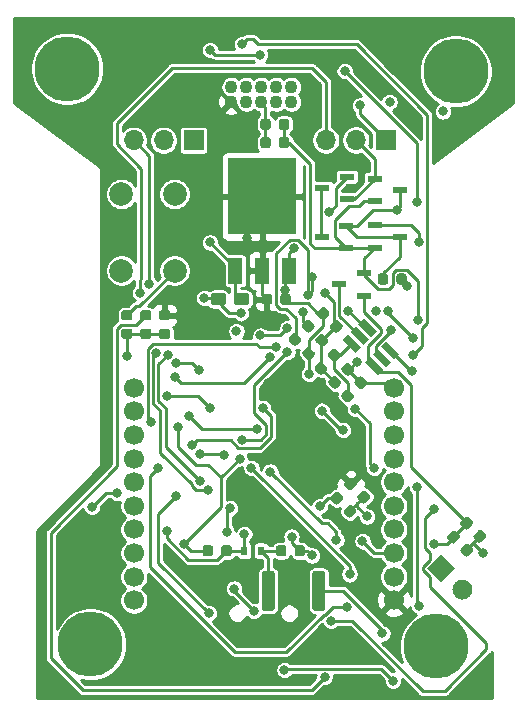
<source format=gbl>
%TF.GenerationSoftware,KiCad,Pcbnew,5.1.7*%
%TF.CreationDate,2020-10-06T16:47:45-05:00*%
%TF.ProjectId,ARC-Boat0,4152432d-426f-4617-9430-2e6b69636164,rev?*%
%TF.SameCoordinates,Original*%
%TF.FileFunction,Copper,L2,Bot*%
%TF.FilePolarity,Positive*%
%FSLAX46Y46*%
G04 Gerber Fmt 4.6, Leading zero omitted, Abs format (unit mm)*
G04 Created by KiCad (PCBNEW 5.1.7) date 2020-10-06 16:47:45*
%MOMM*%
%LPD*%
G01*
G04 APERTURE LIST*
%TA.AperFunction,ComponentPad*%
%ADD10C,1.100000*%
%TD*%
%TA.AperFunction,ComponentPad*%
%ADD11C,1.700000*%
%TD*%
%TA.AperFunction,ComponentPad*%
%ADD12C,5.500000*%
%TD*%
%TA.AperFunction,ComponentPad*%
%ADD13C,2.000000*%
%TD*%
%TA.AperFunction,ComponentPad*%
%ADD14O,1.700000X1.700000*%
%TD*%
%TA.AperFunction,ComponentPad*%
%ADD15R,1.700000X1.700000*%
%TD*%
%TA.AperFunction,SMDPad,CuDef*%
%ADD16C,0.100000*%
%TD*%
%TA.AperFunction,ComponentPad*%
%ADD17C,0.100000*%
%TD*%
%TA.AperFunction,SMDPad,CuDef*%
%ADD18R,5.800000X6.400000*%
%TD*%
%TA.AperFunction,SMDPad,CuDef*%
%ADD19R,1.200000X2.200000*%
%TD*%
%TA.AperFunction,SMDPad,CuDef*%
%ADD20R,1.300000X0.600000*%
%TD*%
%TA.AperFunction,SMDPad,CuDef*%
%ADD21R,0.600000X0.800000*%
%TD*%
%TA.AperFunction,ViaPad*%
%ADD22C,0.800000*%
%TD*%
%TA.AperFunction,Conductor*%
%ADD23C,0.250000*%
%TD*%
%TA.AperFunction,Conductor*%
%ADD24C,0.254000*%
%TD*%
%TA.AperFunction,Conductor*%
%ADD25C,0.100000*%
%TD*%
G04 APERTURE END LIST*
D10*
%TO.P,J1,10*%
%TO.N,/~SYS_RESET*%
X124880000Y-40530000D03*
%TO.P,J1,9*%
%TO.N,GND*%
X124880000Y-41800000D03*
%TO.P,J1,8*%
%TO.N,Net-(J1-Pad8)*%
X123610000Y-40530000D03*
%TO.P,J1,7*%
%TO.N,Net-(J1-Pad7)*%
X123610000Y-41800000D03*
%TO.P,J1,6*%
%TO.N,Net-(J1-Pad6)*%
X122340000Y-40530000D03*
%TO.P,J1,5*%
%TO.N,GND*%
X122340000Y-41800000D03*
%TO.P,J1,4*%
%TO.N,/Brain/SWCLK*%
X121070000Y-40530000D03*
%TO.P,J1,3*%
%TO.N,GND*%
X121070000Y-41800000D03*
%TO.P,J1,2*%
%TO.N,/Brain/SWDIO*%
X119800000Y-40530000D03*
%TO.P,J1,1*%
%TO.N,+3V3*%
X119800000Y-41800000D03*
%TD*%
%TO.P,C13,2*%
%TO.N,GND*%
%TA.AperFunction,SMDPad,CuDef*%
G36*
G01*
X119362500Y-58224999D02*
X119362500Y-58775001D01*
G75*
G02*
X119112501Y-59025000I-249999J0D01*
G01*
X118312499Y-59025000D01*
G75*
G02*
X118062500Y-58775001I0J249999D01*
G01*
X118062500Y-58224999D01*
G75*
G02*
X118312499Y-57975000I249999J0D01*
G01*
X119112501Y-57975000D01*
G75*
G02*
X119362500Y-58224999I0J-249999D01*
G01*
G37*
%TD.AperFunction*%
%TO.P,C13,1*%
%TO.N,+5V*%
%TA.AperFunction,SMDPad,CuDef*%
G36*
G01*
X121312500Y-58224999D02*
X121312500Y-58775001D01*
G75*
G02*
X121062501Y-59025000I-249999J0D01*
G01*
X120262499Y-59025000D01*
G75*
G02*
X120012500Y-58775001I0J249999D01*
G01*
X120012500Y-58224999D01*
G75*
G02*
X120262499Y-57975000I249999J0D01*
G01*
X121062501Y-57975000D01*
G75*
G02*
X121312500Y-58224999I0J-249999D01*
G01*
G37*
%TD.AperFunction*%
%TD*%
%TO.P,FB3,2*%
%TO.N,Net-(C11-Pad1)*%
%TA.AperFunction,SMDPad,CuDef*%
G36*
G01*
X123487500Y-81749997D02*
X123487500Y-84650003D01*
G75*
G02*
X123237503Y-84900000I-249997J0D01*
G01*
X122612497Y-84900000D01*
G75*
G02*
X122362500Y-84650003I0J249997D01*
G01*
X122362500Y-81749997D01*
G75*
G02*
X122612497Y-81500000I249997J0D01*
G01*
X123237503Y-81500000D01*
G75*
G02*
X123487500Y-81749997I0J-249997D01*
G01*
G37*
%TD.AperFunction*%
%TO.P,FB3,1*%
%TO.N,/Power/VBUS_USB*%
%TA.AperFunction,SMDPad,CuDef*%
G36*
G01*
X127762500Y-81749997D02*
X127762500Y-84650003D01*
G75*
G02*
X127512503Y-84900000I-249997J0D01*
G01*
X126887497Y-84900000D01*
G75*
G02*
X126637500Y-84650003I0J249997D01*
G01*
X126637500Y-81749997D01*
G75*
G02*
X126887497Y-81500000I249997J0D01*
G01*
X127512503Y-81500000D01*
G75*
G02*
X127762500Y-81749997I0J-249997D01*
G01*
G37*
%TD.AperFunction*%
%TD*%
D11*
%TO.P,MOD1,1*%
%TO.N,+3V3*%
X133550000Y-84000000D03*
%TO.P,MOD1,2*%
%TO.N,/USART_0_RX*%
X133550000Y-82000000D03*
%TO.P,MOD1,3*%
%TO.N,/USART_0_TX*%
X133550000Y-80000000D03*
%TO.P,MOD1,4*%
%TO.N,/SPI_0_MISO*%
X133550000Y-78000000D03*
%TO.P,MOD1,5*%
%TO.N,/~SYS_RESET*%
X133550000Y-76000000D03*
%TO.P,MOD1,6*%
%TO.N,/TCC2\u005CWO0*%
X133550000Y-74000000D03*
%TO.P,MOD1,7*%
%TO.N,Net-(MOD1-Pad7)*%
X133550000Y-72000000D03*
%TO.P,MOD1,8*%
%TO.N,Net-(MOD1-Pad8)*%
X133550000Y-70000000D03*
%TO.P,MOD1,9*%
%TO.N,Net-(MOD1-Pad9)*%
X133550000Y-68000000D03*
%TO.P,MOD1,10*%
%TO.N,GND*%
X133550000Y-66000000D03*
%TO.P,MOD1,11*%
%TO.N,/SPI_0_MOSI*%
X111550000Y-66000000D03*
%TO.P,MOD1,12*%
%TO.N,Net-(MOD1-Pad12)*%
X111550000Y-68000000D03*
%TO.P,MOD1,13*%
%TO.N,/XBEE_STATUS*%
X111550000Y-70000000D03*
%TO.P,MOD1,14*%
%TO.N,GND*%
X111550000Y-72000000D03*
%TO.P,MOD1,15*%
%TO.N,Net-(MOD1-Pad15)*%
X111550000Y-74000000D03*
%TO.P,MOD1,16*%
%TO.N,Net-(MOD1-Pad16)*%
X111550000Y-76000000D03*
%TO.P,MOD1,17*%
%TO.N,/SPI_0_SS_0*%
X111550000Y-78000000D03*
%TO.P,MOD1,18*%
%TO.N,/SPI_0_SCK*%
X111550000Y-80000000D03*
%TO.P,MOD1,19*%
%TO.N,/EXT_INT_0*%
X111550000Y-82000000D03*
%TO.P,MOD1,20*%
%TO.N,Net-(MOD1-Pad20)*%
X111550000Y-84000000D03*
%TD*%
D12*
%TO.P,REF\u002A\u002A,1*%
%TO.N,N/C*%
X105900000Y-39000000D03*
%TD*%
%TO.P,REF\u002A\u002A,1*%
%TO.N,N/C*%
X137100000Y-87900000D03*
%TD*%
%TO.P,REF\u002A\u002A,1*%
%TO.N,N/C*%
X107870000Y-87710000D03*
%TD*%
%TO.P,REF\u002A\u002A,1*%
%TO.N,N/C*%
X138800000Y-39200000D03*
%TD*%
D13*
%TO.P,SW1,1*%
%TO.N,Net-(R7-Pad1)*%
X115000000Y-56100000D03*
%TO.P,SW1,2*%
%TO.N,GND*%
X110500000Y-56100000D03*
%TO.P,SW1,1*%
%TO.N,Net-(R7-Pad1)*%
X115000000Y-49600000D03*
%TO.P,SW1,2*%
%TO.N,GND*%
X110500000Y-49600000D03*
%TD*%
D14*
%TO.P,J5,3*%
%TO.N,/TCC0\u005CWO7*%
X111520000Y-45050000D03*
%TO.P,J5,2*%
%TO.N,Net-(J5-Pad2)*%
X114060000Y-45050000D03*
D15*
%TO.P,J5,1*%
%TO.N,GND*%
X116600000Y-45050000D03*
%TD*%
D14*
%TO.P,J4,3*%
%TO.N,/TCC0\u005CWO2*%
X127795000Y-45025000D03*
%TO.P,J4,2*%
%TO.N,+5V*%
X130335000Y-45025000D03*
D15*
%TO.P,J4,1*%
%TO.N,GND*%
X132875000Y-45025000D03*
%TD*%
%TA.AperFunction,SMDPad,CuDef*%
D16*
%TO.P,U2,5*%
%TO.N,/Power/VBATT_EN*%
G36*
X131451759Y-61892140D02*
G01*
X130992140Y-62351759D01*
X129889053Y-61248672D01*
X130348672Y-60789053D01*
X131451759Y-61892140D01*
G37*
%TD.AperFunction*%
%TA.AperFunction,SMDPad,CuDef*%
%TO.P,U2,6*%
%TO.N,Net-(C3-Pad2)*%
G36*
X132123510Y-61220388D02*
G01*
X131663891Y-61680007D01*
X130560804Y-60576920D01*
X131020423Y-60117301D01*
X132123510Y-61220388D01*
G37*
%TD.AperFunction*%
%TA.AperFunction,SMDPad,CuDef*%
%TO.P,U2,4*%
%TO.N,Net-(R3-Pad2)*%
G36*
X130780007Y-62563891D02*
G01*
X130320388Y-63023510D01*
X129217301Y-61920423D01*
X129676920Y-61460804D01*
X130780007Y-62563891D01*
G37*
%TD.AperFunction*%
%TA.AperFunction,SMDPad,CuDef*%
%TO.P,U2,3*%
%TO.N,+BATT*%
G36*
X132689196Y-64473080D02*
G01*
X132229577Y-64932699D01*
X131126490Y-63829612D01*
X131586109Y-63369993D01*
X132689196Y-64473080D01*
G37*
%TD.AperFunction*%
%TA.AperFunction,SMDPad,CuDef*%
%TO.P,U2,2*%
%TO.N,Net-(C3-Pad1)*%
G36*
X133360947Y-63801328D02*
G01*
X132901328Y-64260947D01*
X131798241Y-63157860D01*
X132257860Y-62698241D01*
X133360947Y-63801328D01*
G37*
%TD.AperFunction*%
%TA.AperFunction,SMDPad,CuDef*%
%TO.P,U2,1*%
%TO.N,GND*%
G36*
X134032699Y-63129577D02*
G01*
X133573080Y-63589196D01*
X132469993Y-62486109D01*
X132929612Y-62026490D01*
X134032699Y-63129577D01*
G37*
%TD.AperFunction*%
%TD*%
%TO.P,R12,2*%
%TO.N,GND*%
%TA.AperFunction,SMDPad,CuDef*%
G36*
G01*
X133775000Y-57056250D02*
X133775000Y-56543750D01*
G75*
G02*
X133993750Y-56325000I218750J0D01*
G01*
X134431250Y-56325000D01*
G75*
G02*
X134650000Y-56543750I0J-218750D01*
G01*
X134650000Y-57056250D01*
G75*
G02*
X134431250Y-57275000I-218750J0D01*
G01*
X133993750Y-57275000D01*
G75*
G02*
X133775000Y-57056250I0J218750D01*
G01*
G37*
%TD.AperFunction*%
%TO.P,R12,1*%
%TO.N,Net-(Q2-Pad3)*%
%TA.AperFunction,SMDPad,CuDef*%
G36*
G01*
X132200000Y-57056250D02*
X132200000Y-56543750D01*
G75*
G02*
X132418750Y-56325000I218750J0D01*
G01*
X132856250Y-56325000D01*
G75*
G02*
X133075000Y-56543750I0J-218750D01*
G01*
X133075000Y-57056250D01*
G75*
G02*
X132856250Y-57275000I-218750J0D01*
G01*
X132418750Y-57275000D01*
G75*
G02*
X132200000Y-57056250I0J218750D01*
G01*
G37*
%TD.AperFunction*%
%TD*%
%TO.P,R11,2*%
%TO.N,GND*%
%TA.AperFunction,SMDPad,CuDef*%
G36*
G01*
X123125000Y-43443750D02*
X123125000Y-43956250D01*
G75*
G02*
X122906250Y-44175000I-218750J0D01*
G01*
X122468750Y-44175000D01*
G75*
G02*
X122250000Y-43956250I0J218750D01*
G01*
X122250000Y-43443750D01*
G75*
G02*
X122468750Y-43225000I218750J0D01*
G01*
X122906250Y-43225000D01*
G75*
G02*
X123125000Y-43443750I0J-218750D01*
G01*
G37*
%TD.AperFunction*%
%TO.P,R11,1*%
%TO.N,/Power/VBUS_USB*%
%TA.AperFunction,SMDPad,CuDef*%
G36*
G01*
X124700000Y-43443750D02*
X124700000Y-43956250D01*
G75*
G02*
X124481250Y-44175000I-218750J0D01*
G01*
X124043750Y-44175000D01*
G75*
G02*
X123825000Y-43956250I0J218750D01*
G01*
X123825000Y-43443750D01*
G75*
G02*
X124043750Y-43225000I218750J0D01*
G01*
X124481250Y-43225000D01*
G75*
G02*
X124700000Y-43443750I0J-218750D01*
G01*
G37*
%TD.AperFunction*%
%TD*%
%TO.P,R10,2*%
%TO.N,GND*%
%TA.AperFunction,SMDPad,CuDef*%
G36*
G01*
X129528684Y-64933709D02*
X129166291Y-64571316D01*
G75*
G02*
X129166291Y-64261956I154680J154680D01*
G01*
X129475650Y-63952597D01*
G75*
G02*
X129785010Y-63952597I154680J-154680D01*
G01*
X130147403Y-64314990D01*
G75*
G02*
X130147403Y-64624350I-154680J-154680D01*
G01*
X129838044Y-64933709D01*
G75*
G02*
X129528684Y-64933709I-154680J154680D01*
G01*
G37*
%TD.AperFunction*%
%TO.P,R10,1*%
%TO.N,/Power/VBUS_BATT*%
%TA.AperFunction,SMDPad,CuDef*%
G36*
G01*
X128414990Y-66047403D02*
X128052597Y-65685010D01*
G75*
G02*
X128052597Y-65375650I154680J154680D01*
G01*
X128361956Y-65066291D01*
G75*
G02*
X128671316Y-65066291I154680J-154680D01*
G01*
X129033709Y-65428684D01*
G75*
G02*
X129033709Y-65738044I-154680J-154680D01*
G01*
X128724350Y-66047403D01*
G75*
G02*
X128414990Y-66047403I-154680J154680D01*
G01*
G37*
%TD.AperFunction*%
%TD*%
%TO.P,R9,2*%
%TO.N,GND*%
%TA.AperFunction,SMDPad,CuDef*%
G36*
G01*
X123125000Y-44993750D02*
X123125000Y-45506250D01*
G75*
G02*
X122906250Y-45725000I-218750J0D01*
G01*
X122468750Y-45725000D01*
G75*
G02*
X122250000Y-45506250I0J218750D01*
G01*
X122250000Y-44993750D01*
G75*
G02*
X122468750Y-44775000I218750J0D01*
G01*
X122906250Y-44775000D01*
G75*
G02*
X123125000Y-44993750I0J-218750D01*
G01*
G37*
%TD.AperFunction*%
%TO.P,R9,1*%
%TO.N,/Power/VBUS_USB*%
%TA.AperFunction,SMDPad,CuDef*%
G36*
G01*
X124700000Y-44993750D02*
X124700000Y-45506250D01*
G75*
G02*
X124481250Y-45725000I-218750J0D01*
G01*
X124043750Y-45725000D01*
G75*
G02*
X123825000Y-45506250I0J218750D01*
G01*
X123825000Y-44993750D01*
G75*
G02*
X124043750Y-44775000I218750J0D01*
G01*
X124481250Y-44775000D01*
G75*
G02*
X124700000Y-44993750I0J-218750D01*
G01*
G37*
%TD.AperFunction*%
%TD*%
%TO.P,R8,2*%
%TO.N,/~SYS_RESET*%
%TA.AperFunction,SMDPad,CuDef*%
G36*
G01*
X112293750Y-61000000D02*
X112806250Y-61000000D01*
G75*
G02*
X113025000Y-61218750I0J-218750D01*
G01*
X113025000Y-61656250D01*
G75*
G02*
X112806250Y-61875000I-218750J0D01*
G01*
X112293750Y-61875000D01*
G75*
G02*
X112075000Y-61656250I0J218750D01*
G01*
X112075000Y-61218750D01*
G75*
G02*
X112293750Y-61000000I218750J0D01*
G01*
G37*
%TD.AperFunction*%
%TO.P,R8,1*%
%TO.N,/Brain/~MCU_RST*%
%TA.AperFunction,SMDPad,CuDef*%
G36*
G01*
X112293750Y-59425000D02*
X112806250Y-59425000D01*
G75*
G02*
X113025000Y-59643750I0J-218750D01*
G01*
X113025000Y-60081250D01*
G75*
G02*
X112806250Y-60300000I-218750J0D01*
G01*
X112293750Y-60300000D01*
G75*
G02*
X112075000Y-60081250I0J218750D01*
G01*
X112075000Y-59643750D01*
G75*
G02*
X112293750Y-59425000I218750J0D01*
G01*
G37*
%TD.AperFunction*%
%TD*%
%TO.P,R7,2*%
%TO.N,/~SYS_RESET*%
%TA.AperFunction,SMDPad,CuDef*%
G36*
G01*
X110693750Y-61000000D02*
X111206250Y-61000000D01*
G75*
G02*
X111425000Y-61218750I0J-218750D01*
G01*
X111425000Y-61656250D01*
G75*
G02*
X111206250Y-61875000I-218750J0D01*
G01*
X110693750Y-61875000D01*
G75*
G02*
X110475000Y-61656250I0J218750D01*
G01*
X110475000Y-61218750D01*
G75*
G02*
X110693750Y-61000000I218750J0D01*
G01*
G37*
%TD.AperFunction*%
%TO.P,R7,1*%
%TO.N,Net-(R7-Pad1)*%
%TA.AperFunction,SMDPad,CuDef*%
G36*
G01*
X110693750Y-59425000D02*
X111206250Y-59425000D01*
G75*
G02*
X111425000Y-59643750I0J-218750D01*
G01*
X111425000Y-60081250D01*
G75*
G02*
X111206250Y-60300000I-218750J0D01*
G01*
X110693750Y-60300000D01*
G75*
G02*
X110475000Y-60081250I0J218750D01*
G01*
X110475000Y-59643750D01*
G75*
G02*
X110693750Y-59425000I218750J0D01*
G01*
G37*
%TD.AperFunction*%
%TD*%
%TO.P,R6,2*%
%TO.N,+3V3*%
%TA.AperFunction,SMDPad,CuDef*%
G36*
G01*
X114406250Y-60300000D02*
X113893750Y-60300000D01*
G75*
G02*
X113675000Y-60081250I0J218750D01*
G01*
X113675000Y-59643750D01*
G75*
G02*
X113893750Y-59425000I218750J0D01*
G01*
X114406250Y-59425000D01*
G75*
G02*
X114625000Y-59643750I0J-218750D01*
G01*
X114625000Y-60081250D01*
G75*
G02*
X114406250Y-60300000I-218750J0D01*
G01*
G37*
%TD.AperFunction*%
%TO.P,R6,1*%
%TO.N,/~SYS_RESET*%
%TA.AperFunction,SMDPad,CuDef*%
G36*
G01*
X114406250Y-61875000D02*
X113893750Y-61875000D01*
G75*
G02*
X113675000Y-61656250I0J218750D01*
G01*
X113675000Y-61218750D01*
G75*
G02*
X113893750Y-61000000I218750J0D01*
G01*
X114406250Y-61000000D01*
G75*
G02*
X114625000Y-61218750I0J-218750D01*
G01*
X114625000Y-61656250D01*
G75*
G02*
X114406250Y-61875000I-218750J0D01*
G01*
G37*
%TD.AperFunction*%
%TD*%
%TO.P,R5,2*%
%TO.N,GND*%
%TA.AperFunction,SMDPad,CuDef*%
G36*
G01*
X126471316Y-62616291D02*
X126833709Y-62978684D01*
G75*
G02*
X126833709Y-63288044I-154680J-154680D01*
G01*
X126524350Y-63597403D01*
G75*
G02*
X126214990Y-63597403I-154680J154680D01*
G01*
X125852597Y-63235010D01*
G75*
G02*
X125852597Y-62925650I154680J154680D01*
G01*
X126161956Y-62616291D01*
G75*
G02*
X126471316Y-62616291I154680J-154680D01*
G01*
G37*
%TD.AperFunction*%
%TO.P,R5,1*%
%TO.N,/Power/VBUS_BATT*%
%TA.AperFunction,SMDPad,CuDef*%
G36*
G01*
X127585010Y-61502597D02*
X127947403Y-61864990D01*
G75*
G02*
X127947403Y-62174350I-154680J-154680D01*
G01*
X127638044Y-62483709D01*
G75*
G02*
X127328684Y-62483709I-154680J154680D01*
G01*
X126966291Y-62121316D01*
G75*
G02*
X126966291Y-61811956I154680J154680D01*
G01*
X127275650Y-61502597D01*
G75*
G02*
X127585010Y-61502597I154680J-154680D01*
G01*
G37*
%TD.AperFunction*%
%TD*%
%TO.P,R4,2*%
%TO.N,GND*%
%TA.AperFunction,SMDPad,CuDef*%
G36*
G01*
X130628684Y-66083709D02*
X130266291Y-65721316D01*
G75*
G02*
X130266291Y-65411956I154680J154680D01*
G01*
X130575650Y-65102597D01*
G75*
G02*
X130885010Y-65102597I154680J-154680D01*
G01*
X131247403Y-65464990D01*
G75*
G02*
X131247403Y-65774350I-154680J-154680D01*
G01*
X130938044Y-66083709D01*
G75*
G02*
X130628684Y-66083709I-154680J154680D01*
G01*
G37*
%TD.AperFunction*%
%TO.P,R4,1*%
%TO.N,Net-(R3-Pad2)*%
%TA.AperFunction,SMDPad,CuDef*%
G36*
G01*
X129514990Y-67197403D02*
X129152597Y-66835010D01*
G75*
G02*
X129152597Y-66525650I154680J154680D01*
G01*
X129461956Y-66216291D01*
G75*
G02*
X129771316Y-66216291I154680J-154680D01*
G01*
X130133709Y-66578684D01*
G75*
G02*
X130133709Y-66888044I-154680J-154680D01*
G01*
X129824350Y-67197403D01*
G75*
G02*
X129514990Y-67197403I-154680J154680D01*
G01*
G37*
%TD.AperFunction*%
%TD*%
%TO.P,R3,2*%
%TO.N,Net-(R3-Pad2)*%
%TA.AperFunction,SMDPad,CuDef*%
G36*
G01*
X128378684Y-63733709D02*
X128016291Y-63371316D01*
G75*
G02*
X128016291Y-63061956I154680J154680D01*
G01*
X128325650Y-62752597D01*
G75*
G02*
X128635010Y-62752597I154680J-154680D01*
G01*
X128997403Y-63114990D01*
G75*
G02*
X128997403Y-63424350I-154680J-154680D01*
G01*
X128688044Y-63733709D01*
G75*
G02*
X128378684Y-63733709I-154680J154680D01*
G01*
G37*
%TD.AperFunction*%
%TO.P,R3,1*%
%TO.N,/Power/VBUS_BATT*%
%TA.AperFunction,SMDPad,CuDef*%
G36*
G01*
X127264990Y-64847403D02*
X126902597Y-64485010D01*
G75*
G02*
X126902597Y-64175650I154680J154680D01*
G01*
X127211956Y-63866291D01*
G75*
G02*
X127521316Y-63866291I154680J-154680D01*
G01*
X127883709Y-64228684D01*
G75*
G02*
X127883709Y-64538044I-154680J-154680D01*
G01*
X127574350Y-64847403D01*
G75*
G02*
X127264990Y-64847403I-154680J154680D01*
G01*
G37*
%TD.AperFunction*%
%TD*%
%TO.P,J2,2*%
%TO.N,GND*%
%TA.AperFunction,ComponentPad*%
G36*
G01*
X138770010Y-83697092D02*
X138770010Y-83697092D01*
G75*
G02*
X138770010Y-82495010I601041J601041D01*
G01*
X138770010Y-82495010D01*
G75*
G02*
X139972092Y-82495010I601041J-601041D01*
G01*
X139972092Y-82495010D01*
G75*
G02*
X139972092Y-83697092I-601041J-601041D01*
G01*
X139972092Y-83697092D01*
G75*
G02*
X138770010Y-83697092I-601041J601041D01*
G01*
G37*
%TD.AperFunction*%
%TA.AperFunction,ComponentPad*%
D17*
%TO.P,J2,1*%
%TO.N,+BATT*%
G36*
X137575000Y-82502082D02*
G01*
X136372918Y-81300000D01*
X137575000Y-80097918D01*
X138777082Y-81300000D01*
X137575000Y-82502082D01*
G37*
%TD.AperFunction*%
%TD*%
%TO.P,C16,2*%
%TO.N,GND*%
%TA.AperFunction,SMDPad,CuDef*%
G36*
G01*
X123950000Y-58756250D02*
X123950000Y-58243750D01*
G75*
G02*
X124168750Y-58025000I218750J0D01*
G01*
X124606250Y-58025000D01*
G75*
G02*
X124825000Y-58243750I0J-218750D01*
G01*
X124825000Y-58756250D01*
G75*
G02*
X124606250Y-58975000I-218750J0D01*
G01*
X124168750Y-58975000D01*
G75*
G02*
X123950000Y-58756250I0J218750D01*
G01*
G37*
%TD.AperFunction*%
%TO.P,C16,1*%
%TO.N,+3V3*%
%TA.AperFunction,SMDPad,CuDef*%
G36*
G01*
X122375000Y-58756250D02*
X122375000Y-58243750D01*
G75*
G02*
X122593750Y-58025000I218750J0D01*
G01*
X123031250Y-58025000D01*
G75*
G02*
X123250000Y-58243750I0J-218750D01*
G01*
X123250000Y-58756250D01*
G75*
G02*
X123031250Y-58975000I-218750J0D01*
G01*
X122593750Y-58975000D01*
G75*
G02*
X122375000Y-58756250I0J218750D01*
G01*
G37*
%TD.AperFunction*%
%TD*%
%TO.P,C12,2*%
%TO.N,GND*%
%TA.AperFunction,SMDPad,CuDef*%
G36*
G01*
X128065556Y-59828163D02*
X127703163Y-60190556D01*
G75*
G02*
X127393803Y-60190556I-154680J154680D01*
G01*
X127084444Y-59881197D01*
G75*
G02*
X127084444Y-59571837I154680J154680D01*
G01*
X127446837Y-59209444D01*
G75*
G02*
X127756197Y-59209444I154680J-154680D01*
G01*
X128065556Y-59518803D01*
G75*
G02*
X128065556Y-59828163I-154680J-154680D01*
G01*
G37*
%TD.AperFunction*%
%TO.P,C12,1*%
%TO.N,/Power/VBUS_BATT*%
%TA.AperFunction,SMDPad,CuDef*%
G36*
G01*
X129179250Y-60941857D02*
X128816857Y-61304250D01*
G75*
G02*
X128507497Y-61304250I-154680J154680D01*
G01*
X128198138Y-60994891D01*
G75*
G02*
X128198138Y-60685531I154680J154680D01*
G01*
X128560531Y-60323138D01*
G75*
G02*
X128869891Y-60323138I154680J-154680D01*
G01*
X129179250Y-60632497D01*
G75*
G02*
X129179250Y-60941857I-154680J-154680D01*
G01*
G37*
%TD.AperFunction*%
%TD*%
%TO.P,C11,2*%
%TO.N,GND*%
%TA.AperFunction,SMDPad,CuDef*%
G36*
G01*
X125150000Y-80056250D02*
X125150000Y-79543750D01*
G75*
G02*
X125368750Y-79325000I218750J0D01*
G01*
X125806250Y-79325000D01*
G75*
G02*
X126025000Y-79543750I0J-218750D01*
G01*
X126025000Y-80056250D01*
G75*
G02*
X125806250Y-80275000I-218750J0D01*
G01*
X125368750Y-80275000D01*
G75*
G02*
X125150000Y-80056250I0J218750D01*
G01*
G37*
%TD.AperFunction*%
%TO.P,C11,1*%
%TO.N,Net-(C11-Pad1)*%
%TA.AperFunction,SMDPad,CuDef*%
G36*
G01*
X123575000Y-80056250D02*
X123575000Y-79543750D01*
G75*
G02*
X123793750Y-79325000I218750J0D01*
G01*
X124231250Y-79325000D01*
G75*
G02*
X124450000Y-79543750I0J-218750D01*
G01*
X124450000Y-80056250D01*
G75*
G02*
X124231250Y-80275000I-218750J0D01*
G01*
X123793750Y-80275000D01*
G75*
G02*
X123575000Y-80056250I0J218750D01*
G01*
G37*
%TD.AperFunction*%
%TD*%
%TO.P,C10,2*%
%TO.N,GND*%
%TA.AperFunction,SMDPad,CuDef*%
G36*
G01*
X118250000Y-79543750D02*
X118250000Y-80056250D01*
G75*
G02*
X118031250Y-80275000I-218750J0D01*
G01*
X117593750Y-80275000D01*
G75*
G02*
X117375000Y-80056250I0J218750D01*
G01*
X117375000Y-79543750D01*
G75*
G02*
X117593750Y-79325000I218750J0D01*
G01*
X118031250Y-79325000D01*
G75*
G02*
X118250000Y-79543750I0J-218750D01*
G01*
G37*
%TD.AperFunction*%
%TO.P,C10,1*%
%TO.N,/VBUS*%
%TA.AperFunction,SMDPad,CuDef*%
G36*
G01*
X119825000Y-79543750D02*
X119825000Y-80056250D01*
G75*
G02*
X119606250Y-80275000I-218750J0D01*
G01*
X119168750Y-80275000D01*
G75*
G02*
X118950000Y-80056250I0J218750D01*
G01*
X118950000Y-79543750D01*
G75*
G02*
X119168750Y-79325000I218750J0D01*
G01*
X119606250Y-79325000D01*
G75*
G02*
X119825000Y-79543750I0J-218750D01*
G01*
G37*
%TD.AperFunction*%
%TD*%
%TO.P,C5,2*%
%TO.N,GND*%
%TA.AperFunction,SMDPad,CuDef*%
G36*
G01*
X129366291Y-76328684D02*
X129728684Y-75966291D01*
G75*
G02*
X130038044Y-75966291I154680J-154680D01*
G01*
X130347403Y-76275650D01*
G75*
G02*
X130347403Y-76585010I-154680J-154680D01*
G01*
X129985010Y-76947403D01*
G75*
G02*
X129675650Y-76947403I-154680J154680D01*
G01*
X129366291Y-76638044D01*
G75*
G02*
X129366291Y-76328684I154680J154680D01*
G01*
G37*
%TD.AperFunction*%
%TO.P,C5,1*%
%TO.N,/Brain/VCC_MCU_CORE*%
%TA.AperFunction,SMDPad,CuDef*%
G36*
G01*
X128252597Y-75214990D02*
X128614990Y-74852597D01*
G75*
G02*
X128924350Y-74852597I154680J-154680D01*
G01*
X129233709Y-75161956D01*
G75*
G02*
X129233709Y-75471316I-154680J-154680D01*
G01*
X128871316Y-75833709D01*
G75*
G02*
X128561956Y-75833709I-154680J154680D01*
G01*
X128252597Y-75524350D01*
G75*
G02*
X128252597Y-75214990I154680J154680D01*
G01*
G37*
%TD.AperFunction*%
%TD*%
%TO.P,C4,2*%
%TO.N,GND*%
%TA.AperFunction,SMDPad,CuDef*%
G36*
G01*
X130516291Y-75128684D02*
X130878684Y-74766291D01*
G75*
G02*
X131188044Y-74766291I154680J-154680D01*
G01*
X131497403Y-75075650D01*
G75*
G02*
X131497403Y-75385010I-154680J-154680D01*
G01*
X131135010Y-75747403D01*
G75*
G02*
X130825650Y-75747403I-154680J154680D01*
G01*
X130516291Y-75438044D01*
G75*
G02*
X130516291Y-75128684I154680J154680D01*
G01*
G37*
%TD.AperFunction*%
%TO.P,C4,1*%
%TO.N,+3V3*%
%TA.AperFunction,SMDPad,CuDef*%
G36*
G01*
X129402597Y-74014990D02*
X129764990Y-73652597D01*
G75*
G02*
X130074350Y-73652597I154680J-154680D01*
G01*
X130383709Y-73961956D01*
G75*
G02*
X130383709Y-74271316I-154680J-154680D01*
G01*
X130021316Y-74633709D01*
G75*
G02*
X129711956Y-74633709I-154680J154680D01*
G01*
X129402597Y-74324350D01*
G75*
G02*
X129402597Y-74014990I154680J154680D01*
G01*
G37*
%TD.AperFunction*%
%TD*%
%TO.P,C3,2*%
%TO.N,Net-(C3-Pad2)*%
%TA.AperFunction,SMDPad,CuDef*%
G36*
G01*
X126178684Y-61283709D02*
X125816291Y-60921316D01*
G75*
G02*
X125816291Y-60611956I154680J154680D01*
G01*
X126125650Y-60302597D01*
G75*
G02*
X126435010Y-60302597I154680J-154680D01*
G01*
X126797403Y-60664990D01*
G75*
G02*
X126797403Y-60974350I-154680J-154680D01*
G01*
X126488044Y-61283709D01*
G75*
G02*
X126178684Y-61283709I-154680J154680D01*
G01*
G37*
%TD.AperFunction*%
%TO.P,C3,1*%
%TO.N,Net-(C3-Pad1)*%
%TA.AperFunction,SMDPad,CuDef*%
G36*
G01*
X125064990Y-62397403D02*
X124702597Y-62035010D01*
G75*
G02*
X124702597Y-61725650I154680J154680D01*
G01*
X125011956Y-61416291D01*
G75*
G02*
X125321316Y-61416291I154680J-154680D01*
G01*
X125683709Y-61778684D01*
G75*
G02*
X125683709Y-62088044I-154680J-154680D01*
G01*
X125374350Y-62397403D01*
G75*
G02*
X125064990Y-62397403I-154680J154680D01*
G01*
G37*
%TD.AperFunction*%
%TD*%
%TO.P,C2,2*%
%TO.N,GND*%
%TA.AperFunction,SMDPad,CuDef*%
G36*
G01*
X140341291Y-78453684D02*
X140703684Y-78091291D01*
G75*
G02*
X141013044Y-78091291I154680J-154680D01*
G01*
X141322403Y-78400650D01*
G75*
G02*
X141322403Y-78710010I-154680J-154680D01*
G01*
X140960010Y-79072403D01*
G75*
G02*
X140650650Y-79072403I-154680J154680D01*
G01*
X140341291Y-78763044D01*
G75*
G02*
X140341291Y-78453684I154680J154680D01*
G01*
G37*
%TD.AperFunction*%
%TO.P,C2,1*%
%TO.N,+BATT*%
%TA.AperFunction,SMDPad,CuDef*%
G36*
G01*
X139227597Y-77339990D02*
X139589990Y-76977597D01*
G75*
G02*
X139899350Y-76977597I154680J-154680D01*
G01*
X140208709Y-77286956D01*
G75*
G02*
X140208709Y-77596316I-154680J-154680D01*
G01*
X139846316Y-77958709D01*
G75*
G02*
X139536956Y-77958709I-154680J154680D01*
G01*
X139227597Y-77649350D01*
G75*
G02*
X139227597Y-77339990I154680J154680D01*
G01*
G37*
%TD.AperFunction*%
%TD*%
%TO.P,C1,2*%
%TO.N,GND*%
%TA.AperFunction,SMDPad,CuDef*%
G36*
G01*
X139241291Y-79628684D02*
X139603684Y-79266291D01*
G75*
G02*
X139913044Y-79266291I154680J-154680D01*
G01*
X140222403Y-79575650D01*
G75*
G02*
X140222403Y-79885010I-154680J-154680D01*
G01*
X139860010Y-80247403D01*
G75*
G02*
X139550650Y-80247403I-154680J154680D01*
G01*
X139241291Y-79938044D01*
G75*
G02*
X139241291Y-79628684I154680J154680D01*
G01*
G37*
%TD.AperFunction*%
%TO.P,C1,1*%
%TO.N,+BATT*%
%TA.AperFunction,SMDPad,CuDef*%
G36*
G01*
X138127597Y-78514990D02*
X138489990Y-78152597D01*
G75*
G02*
X138799350Y-78152597I154680J-154680D01*
G01*
X139108709Y-78461956D01*
G75*
G02*
X139108709Y-78771316I-154680J-154680D01*
G01*
X138746316Y-79133709D01*
G75*
G02*
X138436956Y-79133709I-154680J154680D01*
G01*
X138127597Y-78824350D01*
G75*
G02*
X138127597Y-78514990I154680J154680D01*
G01*
G37*
%TD.AperFunction*%
%TD*%
D18*
%TO.P,U3,2*%
%TO.N,+3V3*%
X122425000Y-49800000D03*
D19*
%TO.P,U3,3*%
%TO.N,+5V*%
X120145000Y-56100000D03*
%TO.P,U3,2*%
%TO.N,+3V3*%
X122425000Y-56100000D03*
%TO.P,U3,1*%
%TO.N,GND*%
X124705000Y-56100000D03*
%TD*%
D20*
%TO.P,Q5,1*%
%TO.N,Net-(Q2-Pad3)*%
X129600000Y-48125000D03*
%TO.P,Q5,2*%
%TO.N,+5V*%
X129600000Y-50025000D03*
%TO.P,Q5,3*%
%TO.N,Net-(Q3-Pad3)*%
X127500000Y-49075000D03*
%TD*%
%TO.P,Q4,1*%
%TO.N,/Power/VBUS_USB*%
X131950000Y-50200000D03*
%TO.P,Q4,2*%
%TO.N,+5V*%
X131950000Y-48300000D03*
%TO.P,Q4,3*%
%TO.N,Net-(Q2-Pad3)*%
X134050000Y-49250000D03*
%TD*%
%TO.P,Q3,1*%
%TO.N,Net-(Q2-Pad3)*%
X129550000Y-52300000D03*
%TO.P,Q3,2*%
%TO.N,/Power/VBUS_USB*%
X129550000Y-54200000D03*
%TO.P,Q3,3*%
%TO.N,Net-(Q3-Pad3)*%
X127450000Y-53250000D03*
%TD*%
%TO.P,Q2,1*%
%TO.N,/Power/VBUS_USB*%
X131950000Y-54150000D03*
%TO.P,Q2,2*%
%TO.N,/Power/VBUS_BATT*%
X131950000Y-52250000D03*
%TO.P,Q2,3*%
%TO.N,Net-(Q2-Pad3)*%
X134050000Y-53200000D03*
%TD*%
%TO.P,Q1,1*%
%TO.N,/Power/VBUS_USB*%
X131050000Y-56300000D03*
%TO.P,Q1,2*%
%TO.N,+BATT*%
X131050000Y-58200000D03*
%TO.P,Q1,3*%
%TO.N,/Power/VBATT_EN*%
X128950000Y-57250000D03*
%TD*%
D21*
%TO.P,FB2,1*%
%TO.N,/VBUS*%
X120900000Y-79800000D03*
%TO.P,FB2,2*%
%TO.N,Net-(C11-Pad1)*%
X122300000Y-79800000D03*
%TD*%
D22*
%TO.N,*%
X133200000Y-41800000D03*
X137700000Y-42600000D03*
%TO.N,+3V3*%
X125100000Y-72000000D03*
X121805569Y-49799548D03*
X108574990Y-77400000D03*
X113500000Y-41500000D03*
X130600000Y-87700000D03*
X122928692Y-65628692D03*
X122666587Y-60655232D03*
X121100000Y-53300000D03*
X122818903Y-58506403D03*
X115062660Y-38162660D03*
%TO.N,/Brain/VCC_MCU_CORE*%
X127300000Y-76000000D03*
%TO.N,/VBUS*%
X120900000Y-78400000D03*
X114325010Y-78129092D03*
%TO.N,+BATT*%
X136925010Y-79200000D03*
%TO.N,/Power/VBUS_USB*%
X135500000Y-74400000D03*
X135700000Y-84500000D03*
X132600000Y-86800000D03*
X135587680Y-60287680D03*
%TO.N,/Power/VBUS_BATT*%
X135651796Y-53687340D03*
X127739538Y-58000008D03*
X132039850Y-59534831D03*
%TO.N,Net-(Q2-Pad3)*%
X128100000Y-51100000D03*
X133837340Y-50937340D03*
%TO.N,+5V*%
X118000000Y-53700000D03*
%TO.N,/Brain/XOUT32*%
X122000000Y-69500000D03*
X116200000Y-68407502D03*
%TO.N,/Brain/XIN32*%
X124556859Y-60969496D03*
X122267624Y-61572212D03*
%TO.N,Net-(C3-Pad2)*%
X129700000Y-59500000D03*
X125910950Y-59588853D03*
%TO.N,Net-(C3-Pad1)*%
X126619159Y-56630903D03*
X126289526Y-58139485D03*
X133287038Y-61136556D03*
%TO.N,/VBattMeasure*%
X114350033Y-66724092D03*
X118035173Y-67750010D03*
%TO.N,/Brain/~MCU_RST*%
X127700000Y-90500000D03*
%TO.N,/USB_DM*%
X121700000Y-84900000D03*
X120049998Y-83000000D03*
X119400000Y-78200000D03*
X119700000Y-76200000D03*
%TO.N,/~SYS_RESET*%
X111000000Y-63300000D03*
%TO.N,/Brain/SWCLK*%
X120700000Y-36900000D03*
X135198019Y-63199717D03*
%TO.N,/Brain/SWDIO*%
X135500000Y-50300000D03*
X129400000Y-39200000D03*
X118000000Y-37400000D03*
X135199985Y-61799719D03*
X133100000Y-59500000D03*
X122200000Y-37800000D03*
%TO.N,/TCC0\u005CWO2*%
X117800000Y-74700000D03*
X112087340Y-57987340D03*
X113445098Y-63052335D03*
%TO.N,/TCC0\u005CWO7*%
X117157627Y-73932308D03*
X112831995Y-57242685D03*
X114434649Y-63196597D03*
%TO.N,/EXT_INT_0*%
X117164844Y-71574671D03*
X119222203Y-71675021D03*
%TO.N,/SPI_0_SCK*%
X122500000Y-67700000D03*
X116462660Y-70862660D03*
%TO.N,/SPI_0_SS_0*%
X113024991Y-68900000D03*
X123620792Y-62546303D03*
%TO.N,/XBEE_STATUS*%
X113600000Y-72800000D03*
X129600000Y-84600000D03*
%TO.N,/SPI_0_MOSI*%
X123100000Y-63400000D03*
X115000000Y-65100000D03*
%TO.N,/TCC2\u005CWO0*%
X115135566Y-75135566D03*
X117900000Y-85100000D03*
X136925010Y-76300000D03*
X128248910Y-85751704D03*
%TO.N,/USART_0_TX*%
X121500000Y-72800000D03*
X129808694Y-81798478D03*
X130900000Y-79000000D03*
%TO.N,/SysTempMeasure*%
X120734355Y-70386197D03*
X124546924Y-62985155D03*
%TO.N,/USART_0_RX*%
X123100000Y-73100000D03*
X128700000Y-78900000D03*
%TO.N,/SPI_0_MISO*%
X127455552Y-67944448D03*
X129275000Y-69600000D03*
X131900000Y-72800000D03*
X130274990Y-67800000D03*
%TO.N,GND*%
X115800000Y-79200000D03*
X131300000Y-76900000D03*
X134709682Y-57387758D03*
X130400000Y-63800000D03*
X125100000Y-54200000D03*
X117500000Y-58400000D03*
X120236871Y-61217402D03*
X124900000Y-78600000D03*
X126625684Y-80200023D03*
X117100000Y-64500000D03*
X124387500Y-57687500D03*
X120500000Y-72000000D03*
X115300000Y-69300000D03*
X126403031Y-64835058D03*
X110100000Y-74900000D03*
X108000000Y-76100000D03*
X120600000Y-59700000D03*
X141100000Y-80000000D03*
X133500000Y-90800000D03*
X124300000Y-89900000D03*
X115144489Y-63900978D03*
X130700000Y-42100000D03*
X135100000Y-64600000D03*
%TD*%
D23*
%TO.N,+3V3*%
X122425000Y-58112500D02*
X122812500Y-58500000D01*
X122425000Y-56100000D02*
X122425000Y-58112500D01*
X122928692Y-65628692D02*
X124771308Y-65628692D01*
X122425000Y-54625000D02*
X121100000Y-53300000D01*
X122425000Y-56100000D02*
X122425000Y-54625000D01*
%TO.N,/Brain/VCC_MCU_CORE*%
X128743153Y-75343153D02*
X127956847Y-75343153D01*
X127956847Y-75343153D02*
X127300000Y-76000000D01*
%TO.N,/VBUS*%
X120900000Y-78400000D02*
X120900000Y-79800000D01*
X120900000Y-79800000D02*
X119387500Y-79800000D01*
X119387500Y-79800000D02*
X118587490Y-80600010D01*
X118587490Y-80600010D02*
X116171108Y-80600010D01*
X116171108Y-80600010D02*
X114325010Y-78753912D01*
X114325010Y-78753912D02*
X114325010Y-78129092D01*
%TO.N,Net-(C11-Pad1)*%
X122300000Y-79800000D02*
X124012500Y-79800000D01*
X122925000Y-80425000D02*
X122300000Y-79800000D01*
X122925000Y-83200000D02*
X122925000Y-80425000D01*
%TO.N,+BATT*%
X138618153Y-78568153D02*
X139718153Y-77468153D01*
X138618153Y-78643153D02*
X138618153Y-78568153D01*
X138061306Y-79200000D02*
X136925010Y-79200000D01*
X138618153Y-78643153D02*
X138061306Y-79200000D01*
X139718153Y-77468153D02*
X135002889Y-72752889D01*
X132459386Y-64702889D02*
X131907843Y-64151346D01*
X135002889Y-72752889D02*
X135002889Y-65788642D01*
X135002889Y-65788642D02*
X133917136Y-64702889D01*
X133917136Y-64702889D02*
X132459386Y-64702889D01*
X132448520Y-61355013D02*
X132448520Y-61016503D01*
X131907843Y-64151346D02*
X131356300Y-63599803D01*
X132448520Y-61016503D02*
X131050000Y-59617983D01*
X131356300Y-63599803D02*
X131356300Y-62447233D01*
X131356300Y-62447233D02*
X132448520Y-61355013D01*
X131050000Y-59617983D02*
X131050000Y-58200000D01*
%TO.N,/Power/VBATT_EN*%
X130597402Y-61570406D02*
X128950000Y-59923004D01*
X128950000Y-59923004D02*
X128950000Y-57250000D01*
X130670406Y-61570406D02*
X130597402Y-61570406D01*
%TO.N,/Power/VBUS_USB*%
X131050000Y-55050000D02*
X131950000Y-54150000D01*
X131050000Y-56300000D02*
X131050000Y-55050000D01*
X129600000Y-54150000D02*
X129550000Y-54200000D01*
X131950000Y-54150000D02*
X129600000Y-54150000D01*
X131050000Y-50200000D02*
X131950000Y-50200000D01*
X129550000Y-54200000D02*
X128574999Y-53224999D01*
X128574999Y-53224999D02*
X128574999Y-51798005D01*
X128574999Y-51798005D02*
X129723003Y-50650001D01*
X129723003Y-50650001D02*
X130599999Y-50650001D01*
X130599999Y-50650001D02*
X131050000Y-50200000D01*
X124262500Y-45250000D02*
X124262500Y-43700000D01*
X126864998Y-54200000D02*
X129550000Y-54200000D01*
X126474999Y-53810001D02*
X126864998Y-54200000D01*
X126474999Y-47024999D02*
X126474999Y-53810001D01*
X124700000Y-45250000D02*
X126474999Y-47024999D01*
X124262500Y-45250000D02*
X124700000Y-45250000D01*
X135500000Y-84300000D02*
X135700000Y-84500000D01*
X135500000Y-74400000D02*
X135500000Y-84300000D01*
X129273002Y-83200000D02*
X127200000Y-83200000D01*
X132600000Y-86526998D02*
X129273002Y-83200000D01*
X132600000Y-86800000D02*
X132600000Y-86526998D01*
X135587680Y-56931186D02*
X135587680Y-60287680D01*
X133768516Y-55999990D02*
X134656484Y-55999990D01*
X131050000Y-56456494D02*
X132193516Y-57600010D01*
X133449990Y-57281484D02*
X133449990Y-56318516D01*
X134656484Y-55999990D02*
X135587680Y-56931186D01*
X133131464Y-57600010D02*
X133449990Y-57281484D01*
X132193516Y-57600010D02*
X133131464Y-57600010D01*
X131050000Y-56300000D02*
X131050000Y-56456494D01*
X133449990Y-56318516D02*
X133768516Y-55999990D01*
%TO.N,/Power/VBUS_BATT*%
X128636306Y-60813694D02*
X127456847Y-61993153D01*
X128688694Y-60813694D02*
X128636306Y-60813694D01*
X127393153Y-64406847D02*
X128543153Y-65556847D01*
X127393153Y-64356847D02*
X127393153Y-64406847D01*
X127393153Y-62056847D02*
X127456847Y-61993153D01*
X127393153Y-64356847D02*
X127393153Y-62056847D01*
X131950000Y-52250000D02*
X135041005Y-52250000D01*
X135041005Y-52250000D02*
X135651796Y-52860791D01*
X135651796Y-52860791D02*
X135651796Y-53687340D01*
X128688694Y-60813694D02*
X128499989Y-60624989D01*
X128499989Y-60624989D02*
X128499989Y-58760459D01*
X128499989Y-58760459D02*
X127739538Y-58000008D01*
%TO.N,Net-(Q2-Pad3)*%
X130450000Y-53200000D02*
X129550000Y-52300000D01*
X134050000Y-53200000D02*
X130450000Y-53200000D01*
X128624999Y-49100001D02*
X128624999Y-50575001D01*
X128624999Y-50575001D02*
X128100000Y-51100000D01*
X129600000Y-48125000D02*
X128624999Y-49100001D01*
X132637500Y-56325000D02*
X134050000Y-54912500D01*
X132637500Y-56800000D02*
X132637500Y-56325000D01*
X134050000Y-54912500D02*
X134050000Y-53200000D01*
X134050000Y-50724680D02*
X133837340Y-50937340D01*
X129550000Y-52300000D02*
X130450000Y-52300000D01*
X131812660Y-50937340D02*
X133837340Y-50937340D01*
X130450000Y-52300000D02*
X131812660Y-50937340D01*
X134050000Y-49250000D02*
X134050000Y-50724680D01*
%TO.N,Net-(Q3-Pad3)*%
X127374998Y-53174998D02*
X127374998Y-49200002D01*
X127450000Y-53250000D02*
X127374998Y-53174998D01*
X127374998Y-49200002D02*
X127500000Y-49075000D01*
%TO.N,+5V*%
X120145000Y-55845000D02*
X118000000Y-53700000D01*
X120145000Y-56100000D02*
X120145000Y-55845000D01*
X131950000Y-46640000D02*
X130335000Y-45025000D01*
X131950000Y-48300000D02*
X131950000Y-46640000D01*
X130225000Y-50025000D02*
X131950000Y-48300000D01*
X129600000Y-50025000D02*
X130225000Y-50025000D01*
X120145000Y-58170000D02*
X120475000Y-58500000D01*
X120145000Y-56100000D02*
X120145000Y-58170000D01*
%TO.N,Net-(R7-Pad1)*%
X112000010Y-59099990D02*
X115000000Y-56100000D01*
X110950000Y-59862500D02*
X111712510Y-59099990D01*
X111712510Y-59099990D02*
X112000010Y-59099990D01*
%TO.N,/Brain/XOUT32*%
X117292498Y-69500000D02*
X116200000Y-68407502D01*
X122000000Y-69500000D02*
X117292498Y-69500000D01*
%TO.N,/Brain/XIN32*%
X123954143Y-61572212D02*
X122267624Y-61572212D01*
X124556859Y-60969496D02*
X123954143Y-61572212D01*
%TO.N,Net-(C3-Pad2)*%
X131342157Y-60898654D02*
X131098654Y-60898654D01*
X131098654Y-60898654D02*
X129700000Y-59500000D01*
X126306847Y-60793153D02*
X125910950Y-60397256D01*
X125910950Y-60397256D02*
X125910950Y-59588853D01*
%TO.N,Net-(C3-Pad1)*%
X126619159Y-57809852D02*
X126289526Y-58139485D01*
X126619159Y-56630903D02*
X126619159Y-57809852D01*
X125193153Y-61906847D02*
X125281860Y-61818140D01*
X125281860Y-61818140D02*
X125281860Y-60117725D01*
X124464145Y-59300010D02*
X123943516Y-59300010D01*
X123943516Y-59300010D02*
X123624990Y-58981484D01*
X123624990Y-54602006D02*
X124751998Y-53474998D01*
X124751998Y-53474998D02*
X125448002Y-53474998D01*
X125448002Y-53474998D02*
X126289526Y-54316522D01*
X126289526Y-54316522D02*
X126289526Y-58139485D01*
X125281860Y-60117725D02*
X124464145Y-59300010D01*
X123624990Y-58981484D02*
X123624990Y-54602006D01*
X133287038Y-61209429D02*
X133287038Y-61136556D01*
X132579594Y-63479594D02*
X132028051Y-62928051D01*
X132028051Y-62468416D02*
X133287038Y-61209429D01*
X132028051Y-62928051D02*
X132028051Y-62468416D01*
%TO.N,/VBattMeasure*%
X117009255Y-66724092D02*
X114350033Y-66724092D01*
X118035173Y-67750010D02*
X117009255Y-66724092D01*
%TO.N,Net-(R3-Pad2)*%
X128997658Y-63243153D02*
X129998654Y-62242157D01*
X128506847Y-63243153D02*
X128997658Y-63243153D01*
X129643153Y-65578493D02*
X129643153Y-66706847D01*
X128506847Y-64442187D02*
X129643153Y-65578493D01*
X128506847Y-63243153D02*
X128506847Y-64442187D01*
%TO.N,/Brain/~MCU_RST*%
X127700000Y-90500000D02*
X126600000Y-91600000D01*
X107208998Y-91600000D02*
X104500000Y-88891002D01*
X126600000Y-91600000D02*
X107208998Y-91600000D01*
X104500000Y-88891002D02*
X104500000Y-78300000D01*
X111737510Y-60674990D02*
X112550000Y-59862500D01*
X110468516Y-60674990D02*
X111737510Y-60674990D01*
X110149990Y-60993516D02*
X110468516Y-60674990D01*
X110149990Y-72650010D02*
X110149990Y-60993516D01*
X104500000Y-78300000D02*
X110149990Y-72650010D01*
%TO.N,/USB_DM*%
X120049998Y-83249998D02*
X120049998Y-83000000D01*
X121700000Y-84900000D02*
X120049998Y-83249998D01*
X119400000Y-76500000D02*
X119700000Y-76200000D01*
X119400000Y-78200000D02*
X119400000Y-76500000D01*
%TO.N,/~SYS_RESET*%
X110950000Y-61437500D02*
X112550000Y-61437500D01*
X112550000Y-61437500D02*
X114150000Y-61437500D01*
X110950000Y-63250000D02*
X111000000Y-63300000D01*
X110950000Y-61437500D02*
X110950000Y-63250000D01*
%TO.N,/Brain/SWCLK*%
X136376806Y-42876806D02*
X136376806Y-60523875D01*
X122073002Y-36900000D02*
X130400000Y-36900000D01*
X130400000Y-36900000D02*
X136376806Y-42876806D01*
X121099999Y-36500001D02*
X121673003Y-36500001D01*
X135925001Y-60975680D02*
X135925001Y-62472735D01*
X120700000Y-36900000D02*
X121099999Y-36500001D01*
X136376806Y-60523875D02*
X135925001Y-60975680D01*
X121673003Y-36500001D02*
X122073002Y-36900000D01*
X135925001Y-62472735D02*
X135198019Y-63199717D01*
%TO.N,/Brain/SWDIO*%
X135500000Y-45300000D02*
X129400000Y-39200000D01*
X135500000Y-50300000D02*
X135500000Y-45300000D01*
X133100000Y-59699734D02*
X133100000Y-59500000D01*
X135199985Y-61799719D02*
X133100000Y-59699734D01*
X118000000Y-37400000D02*
X118400000Y-37800000D01*
X118400000Y-37800000D02*
X122200000Y-37800000D01*
%TO.N,/TCC0\u005CWO2*%
X113175012Y-67337365D02*
X113175012Y-63322421D01*
X117505628Y-74657309D02*
X116809626Y-74657309D01*
X113749991Y-71486401D02*
X113749991Y-67912344D01*
X116432626Y-74280309D02*
X116432626Y-74169036D01*
X116809626Y-74657309D02*
X116432626Y-74280309D01*
X117531469Y-74631468D02*
X117505628Y-74657309D01*
X113749991Y-67912344D02*
X113175012Y-67337365D01*
X117800000Y-74700000D02*
X117600000Y-74700000D01*
X117600000Y-74700000D02*
X117531469Y-74631468D01*
X113175012Y-63322421D02*
X113445098Y-63052335D01*
X116432626Y-74169036D02*
X113749991Y-71486401D01*
X112187340Y-56814336D02*
X112087340Y-56914336D01*
X112187340Y-47456342D02*
X112187340Y-56814336D01*
X110100000Y-45369002D02*
X112187340Y-47456342D01*
X110100000Y-43600000D02*
X110100000Y-45369002D01*
X114800000Y-38900000D02*
X110100000Y-43600000D01*
X126600000Y-38900000D02*
X114800000Y-38900000D01*
X112087340Y-56914336D02*
X112087340Y-57987340D01*
X127795000Y-40095000D02*
X126600000Y-38900000D01*
X127795000Y-45025000D02*
X127795000Y-40095000D01*
%TO.N,/TCC0\u005CWO7*%
X112831995Y-46361995D02*
X112831995Y-57242685D01*
X111520000Y-45050000D02*
X112831995Y-46361995D01*
X114274999Y-71049680D02*
X114274999Y-67748003D01*
X113625023Y-67098027D02*
X113625023Y-64006223D01*
X113625023Y-64006223D02*
X114434649Y-63196597D01*
X117157627Y-73932308D02*
X114274999Y-71049680D01*
X114274999Y-67748003D02*
X113625023Y-67098027D01*
%TO.N,/EXT_INT_0*%
X117164844Y-71574671D02*
X119121853Y-71574671D01*
X119121853Y-71574671D02*
X119222203Y-71675021D01*
%TO.N,/SPI_0_SCK*%
X120386353Y-71111199D02*
X119737815Y-70462661D01*
X122500000Y-67700000D02*
X123175013Y-68375013D01*
X119737815Y-70462661D02*
X116862659Y-70462661D01*
X116862659Y-70462661D02*
X116462660Y-70862660D01*
X123175013Y-68375013D02*
X123175013Y-70134402D01*
X123175013Y-70134402D02*
X122198216Y-71111199D01*
X122198216Y-71111199D02*
X120386353Y-71111199D01*
%TO.N,/SPI_0_SS_0*%
X112725001Y-63405242D02*
X112720096Y-63400337D01*
X113024991Y-68900000D02*
X112725001Y-68600010D01*
X122211185Y-62546303D02*
X123620792Y-62546303D01*
X113202528Y-62265589D02*
X121930471Y-62265589D01*
X112725001Y-68600010D02*
X112725001Y-63405242D01*
X121930471Y-62265589D02*
X122211185Y-62546303D01*
X112720096Y-63400337D02*
X112720096Y-62748021D01*
X112720096Y-62748021D02*
X113202528Y-62265589D01*
%TO.N,/XBEE_STATUS*%
X128375690Y-84600000D02*
X129600000Y-84600000D01*
X127750680Y-85225010D02*
X128375690Y-84600000D01*
X127613180Y-85225010D02*
X127750680Y-85225010D01*
X124438190Y-88400000D02*
X127613180Y-85225010D01*
X120100000Y-88400000D02*
X124438190Y-88400000D01*
X112900000Y-81200000D02*
X120100000Y-88400000D01*
X112900000Y-73500000D02*
X112900000Y-81200000D01*
X113600000Y-72800000D02*
X112900000Y-73500000D01*
%TO.N,/SPI_0_MOSI*%
X120900001Y-65599999D02*
X115499999Y-65599999D01*
X115499999Y-65599999D02*
X115000000Y-65100000D01*
X123100000Y-63400000D02*
X120900001Y-65599999D01*
%TO.N,/TCC2\u005CWO0*%
X113600009Y-80800009D02*
X117900000Y-85100000D01*
X113600009Y-76671123D02*
X113600009Y-80800009D01*
X115135566Y-75135566D02*
X113600009Y-76671123D01*
X136650011Y-82899009D02*
X141400000Y-87648998D01*
X136650011Y-80563271D02*
X136047908Y-81165374D01*
X136200009Y-79548001D02*
X136650011Y-79998003D01*
X136650011Y-82036729D02*
X136650011Y-82899009D01*
X136047908Y-81434626D02*
X136650011Y-82036729D01*
X130051704Y-85751704D02*
X128248910Y-85751704D01*
X137851002Y-91700000D02*
X136000000Y-91700000D01*
X136925010Y-76300000D02*
X136200009Y-77025001D01*
X136000000Y-91700000D02*
X130051704Y-85751704D01*
X141400000Y-88151002D02*
X137851002Y-91700000D01*
X136650011Y-79998003D02*
X136650011Y-80563271D01*
X136200009Y-77025001D02*
X136200009Y-79548001D01*
X141400000Y-87648998D02*
X141400000Y-88151002D01*
X136047908Y-81165374D02*
X136047908Y-81434626D01*
%TO.N,/USART_0_TX*%
X121500000Y-72800000D02*
X129808694Y-81108694D01*
X129808694Y-81108694D02*
X129808694Y-81798478D01*
X131900000Y-80000000D02*
X130900000Y-79000000D01*
X133550000Y-80000000D02*
X131900000Y-80000000D01*
%TO.N,/SysTempMeasure*%
X122286807Y-70386197D02*
X122725002Y-69948002D01*
X121725002Y-65807077D02*
X124546924Y-62985155D01*
X120734355Y-70386197D02*
X122286807Y-70386197D01*
X121725002Y-68151998D02*
X121725002Y-65807077D01*
X122725002Y-69151998D02*
X121725002Y-68151998D01*
X122725002Y-69948002D02*
X122725002Y-69151998D01*
%TO.N,/USART_0_RX*%
X127948001Y-77474999D02*
X128700000Y-78226998D01*
X128700000Y-78226998D02*
X128700000Y-78900000D01*
X123100000Y-73100000D02*
X127474999Y-77474999D01*
X127474999Y-77474999D02*
X127948001Y-77474999D01*
%TO.N,/SPI_0_MISO*%
X129111104Y-69600000D02*
X129275000Y-69600000D01*
X127455552Y-67944448D02*
X129111104Y-69600000D01*
X131500000Y-69025010D02*
X130274990Y-67800000D01*
X131500000Y-72400000D02*
X131500000Y-69025010D01*
X131900000Y-72800000D02*
X131500000Y-72400000D01*
%TO.N,GND*%
X116400000Y-79800000D02*
X115800000Y-79200000D01*
X117812500Y-79800000D02*
X116400000Y-79800000D01*
X129856847Y-76456847D02*
X129856847Y-76406847D01*
X130481847Y-76081847D02*
X131300000Y-76900000D01*
X130481847Y-75781847D02*
X130481847Y-76081847D01*
X129856847Y-76406847D02*
X130481847Y-75781847D01*
X130481847Y-75781847D02*
X131006847Y-75256847D01*
X129656847Y-64493153D02*
X130756847Y-65593153D01*
X129656847Y-64443153D02*
X129656847Y-64493153D01*
X133143153Y-65593153D02*
X133550000Y-66000000D01*
X130756847Y-65593153D02*
X133143153Y-65593153D01*
X134212500Y-56800000D02*
X134709682Y-57297182D01*
X134709682Y-57297182D02*
X134709682Y-57387758D01*
X122687500Y-42247500D02*
X122240000Y-41800000D01*
X122687500Y-43700000D02*
X122687500Y-42247500D01*
X126343153Y-61975459D02*
X126343153Y-63106847D01*
X127575000Y-60743612D02*
X126343153Y-61975459D01*
X127575000Y-59700000D02*
X127575000Y-60743612D01*
X129756847Y-64443153D02*
X130400000Y-63800000D01*
X129656847Y-64443153D02*
X129756847Y-64443153D01*
X124387500Y-56417500D02*
X124705000Y-56100000D01*
X124705000Y-56100000D02*
X124705000Y-54595000D01*
X124705000Y-54595000D02*
X125100000Y-54200000D01*
X122687500Y-45250000D02*
X122687500Y-43700000D01*
X118800000Y-58400000D02*
X118900000Y-58500000D01*
X117500000Y-58400000D02*
X118800000Y-58400000D01*
X125587500Y-79800000D02*
X126225661Y-79800000D01*
X126225661Y-79800000D02*
X126625684Y-80200023D01*
X124900000Y-79112500D02*
X125587500Y-79800000D01*
X124900000Y-78600000D02*
X124900000Y-79112500D01*
X124387500Y-57687500D02*
X124387500Y-56417500D01*
X124387500Y-58500000D02*
X124387500Y-57687500D01*
X120500000Y-72000000D02*
X118900000Y-73600000D01*
X118900000Y-73600000D02*
X117800000Y-72500000D01*
X117800000Y-72500000D02*
X116800000Y-72500000D01*
X115300000Y-71000000D02*
X115300000Y-69300000D01*
X116800000Y-72500000D02*
X115300000Y-71000000D01*
X127575000Y-59700000D02*
X127095101Y-59700000D01*
X127095101Y-59700000D02*
X126258952Y-58863851D01*
X126258952Y-58863851D02*
X124751351Y-58863851D01*
X124751351Y-58863851D02*
X124387500Y-58500000D01*
X126343153Y-63106847D02*
X126403031Y-63166725D01*
X126403031Y-63166725D02*
X126403031Y-64835058D01*
X109200000Y-74900000D02*
X108000000Y-76100000D01*
X110100000Y-74900000D02*
X109200000Y-74900000D01*
X118900000Y-76100000D02*
X115800000Y-79200000D01*
X118900000Y-73600000D02*
X118900000Y-76100000D01*
X118900000Y-58975000D02*
X119625000Y-59700000D01*
X118900000Y-58500000D02*
X118900000Y-58975000D01*
X119625000Y-59700000D02*
X120600000Y-59700000D01*
X139731847Y-79756847D02*
X139731847Y-79681847D01*
X140256847Y-79156847D02*
X141100000Y-80000000D01*
X139731847Y-79681847D02*
X140256847Y-79156847D01*
X140256847Y-79156847D02*
X140831847Y-78581847D01*
X124425001Y-89774999D02*
X124300000Y-89900000D01*
X132474999Y-89774999D02*
X124425001Y-89774999D01*
X133500000Y-90800000D02*
X132474999Y-89774999D01*
X117100000Y-64500000D02*
X116500978Y-63900978D01*
X116500978Y-63900978D02*
X115144489Y-63900978D01*
X130700000Y-42850000D02*
X132875000Y-45025000D01*
X130700000Y-42100000D02*
X130700000Y-42850000D01*
X133251346Y-62807843D02*
X135043503Y-64600000D01*
X135043503Y-64600000D02*
X135100000Y-64600000D01*
%TD*%
D24*
%TO.N,+3V3*%
X143669001Y-41921500D02*
X136882806Y-46990316D01*
X136882806Y-42901651D01*
X136885253Y-42876805D01*
X136882806Y-42851959D01*
X136882806Y-42851952D01*
X136875484Y-42777613D01*
X136861345Y-42731000D01*
X136846551Y-42682231D01*
X136832223Y-42655426D01*
X136799565Y-42594327D01*
X136736333Y-42517279D01*
X136717026Y-42501434D01*
X133107215Y-38891623D01*
X135669000Y-38891623D01*
X135669000Y-39508377D01*
X135789322Y-40113279D01*
X136025343Y-40683085D01*
X136367993Y-41195896D01*
X136804104Y-41632007D01*
X137273522Y-41945663D01*
X137202141Y-41993358D01*
X137093358Y-42102141D01*
X137007887Y-42230058D01*
X136949013Y-42372191D01*
X136919000Y-42523078D01*
X136919000Y-42676922D01*
X136949013Y-42827809D01*
X137007887Y-42969942D01*
X137093358Y-43097859D01*
X137202141Y-43206642D01*
X137330058Y-43292113D01*
X137472191Y-43350987D01*
X137623078Y-43381000D01*
X137776922Y-43381000D01*
X137927809Y-43350987D01*
X138069942Y-43292113D01*
X138197859Y-43206642D01*
X138306642Y-43097859D01*
X138392113Y-42969942D01*
X138450987Y-42827809D01*
X138481000Y-42676922D01*
X138481000Y-42523078D01*
X138450987Y-42372191D01*
X138428744Y-42318493D01*
X138491623Y-42331000D01*
X139108377Y-42331000D01*
X139713279Y-42210678D01*
X140283085Y-41974657D01*
X140795896Y-41632007D01*
X141232007Y-41195896D01*
X141574657Y-40683085D01*
X141810678Y-40113279D01*
X141931000Y-39508377D01*
X141931000Y-38891623D01*
X141810678Y-38286721D01*
X141574657Y-37716915D01*
X141232007Y-37204104D01*
X140795896Y-36767993D01*
X140283085Y-36425343D01*
X139713279Y-36189322D01*
X139108377Y-36069000D01*
X138491623Y-36069000D01*
X137886721Y-36189322D01*
X137316915Y-36425343D01*
X136804104Y-36767993D01*
X136367993Y-37204104D01*
X136025343Y-37716915D01*
X135789322Y-38286721D01*
X135669000Y-38891623D01*
X133107215Y-38891623D01*
X130775376Y-36559785D01*
X130759527Y-36540473D01*
X130682479Y-36477241D01*
X130594575Y-36430255D01*
X130499193Y-36401322D01*
X130424854Y-36394000D01*
X130424846Y-36394000D01*
X130400000Y-36391553D01*
X130375154Y-36394000D01*
X122282594Y-36394000D01*
X122048379Y-36159786D01*
X122032530Y-36140474D01*
X121955482Y-36077242D01*
X121867578Y-36030256D01*
X121772196Y-36001323D01*
X121697857Y-35994001D01*
X121697849Y-35994001D01*
X121673003Y-35991554D01*
X121648157Y-35994001D01*
X121124844Y-35994001D01*
X121099998Y-35991554D01*
X121075152Y-35994001D01*
X121075145Y-35994001D01*
X121000806Y-36001323D01*
X120905424Y-36030256D01*
X120817520Y-36077242D01*
X120766638Y-36119000D01*
X120623078Y-36119000D01*
X120472191Y-36149013D01*
X120330058Y-36207887D01*
X120202141Y-36293358D01*
X120093358Y-36402141D01*
X120007887Y-36530058D01*
X119949013Y-36672191D01*
X119919000Y-36823078D01*
X119919000Y-36976922D01*
X119949013Y-37127809D01*
X120007887Y-37269942D01*
X120023962Y-37294000D01*
X118775216Y-37294000D01*
X118750987Y-37172191D01*
X118692113Y-37030058D01*
X118606642Y-36902141D01*
X118497859Y-36793358D01*
X118369942Y-36707887D01*
X118227809Y-36649013D01*
X118076922Y-36619000D01*
X117923078Y-36619000D01*
X117772191Y-36649013D01*
X117630058Y-36707887D01*
X117502141Y-36793358D01*
X117393358Y-36902141D01*
X117307887Y-37030058D01*
X117249013Y-37172191D01*
X117219000Y-37323078D01*
X117219000Y-37476922D01*
X117249013Y-37627809D01*
X117307887Y-37769942D01*
X117393358Y-37897859D01*
X117502141Y-38006642D01*
X117630058Y-38092113D01*
X117772191Y-38150987D01*
X117923078Y-38181000D01*
X118066638Y-38181000D01*
X118117521Y-38222759D01*
X118205425Y-38269745D01*
X118278607Y-38291944D01*
X118300806Y-38298678D01*
X118310694Y-38299652D01*
X118375146Y-38306000D01*
X118375153Y-38306000D01*
X118399999Y-38308447D01*
X118424845Y-38306000D01*
X121601499Y-38306000D01*
X121689499Y-38394000D01*
X114824854Y-38394000D01*
X114800000Y-38391552D01*
X114775146Y-38394000D01*
X114700807Y-38401322D01*
X114605425Y-38430255D01*
X114517521Y-38477241D01*
X114440473Y-38540473D01*
X114424628Y-38559780D01*
X109759785Y-43224624D01*
X109740473Y-43240473D01*
X109677241Y-43317521D01*
X109630255Y-43405426D01*
X109601322Y-43500808D01*
X109594000Y-43575147D01*
X109594000Y-43575154D01*
X109591553Y-43600000D01*
X109594000Y-43624847D01*
X109594001Y-45344146D01*
X109591553Y-45369002D01*
X109601322Y-45468194D01*
X109630255Y-45563576D01*
X109652127Y-45604494D01*
X109677242Y-45651481D01*
X109740474Y-45728529D01*
X109759781Y-45744374D01*
X111681340Y-47665934D01*
X111681340Y-48882266D01*
X111572693Y-48719664D01*
X111380336Y-48527307D01*
X111154149Y-48376174D01*
X110902823Y-48272071D01*
X110636017Y-48219000D01*
X110363983Y-48219000D01*
X110097177Y-48272071D01*
X109845851Y-48376174D01*
X109619664Y-48527307D01*
X109427307Y-48719664D01*
X109276174Y-48945851D01*
X109172071Y-49197177D01*
X109119000Y-49463983D01*
X109119000Y-49736017D01*
X109172071Y-50002823D01*
X109276174Y-50254149D01*
X109427307Y-50480336D01*
X109619664Y-50672693D01*
X109845851Y-50823826D01*
X110097177Y-50927929D01*
X110363983Y-50981000D01*
X110636017Y-50981000D01*
X110902823Y-50927929D01*
X111154149Y-50823826D01*
X111380336Y-50672693D01*
X111572693Y-50480336D01*
X111681340Y-50317733D01*
X111681341Y-55382267D01*
X111572693Y-55219664D01*
X111380336Y-55027307D01*
X111154149Y-54876174D01*
X110902823Y-54772071D01*
X110636017Y-54719000D01*
X110363983Y-54719000D01*
X110097177Y-54772071D01*
X109845851Y-54876174D01*
X109619664Y-55027307D01*
X109427307Y-55219664D01*
X109276174Y-55445851D01*
X109172071Y-55697177D01*
X109119000Y-55963983D01*
X109119000Y-56236017D01*
X109172071Y-56502823D01*
X109276174Y-56754149D01*
X109427307Y-56980336D01*
X109619664Y-57172693D01*
X109845851Y-57323826D01*
X110097177Y-57427929D01*
X110363983Y-57481000D01*
X110636017Y-57481000D01*
X110902823Y-57427929D01*
X111154149Y-57323826D01*
X111380336Y-57172693D01*
X111572693Y-56980336D01*
X111581340Y-56967395D01*
X111581340Y-57388839D01*
X111480698Y-57489481D01*
X111395227Y-57617398D01*
X111336353Y-57759531D01*
X111306340Y-57910418D01*
X111306340Y-58064262D01*
X111336353Y-58215149D01*
X111395227Y-58357282D01*
X111480698Y-58485199D01*
X111589481Y-58593982D01*
X111604468Y-58603996D01*
X111517935Y-58630245D01*
X111430031Y-58677231D01*
X111352983Y-58740463D01*
X111337139Y-58759769D01*
X111054751Y-59042157D01*
X110693750Y-59042157D01*
X110576385Y-59053716D01*
X110463530Y-59087951D01*
X110359523Y-59143544D01*
X110268360Y-59218360D01*
X110193544Y-59309523D01*
X110137951Y-59413530D01*
X110103716Y-59526385D01*
X110092157Y-59643750D01*
X110092157Y-60081250D01*
X110103716Y-60198615D01*
X110133148Y-60295636D01*
X110108989Y-60315463D01*
X110093140Y-60334775D01*
X109809771Y-60618144D01*
X109790464Y-60633989D01*
X109727232Y-60711037D01*
X109711919Y-60739685D01*
X109680245Y-60798942D01*
X109651312Y-60894324D01*
X109641543Y-60993516D01*
X109643991Y-61018372D01*
X109643990Y-72440418D01*
X104159781Y-77924628D01*
X104140474Y-77940473D01*
X104077242Y-78017521D01*
X104071861Y-78027588D01*
X104030255Y-78105426D01*
X104001322Y-78200808D01*
X103991553Y-78300000D01*
X103994001Y-78324856D01*
X103994000Y-88866156D01*
X103991553Y-88891002D01*
X103994000Y-88915848D01*
X103994000Y-88915855D01*
X104001322Y-88990194D01*
X104030255Y-89085576D01*
X104077241Y-89173481D01*
X104140473Y-89250529D01*
X104159785Y-89266378D01*
X106833626Y-91940220D01*
X106849471Y-91959527D01*
X106926519Y-92022759D01*
X106995307Y-92059527D01*
X107014423Y-92069745D01*
X107109805Y-92098678D01*
X107208998Y-92108448D01*
X107233852Y-92106000D01*
X126575154Y-92106000D01*
X126600000Y-92108447D01*
X126624846Y-92106000D01*
X126624854Y-92106000D01*
X126699193Y-92098678D01*
X126794575Y-92069745D01*
X126882479Y-92022759D01*
X126959527Y-91959527D01*
X126975376Y-91940215D01*
X127634592Y-91281000D01*
X127776922Y-91281000D01*
X127927809Y-91250987D01*
X128069942Y-91192113D01*
X128197859Y-91106642D01*
X128306642Y-90997859D01*
X128392113Y-90869942D01*
X128450987Y-90727809D01*
X128481000Y-90576922D01*
X128481000Y-90423078D01*
X128452739Y-90280999D01*
X132265408Y-90280999D01*
X132719000Y-90734592D01*
X132719000Y-90876922D01*
X132749013Y-91027809D01*
X132807887Y-91169942D01*
X132893358Y-91297859D01*
X133002141Y-91406642D01*
X133130058Y-91492113D01*
X133272191Y-91550987D01*
X133423078Y-91581000D01*
X133576922Y-91581000D01*
X133727809Y-91550987D01*
X133869942Y-91492113D01*
X133997859Y-91406642D01*
X134106642Y-91297859D01*
X134192113Y-91169942D01*
X134250987Y-91027809D01*
X134281000Y-90876922D01*
X134281000Y-90723078D01*
X134274423Y-90690015D01*
X135624628Y-92040220D01*
X135640473Y-92059527D01*
X135717521Y-92122759D01*
X135805425Y-92169745D01*
X135900807Y-92198678D01*
X136000000Y-92208448D01*
X136024854Y-92206000D01*
X137826156Y-92206000D01*
X137851002Y-92208447D01*
X137875848Y-92206000D01*
X137875856Y-92206000D01*
X137950195Y-92198678D01*
X138045577Y-92169745D01*
X138133481Y-92122759D01*
X138210529Y-92059527D01*
X138226378Y-92040215D01*
X141740220Y-88526374D01*
X141759527Y-88510529D01*
X141822759Y-88433481D01*
X141834000Y-88412450D01*
X141834000Y-92304000D01*
X103311000Y-92304000D01*
X103311000Y-78116987D01*
X108673768Y-72700543D01*
X108688474Y-72688474D01*
X108701829Y-72672201D01*
X108702541Y-72671482D01*
X108714423Y-72656856D01*
X108739210Y-72626653D01*
X108739694Y-72625748D01*
X108740333Y-72624961D01*
X108758460Y-72590638D01*
X108776910Y-72556121D01*
X108777207Y-72555143D01*
X108777682Y-72554243D01*
X108788791Y-72516955D01*
X108800125Y-72479590D01*
X108800225Y-72478573D01*
X108800516Y-72477597D01*
X108804131Y-72438914D01*
X108806000Y-72419941D01*
X108806000Y-72418919D01*
X108807958Y-72397969D01*
X108806000Y-72379052D01*
X108806000Y-47629714D01*
X108807496Y-47619548D01*
X108806000Y-47589802D01*
X108806000Y-47580059D01*
X108804999Y-47569894D01*
X108803479Y-47539674D01*
X108801086Y-47530167D01*
X108800125Y-47520410D01*
X108791344Y-47491463D01*
X108783958Y-47462118D01*
X108779755Y-47453259D01*
X108776910Y-47443879D01*
X108762646Y-47417192D01*
X108749680Y-47389861D01*
X108743833Y-47381997D01*
X108739210Y-47373347D01*
X108720010Y-47349952D01*
X108701965Y-47325680D01*
X108694694Y-47319105D01*
X108688474Y-47311526D01*
X108665087Y-47292333D01*
X108657508Y-47285479D01*
X108649671Y-47279681D01*
X108626653Y-47260790D01*
X108617593Y-47255947D01*
X101406000Y-41920344D01*
X101406000Y-38691623D01*
X102769000Y-38691623D01*
X102769000Y-39308377D01*
X102889322Y-39913279D01*
X103125343Y-40483085D01*
X103467993Y-40995896D01*
X103904104Y-41432007D01*
X104416915Y-41774657D01*
X104986721Y-42010678D01*
X105591623Y-42131000D01*
X106208377Y-42131000D01*
X106813279Y-42010678D01*
X107383085Y-41774657D01*
X107895896Y-41432007D01*
X108332007Y-40995896D01*
X108674657Y-40483085D01*
X108910678Y-39913279D01*
X109031000Y-39308377D01*
X109031000Y-38691623D01*
X108910678Y-38086721D01*
X108674657Y-37516915D01*
X108332007Y-37004104D01*
X107895896Y-36567993D01*
X107383085Y-36225343D01*
X106813279Y-35989322D01*
X106208377Y-35869000D01*
X105591623Y-35869000D01*
X104986721Y-35989322D01*
X104416915Y-36225343D01*
X103904104Y-36567993D01*
X103467993Y-37004104D01*
X103125343Y-37516915D01*
X102889322Y-38086721D01*
X102769000Y-38691623D01*
X101406000Y-38691623D01*
X101406000Y-34706000D01*
X143669000Y-34706000D01*
X143669001Y-41921500D01*
%TA.AperFunction,Conductor*%
D25*
G36*
X143669001Y-41921500D02*
G01*
X136882806Y-46990316D01*
X136882806Y-42901651D01*
X136885253Y-42876805D01*
X136882806Y-42851959D01*
X136882806Y-42851952D01*
X136875484Y-42777613D01*
X136861345Y-42731000D01*
X136846551Y-42682231D01*
X136832223Y-42655426D01*
X136799565Y-42594327D01*
X136736333Y-42517279D01*
X136717026Y-42501434D01*
X133107215Y-38891623D01*
X135669000Y-38891623D01*
X135669000Y-39508377D01*
X135789322Y-40113279D01*
X136025343Y-40683085D01*
X136367993Y-41195896D01*
X136804104Y-41632007D01*
X137273522Y-41945663D01*
X137202141Y-41993358D01*
X137093358Y-42102141D01*
X137007887Y-42230058D01*
X136949013Y-42372191D01*
X136919000Y-42523078D01*
X136919000Y-42676922D01*
X136949013Y-42827809D01*
X137007887Y-42969942D01*
X137093358Y-43097859D01*
X137202141Y-43206642D01*
X137330058Y-43292113D01*
X137472191Y-43350987D01*
X137623078Y-43381000D01*
X137776922Y-43381000D01*
X137927809Y-43350987D01*
X138069942Y-43292113D01*
X138197859Y-43206642D01*
X138306642Y-43097859D01*
X138392113Y-42969942D01*
X138450987Y-42827809D01*
X138481000Y-42676922D01*
X138481000Y-42523078D01*
X138450987Y-42372191D01*
X138428744Y-42318493D01*
X138491623Y-42331000D01*
X139108377Y-42331000D01*
X139713279Y-42210678D01*
X140283085Y-41974657D01*
X140795896Y-41632007D01*
X141232007Y-41195896D01*
X141574657Y-40683085D01*
X141810678Y-40113279D01*
X141931000Y-39508377D01*
X141931000Y-38891623D01*
X141810678Y-38286721D01*
X141574657Y-37716915D01*
X141232007Y-37204104D01*
X140795896Y-36767993D01*
X140283085Y-36425343D01*
X139713279Y-36189322D01*
X139108377Y-36069000D01*
X138491623Y-36069000D01*
X137886721Y-36189322D01*
X137316915Y-36425343D01*
X136804104Y-36767993D01*
X136367993Y-37204104D01*
X136025343Y-37716915D01*
X135789322Y-38286721D01*
X135669000Y-38891623D01*
X133107215Y-38891623D01*
X130775376Y-36559785D01*
X130759527Y-36540473D01*
X130682479Y-36477241D01*
X130594575Y-36430255D01*
X130499193Y-36401322D01*
X130424854Y-36394000D01*
X130424846Y-36394000D01*
X130400000Y-36391553D01*
X130375154Y-36394000D01*
X122282594Y-36394000D01*
X122048379Y-36159786D01*
X122032530Y-36140474D01*
X121955482Y-36077242D01*
X121867578Y-36030256D01*
X121772196Y-36001323D01*
X121697857Y-35994001D01*
X121697849Y-35994001D01*
X121673003Y-35991554D01*
X121648157Y-35994001D01*
X121124844Y-35994001D01*
X121099998Y-35991554D01*
X121075152Y-35994001D01*
X121075145Y-35994001D01*
X121000806Y-36001323D01*
X120905424Y-36030256D01*
X120817520Y-36077242D01*
X120766638Y-36119000D01*
X120623078Y-36119000D01*
X120472191Y-36149013D01*
X120330058Y-36207887D01*
X120202141Y-36293358D01*
X120093358Y-36402141D01*
X120007887Y-36530058D01*
X119949013Y-36672191D01*
X119919000Y-36823078D01*
X119919000Y-36976922D01*
X119949013Y-37127809D01*
X120007887Y-37269942D01*
X120023962Y-37294000D01*
X118775216Y-37294000D01*
X118750987Y-37172191D01*
X118692113Y-37030058D01*
X118606642Y-36902141D01*
X118497859Y-36793358D01*
X118369942Y-36707887D01*
X118227809Y-36649013D01*
X118076922Y-36619000D01*
X117923078Y-36619000D01*
X117772191Y-36649013D01*
X117630058Y-36707887D01*
X117502141Y-36793358D01*
X117393358Y-36902141D01*
X117307887Y-37030058D01*
X117249013Y-37172191D01*
X117219000Y-37323078D01*
X117219000Y-37476922D01*
X117249013Y-37627809D01*
X117307887Y-37769942D01*
X117393358Y-37897859D01*
X117502141Y-38006642D01*
X117630058Y-38092113D01*
X117772191Y-38150987D01*
X117923078Y-38181000D01*
X118066638Y-38181000D01*
X118117521Y-38222759D01*
X118205425Y-38269745D01*
X118278607Y-38291944D01*
X118300806Y-38298678D01*
X118310694Y-38299652D01*
X118375146Y-38306000D01*
X118375153Y-38306000D01*
X118399999Y-38308447D01*
X118424845Y-38306000D01*
X121601499Y-38306000D01*
X121689499Y-38394000D01*
X114824854Y-38394000D01*
X114800000Y-38391552D01*
X114775146Y-38394000D01*
X114700807Y-38401322D01*
X114605425Y-38430255D01*
X114517521Y-38477241D01*
X114440473Y-38540473D01*
X114424628Y-38559780D01*
X109759785Y-43224624D01*
X109740473Y-43240473D01*
X109677241Y-43317521D01*
X109630255Y-43405426D01*
X109601322Y-43500808D01*
X109594000Y-43575147D01*
X109594000Y-43575154D01*
X109591553Y-43600000D01*
X109594000Y-43624847D01*
X109594001Y-45344146D01*
X109591553Y-45369002D01*
X109601322Y-45468194D01*
X109630255Y-45563576D01*
X109652127Y-45604494D01*
X109677242Y-45651481D01*
X109740474Y-45728529D01*
X109759781Y-45744374D01*
X111681340Y-47665934D01*
X111681340Y-48882266D01*
X111572693Y-48719664D01*
X111380336Y-48527307D01*
X111154149Y-48376174D01*
X110902823Y-48272071D01*
X110636017Y-48219000D01*
X110363983Y-48219000D01*
X110097177Y-48272071D01*
X109845851Y-48376174D01*
X109619664Y-48527307D01*
X109427307Y-48719664D01*
X109276174Y-48945851D01*
X109172071Y-49197177D01*
X109119000Y-49463983D01*
X109119000Y-49736017D01*
X109172071Y-50002823D01*
X109276174Y-50254149D01*
X109427307Y-50480336D01*
X109619664Y-50672693D01*
X109845851Y-50823826D01*
X110097177Y-50927929D01*
X110363983Y-50981000D01*
X110636017Y-50981000D01*
X110902823Y-50927929D01*
X111154149Y-50823826D01*
X111380336Y-50672693D01*
X111572693Y-50480336D01*
X111681340Y-50317733D01*
X111681341Y-55382267D01*
X111572693Y-55219664D01*
X111380336Y-55027307D01*
X111154149Y-54876174D01*
X110902823Y-54772071D01*
X110636017Y-54719000D01*
X110363983Y-54719000D01*
X110097177Y-54772071D01*
X109845851Y-54876174D01*
X109619664Y-55027307D01*
X109427307Y-55219664D01*
X109276174Y-55445851D01*
X109172071Y-55697177D01*
X109119000Y-55963983D01*
X109119000Y-56236017D01*
X109172071Y-56502823D01*
X109276174Y-56754149D01*
X109427307Y-56980336D01*
X109619664Y-57172693D01*
X109845851Y-57323826D01*
X110097177Y-57427929D01*
X110363983Y-57481000D01*
X110636017Y-57481000D01*
X110902823Y-57427929D01*
X111154149Y-57323826D01*
X111380336Y-57172693D01*
X111572693Y-56980336D01*
X111581340Y-56967395D01*
X111581340Y-57388839D01*
X111480698Y-57489481D01*
X111395227Y-57617398D01*
X111336353Y-57759531D01*
X111306340Y-57910418D01*
X111306340Y-58064262D01*
X111336353Y-58215149D01*
X111395227Y-58357282D01*
X111480698Y-58485199D01*
X111589481Y-58593982D01*
X111604468Y-58603996D01*
X111517935Y-58630245D01*
X111430031Y-58677231D01*
X111352983Y-58740463D01*
X111337139Y-58759769D01*
X111054751Y-59042157D01*
X110693750Y-59042157D01*
X110576385Y-59053716D01*
X110463530Y-59087951D01*
X110359523Y-59143544D01*
X110268360Y-59218360D01*
X110193544Y-59309523D01*
X110137951Y-59413530D01*
X110103716Y-59526385D01*
X110092157Y-59643750D01*
X110092157Y-60081250D01*
X110103716Y-60198615D01*
X110133148Y-60295636D01*
X110108989Y-60315463D01*
X110093140Y-60334775D01*
X109809771Y-60618144D01*
X109790464Y-60633989D01*
X109727232Y-60711037D01*
X109711919Y-60739685D01*
X109680245Y-60798942D01*
X109651312Y-60894324D01*
X109641543Y-60993516D01*
X109643991Y-61018372D01*
X109643990Y-72440418D01*
X104159781Y-77924628D01*
X104140474Y-77940473D01*
X104077242Y-78017521D01*
X104071861Y-78027588D01*
X104030255Y-78105426D01*
X104001322Y-78200808D01*
X103991553Y-78300000D01*
X103994001Y-78324856D01*
X103994000Y-88866156D01*
X103991553Y-88891002D01*
X103994000Y-88915848D01*
X103994000Y-88915855D01*
X104001322Y-88990194D01*
X104030255Y-89085576D01*
X104077241Y-89173481D01*
X104140473Y-89250529D01*
X104159785Y-89266378D01*
X106833626Y-91940220D01*
X106849471Y-91959527D01*
X106926519Y-92022759D01*
X106995307Y-92059527D01*
X107014423Y-92069745D01*
X107109805Y-92098678D01*
X107208998Y-92108448D01*
X107233852Y-92106000D01*
X126575154Y-92106000D01*
X126600000Y-92108447D01*
X126624846Y-92106000D01*
X126624854Y-92106000D01*
X126699193Y-92098678D01*
X126794575Y-92069745D01*
X126882479Y-92022759D01*
X126959527Y-91959527D01*
X126975376Y-91940215D01*
X127634592Y-91281000D01*
X127776922Y-91281000D01*
X127927809Y-91250987D01*
X128069942Y-91192113D01*
X128197859Y-91106642D01*
X128306642Y-90997859D01*
X128392113Y-90869942D01*
X128450987Y-90727809D01*
X128481000Y-90576922D01*
X128481000Y-90423078D01*
X128452739Y-90280999D01*
X132265408Y-90280999D01*
X132719000Y-90734592D01*
X132719000Y-90876922D01*
X132749013Y-91027809D01*
X132807887Y-91169942D01*
X132893358Y-91297859D01*
X133002141Y-91406642D01*
X133130058Y-91492113D01*
X133272191Y-91550987D01*
X133423078Y-91581000D01*
X133576922Y-91581000D01*
X133727809Y-91550987D01*
X133869942Y-91492113D01*
X133997859Y-91406642D01*
X134106642Y-91297859D01*
X134192113Y-91169942D01*
X134250987Y-91027809D01*
X134281000Y-90876922D01*
X134281000Y-90723078D01*
X134274423Y-90690015D01*
X135624628Y-92040220D01*
X135640473Y-92059527D01*
X135717521Y-92122759D01*
X135805425Y-92169745D01*
X135900807Y-92198678D01*
X136000000Y-92208448D01*
X136024854Y-92206000D01*
X137826156Y-92206000D01*
X137851002Y-92208447D01*
X137875848Y-92206000D01*
X137875856Y-92206000D01*
X137950195Y-92198678D01*
X138045577Y-92169745D01*
X138133481Y-92122759D01*
X138210529Y-92059527D01*
X138226378Y-92040215D01*
X141740220Y-88526374D01*
X141759527Y-88510529D01*
X141822759Y-88433481D01*
X141834000Y-88412450D01*
X141834000Y-92304000D01*
X103311000Y-92304000D01*
X103311000Y-78116987D01*
X108673768Y-72700543D01*
X108688474Y-72688474D01*
X108701829Y-72672201D01*
X108702541Y-72671482D01*
X108714423Y-72656856D01*
X108739210Y-72626653D01*
X108739694Y-72625748D01*
X108740333Y-72624961D01*
X108758460Y-72590638D01*
X108776910Y-72556121D01*
X108777207Y-72555143D01*
X108777682Y-72554243D01*
X108788791Y-72516955D01*
X108800125Y-72479590D01*
X108800225Y-72478573D01*
X108800516Y-72477597D01*
X108804131Y-72438914D01*
X108806000Y-72419941D01*
X108806000Y-72418919D01*
X108807958Y-72397969D01*
X108806000Y-72379052D01*
X108806000Y-47629714D01*
X108807496Y-47619548D01*
X108806000Y-47589802D01*
X108806000Y-47580059D01*
X108804999Y-47569894D01*
X108803479Y-47539674D01*
X108801086Y-47530167D01*
X108800125Y-47520410D01*
X108791344Y-47491463D01*
X108783958Y-47462118D01*
X108779755Y-47453259D01*
X108776910Y-47443879D01*
X108762646Y-47417192D01*
X108749680Y-47389861D01*
X108743833Y-47381997D01*
X108739210Y-47373347D01*
X108720010Y-47349952D01*
X108701965Y-47325680D01*
X108694694Y-47319105D01*
X108688474Y-47311526D01*
X108665087Y-47292333D01*
X108657508Y-47285479D01*
X108649671Y-47279681D01*
X108626653Y-47260790D01*
X108617593Y-47255947D01*
X101406000Y-41920344D01*
X101406000Y-38691623D01*
X102769000Y-38691623D01*
X102769000Y-39308377D01*
X102889322Y-39913279D01*
X103125343Y-40483085D01*
X103467993Y-40995896D01*
X103904104Y-41432007D01*
X104416915Y-41774657D01*
X104986721Y-42010678D01*
X105591623Y-42131000D01*
X106208377Y-42131000D01*
X106813279Y-42010678D01*
X107383085Y-41774657D01*
X107895896Y-41432007D01*
X108332007Y-40995896D01*
X108674657Y-40483085D01*
X108910678Y-39913279D01*
X109031000Y-39308377D01*
X109031000Y-38691623D01*
X108910678Y-38086721D01*
X108674657Y-37516915D01*
X108332007Y-37004104D01*
X107895896Y-36567993D01*
X107383085Y-36225343D01*
X106813279Y-35989322D01*
X106208377Y-35869000D01*
X105591623Y-35869000D01*
X104986721Y-35989322D01*
X104416915Y-36225343D01*
X103904104Y-36567993D01*
X103467993Y-37004104D01*
X103125343Y-37516915D01*
X102889322Y-38086721D01*
X102769000Y-38691623D01*
X101406000Y-38691623D01*
X101406000Y-34706000D01*
X143669000Y-34706000D01*
X143669001Y-41921500D01*
G37*
%TD.AperFunction*%
D24*
X109602141Y-75506642D02*
X109730058Y-75592113D01*
X109872191Y-75650987D01*
X110023078Y-75681000D01*
X110176922Y-75681000D01*
X110327809Y-75650987D01*
X110369252Y-75633820D01*
X110366307Y-75640931D01*
X110319000Y-75878757D01*
X110319000Y-76121243D01*
X110366307Y-76359069D01*
X110459102Y-76583097D01*
X110593820Y-76784717D01*
X110765283Y-76956180D01*
X110830864Y-77000000D01*
X110765283Y-77043820D01*
X110593820Y-77215283D01*
X110459102Y-77416903D01*
X110366307Y-77640931D01*
X110319000Y-77878757D01*
X110319000Y-78121243D01*
X110366307Y-78359069D01*
X110459102Y-78583097D01*
X110593820Y-78784717D01*
X110765283Y-78956180D01*
X110830864Y-79000000D01*
X110765283Y-79043820D01*
X110593820Y-79215283D01*
X110459102Y-79416903D01*
X110366307Y-79640931D01*
X110319000Y-79878757D01*
X110319000Y-80121243D01*
X110366307Y-80359069D01*
X110459102Y-80583097D01*
X110593820Y-80784717D01*
X110765283Y-80956180D01*
X110830864Y-81000000D01*
X110765283Y-81043820D01*
X110593820Y-81215283D01*
X110459102Y-81416903D01*
X110366307Y-81640931D01*
X110319000Y-81878757D01*
X110319000Y-82121243D01*
X110366307Y-82359069D01*
X110459102Y-82583097D01*
X110593820Y-82784717D01*
X110765283Y-82956180D01*
X110830864Y-83000000D01*
X110765283Y-83043820D01*
X110593820Y-83215283D01*
X110459102Y-83416903D01*
X110366307Y-83640931D01*
X110319000Y-83878757D01*
X110319000Y-84121243D01*
X110366307Y-84359069D01*
X110459102Y-84583097D01*
X110593820Y-84784717D01*
X110765283Y-84956180D01*
X110966903Y-85090898D01*
X111190931Y-85183693D01*
X111428757Y-85231000D01*
X111671243Y-85231000D01*
X111909069Y-85183693D01*
X112133097Y-85090898D01*
X112334717Y-84956180D01*
X112506180Y-84784717D01*
X112640898Y-84583097D01*
X112733693Y-84359069D01*
X112781000Y-84121243D01*
X112781000Y-83878757D01*
X112733693Y-83640931D01*
X112640898Y-83416903D01*
X112506180Y-83215283D01*
X112334717Y-83043820D01*
X112269136Y-83000000D01*
X112334717Y-82956180D01*
X112506180Y-82784717D01*
X112640898Y-82583097D01*
X112733693Y-82359069D01*
X112781000Y-82121243D01*
X112781000Y-81878757D01*
X112760598Y-81776189D01*
X119724628Y-88740220D01*
X119740473Y-88759527D01*
X119817521Y-88822759D01*
X119905425Y-88869745D01*
X120000807Y-88898678D01*
X120100000Y-88908448D01*
X120124854Y-88906000D01*
X124413344Y-88906000D01*
X124438190Y-88908447D01*
X124463036Y-88906000D01*
X124463044Y-88906000D01*
X124537383Y-88898678D01*
X124632765Y-88869745D01*
X124720669Y-88822759D01*
X124797717Y-88759527D01*
X124813566Y-88740215D01*
X127520284Y-86033498D01*
X127556797Y-86121646D01*
X127642268Y-86249563D01*
X127751051Y-86358346D01*
X127878968Y-86443817D01*
X128021101Y-86502691D01*
X128171988Y-86532704D01*
X128325832Y-86532704D01*
X128476719Y-86502691D01*
X128618852Y-86443817D01*
X128746769Y-86358346D01*
X128847411Y-86257704D01*
X129842113Y-86257704D01*
X133609985Y-90025577D01*
X133576922Y-90019000D01*
X133434592Y-90019000D01*
X132850375Y-89434784D01*
X132834526Y-89415472D01*
X132757478Y-89352240D01*
X132669574Y-89305254D01*
X132574192Y-89276321D01*
X132499853Y-89268999D01*
X132499845Y-89268999D01*
X132474999Y-89266552D01*
X132450153Y-89268999D01*
X124761403Y-89268999D01*
X124669942Y-89207887D01*
X124527809Y-89149013D01*
X124376922Y-89119000D01*
X124223078Y-89119000D01*
X124072191Y-89149013D01*
X123930058Y-89207887D01*
X123802141Y-89293358D01*
X123693358Y-89402141D01*
X123607887Y-89530058D01*
X123549013Y-89672191D01*
X123519000Y-89823078D01*
X123519000Y-89976922D01*
X123549013Y-90127809D01*
X123607887Y-90269942D01*
X123693358Y-90397859D01*
X123802141Y-90506642D01*
X123930058Y-90592113D01*
X124072191Y-90650987D01*
X124223078Y-90681000D01*
X124376922Y-90681000D01*
X124527809Y-90650987D01*
X124669942Y-90592113D01*
X124797859Y-90506642D01*
X124906642Y-90397859D01*
X124984725Y-90280999D01*
X126947261Y-90280999D01*
X126919000Y-90423078D01*
X126919000Y-90565408D01*
X126390409Y-91094000D01*
X107418590Y-91094000D01*
X107067254Y-90742664D01*
X107561623Y-90841000D01*
X108178377Y-90841000D01*
X108783279Y-90720678D01*
X109353085Y-90484657D01*
X109865896Y-90142007D01*
X110302007Y-89705896D01*
X110644657Y-89193085D01*
X110880678Y-88623279D01*
X111001000Y-88018377D01*
X111001000Y-87401623D01*
X110880678Y-86796721D01*
X110644657Y-86226915D01*
X110302007Y-85714104D01*
X109865896Y-85277993D01*
X109353085Y-84935343D01*
X108783279Y-84699322D01*
X108178377Y-84579000D01*
X107561623Y-84579000D01*
X106956721Y-84699322D01*
X106386915Y-84935343D01*
X105874104Y-85277993D01*
X105437993Y-85714104D01*
X105095343Y-86226915D01*
X105006000Y-86442608D01*
X105006000Y-78509591D01*
X107238854Y-76276737D01*
X107249013Y-76327809D01*
X107307887Y-76469942D01*
X107393358Y-76597859D01*
X107502141Y-76706642D01*
X107630058Y-76792113D01*
X107772191Y-76850987D01*
X107923078Y-76881000D01*
X108076922Y-76881000D01*
X108227809Y-76850987D01*
X108369942Y-76792113D01*
X108497859Y-76706642D01*
X108606642Y-76597859D01*
X108692113Y-76469942D01*
X108750987Y-76327809D01*
X108781000Y-76176922D01*
X108781000Y-76034591D01*
X109409592Y-75406000D01*
X109501499Y-75406000D01*
X109602141Y-75506642D01*
%TA.AperFunction,Conductor*%
D25*
G36*
X109602141Y-75506642D02*
G01*
X109730058Y-75592113D01*
X109872191Y-75650987D01*
X110023078Y-75681000D01*
X110176922Y-75681000D01*
X110327809Y-75650987D01*
X110369252Y-75633820D01*
X110366307Y-75640931D01*
X110319000Y-75878757D01*
X110319000Y-76121243D01*
X110366307Y-76359069D01*
X110459102Y-76583097D01*
X110593820Y-76784717D01*
X110765283Y-76956180D01*
X110830864Y-77000000D01*
X110765283Y-77043820D01*
X110593820Y-77215283D01*
X110459102Y-77416903D01*
X110366307Y-77640931D01*
X110319000Y-77878757D01*
X110319000Y-78121243D01*
X110366307Y-78359069D01*
X110459102Y-78583097D01*
X110593820Y-78784717D01*
X110765283Y-78956180D01*
X110830864Y-79000000D01*
X110765283Y-79043820D01*
X110593820Y-79215283D01*
X110459102Y-79416903D01*
X110366307Y-79640931D01*
X110319000Y-79878757D01*
X110319000Y-80121243D01*
X110366307Y-80359069D01*
X110459102Y-80583097D01*
X110593820Y-80784717D01*
X110765283Y-80956180D01*
X110830864Y-81000000D01*
X110765283Y-81043820D01*
X110593820Y-81215283D01*
X110459102Y-81416903D01*
X110366307Y-81640931D01*
X110319000Y-81878757D01*
X110319000Y-82121243D01*
X110366307Y-82359069D01*
X110459102Y-82583097D01*
X110593820Y-82784717D01*
X110765283Y-82956180D01*
X110830864Y-83000000D01*
X110765283Y-83043820D01*
X110593820Y-83215283D01*
X110459102Y-83416903D01*
X110366307Y-83640931D01*
X110319000Y-83878757D01*
X110319000Y-84121243D01*
X110366307Y-84359069D01*
X110459102Y-84583097D01*
X110593820Y-84784717D01*
X110765283Y-84956180D01*
X110966903Y-85090898D01*
X111190931Y-85183693D01*
X111428757Y-85231000D01*
X111671243Y-85231000D01*
X111909069Y-85183693D01*
X112133097Y-85090898D01*
X112334717Y-84956180D01*
X112506180Y-84784717D01*
X112640898Y-84583097D01*
X112733693Y-84359069D01*
X112781000Y-84121243D01*
X112781000Y-83878757D01*
X112733693Y-83640931D01*
X112640898Y-83416903D01*
X112506180Y-83215283D01*
X112334717Y-83043820D01*
X112269136Y-83000000D01*
X112334717Y-82956180D01*
X112506180Y-82784717D01*
X112640898Y-82583097D01*
X112733693Y-82359069D01*
X112781000Y-82121243D01*
X112781000Y-81878757D01*
X112760598Y-81776189D01*
X119724628Y-88740220D01*
X119740473Y-88759527D01*
X119817521Y-88822759D01*
X119905425Y-88869745D01*
X120000807Y-88898678D01*
X120100000Y-88908448D01*
X120124854Y-88906000D01*
X124413344Y-88906000D01*
X124438190Y-88908447D01*
X124463036Y-88906000D01*
X124463044Y-88906000D01*
X124537383Y-88898678D01*
X124632765Y-88869745D01*
X124720669Y-88822759D01*
X124797717Y-88759527D01*
X124813566Y-88740215D01*
X127520284Y-86033498D01*
X127556797Y-86121646D01*
X127642268Y-86249563D01*
X127751051Y-86358346D01*
X127878968Y-86443817D01*
X128021101Y-86502691D01*
X128171988Y-86532704D01*
X128325832Y-86532704D01*
X128476719Y-86502691D01*
X128618852Y-86443817D01*
X128746769Y-86358346D01*
X128847411Y-86257704D01*
X129842113Y-86257704D01*
X133609985Y-90025577D01*
X133576922Y-90019000D01*
X133434592Y-90019000D01*
X132850375Y-89434784D01*
X132834526Y-89415472D01*
X132757478Y-89352240D01*
X132669574Y-89305254D01*
X132574192Y-89276321D01*
X132499853Y-89268999D01*
X132499845Y-89268999D01*
X132474999Y-89266552D01*
X132450153Y-89268999D01*
X124761403Y-89268999D01*
X124669942Y-89207887D01*
X124527809Y-89149013D01*
X124376922Y-89119000D01*
X124223078Y-89119000D01*
X124072191Y-89149013D01*
X123930058Y-89207887D01*
X123802141Y-89293358D01*
X123693358Y-89402141D01*
X123607887Y-89530058D01*
X123549013Y-89672191D01*
X123519000Y-89823078D01*
X123519000Y-89976922D01*
X123549013Y-90127809D01*
X123607887Y-90269942D01*
X123693358Y-90397859D01*
X123802141Y-90506642D01*
X123930058Y-90592113D01*
X124072191Y-90650987D01*
X124223078Y-90681000D01*
X124376922Y-90681000D01*
X124527809Y-90650987D01*
X124669942Y-90592113D01*
X124797859Y-90506642D01*
X124906642Y-90397859D01*
X124984725Y-90280999D01*
X126947261Y-90280999D01*
X126919000Y-90423078D01*
X126919000Y-90565408D01*
X126390409Y-91094000D01*
X107418590Y-91094000D01*
X107067254Y-90742664D01*
X107561623Y-90841000D01*
X108178377Y-90841000D01*
X108783279Y-90720678D01*
X109353085Y-90484657D01*
X109865896Y-90142007D01*
X110302007Y-89705896D01*
X110644657Y-89193085D01*
X110880678Y-88623279D01*
X111001000Y-88018377D01*
X111001000Y-87401623D01*
X110880678Y-86796721D01*
X110644657Y-86226915D01*
X110302007Y-85714104D01*
X109865896Y-85277993D01*
X109353085Y-84935343D01*
X108783279Y-84699322D01*
X108178377Y-84579000D01*
X107561623Y-84579000D01*
X106956721Y-84699322D01*
X106386915Y-84935343D01*
X105874104Y-85277993D01*
X105437993Y-85714104D01*
X105095343Y-86226915D01*
X105006000Y-86442608D01*
X105006000Y-78509591D01*
X107238854Y-76276737D01*
X107249013Y-76327809D01*
X107307887Y-76469942D01*
X107393358Y-76597859D01*
X107502141Y-76706642D01*
X107630058Y-76792113D01*
X107772191Y-76850987D01*
X107923078Y-76881000D01*
X108076922Y-76881000D01*
X108227809Y-76850987D01*
X108369942Y-76792113D01*
X108497859Y-76706642D01*
X108606642Y-76597859D01*
X108692113Y-76469942D01*
X108750987Y-76327809D01*
X108781000Y-76176922D01*
X108781000Y-76034591D01*
X109409592Y-75406000D01*
X109501499Y-75406000D01*
X109602141Y-75506642D01*
G37*
%TD.AperFunction*%
D24*
X125451478Y-62850110D02*
X125417243Y-62962965D01*
X125405684Y-63080330D01*
X125417243Y-63197695D01*
X125451478Y-63310550D01*
X125507071Y-63414557D01*
X125581887Y-63505720D01*
X125897031Y-63820864D01*
X125897032Y-64236556D01*
X125796389Y-64337199D01*
X125710918Y-64465116D01*
X125652044Y-64607249D01*
X125622031Y-64758136D01*
X125622031Y-64911980D01*
X125652044Y-65062867D01*
X125710918Y-65205000D01*
X125796389Y-65332917D01*
X125905172Y-65441700D01*
X126033089Y-65527171D01*
X126175222Y-65586045D01*
X126326109Y-65616058D01*
X126479953Y-65616058D01*
X126630840Y-65586045D01*
X126772973Y-65527171D01*
X126900890Y-65441700D01*
X127009673Y-65332917D01*
X127095144Y-65205000D01*
X127097479Y-65199362D01*
X127189450Y-65248522D01*
X127302305Y-65282757D01*
X127419670Y-65294316D01*
X127537035Y-65282757D01*
X127549646Y-65278931D01*
X127632706Y-65361992D01*
X127617243Y-65412965D01*
X127605684Y-65530330D01*
X127617243Y-65647695D01*
X127651478Y-65760550D01*
X127707071Y-65864557D01*
X127781887Y-65955720D01*
X128144280Y-66318113D01*
X128235443Y-66392929D01*
X128339450Y-66448522D01*
X128452305Y-66482757D01*
X128569670Y-66494316D01*
X128687035Y-66482757D01*
X128747102Y-66464535D01*
X128717243Y-66562965D01*
X128705684Y-66680330D01*
X128717243Y-66797695D01*
X128751478Y-66910550D01*
X128807071Y-67014557D01*
X128881887Y-67105720D01*
X129244280Y-67468113D01*
X129335443Y-67542929D01*
X129439450Y-67598522D01*
X129514252Y-67621213D01*
X129493990Y-67723078D01*
X129493990Y-67876922D01*
X129524003Y-68027809D01*
X129582877Y-68169942D01*
X129668348Y-68297859D01*
X129777131Y-68406642D01*
X129905048Y-68492113D01*
X130047181Y-68550987D01*
X130198068Y-68581000D01*
X130340399Y-68581000D01*
X130994001Y-69234603D01*
X130994000Y-72375154D01*
X130991553Y-72400000D01*
X130994000Y-72424846D01*
X130994000Y-72424853D01*
X131001322Y-72499192D01*
X131030255Y-72594574D01*
X131077241Y-72682479D01*
X131119000Y-72733362D01*
X131119000Y-72876922D01*
X131149013Y-73027809D01*
X131207887Y-73169942D01*
X131293358Y-73297859D01*
X131402141Y-73406642D01*
X131530058Y-73492113D01*
X131672191Y-73550987D01*
X131823078Y-73581000D01*
X131976922Y-73581000D01*
X132127809Y-73550987D01*
X132269942Y-73492113D01*
X132397859Y-73406642D01*
X132506642Y-73297859D01*
X132592113Y-73169942D01*
X132650987Y-73027809D01*
X132681000Y-72876922D01*
X132681000Y-72871897D01*
X132765283Y-72956180D01*
X132830864Y-73000000D01*
X132765283Y-73043820D01*
X132593820Y-73215283D01*
X132459102Y-73416903D01*
X132366307Y-73640931D01*
X132319000Y-73878757D01*
X132319000Y-74121243D01*
X132366307Y-74359069D01*
X132459102Y-74583097D01*
X132593820Y-74784717D01*
X132765283Y-74956180D01*
X132830864Y-75000000D01*
X132765283Y-75043820D01*
X132593820Y-75215283D01*
X132459102Y-75416903D01*
X132366307Y-75640931D01*
X132319000Y-75878757D01*
X132319000Y-76121243D01*
X132366307Y-76359069D01*
X132459102Y-76583097D01*
X132593820Y-76784717D01*
X132765283Y-76956180D01*
X132830864Y-77000000D01*
X132765283Y-77043820D01*
X132593820Y-77215283D01*
X132459102Y-77416903D01*
X132366307Y-77640931D01*
X132319000Y-77878757D01*
X132319000Y-78121243D01*
X132366307Y-78359069D01*
X132459102Y-78583097D01*
X132593820Y-78784717D01*
X132765283Y-78956180D01*
X132830864Y-79000000D01*
X132765283Y-79043820D01*
X132593820Y-79215283D01*
X132459102Y-79416903D01*
X132427168Y-79494000D01*
X132109592Y-79494000D01*
X131681000Y-79065409D01*
X131681000Y-78923078D01*
X131650987Y-78772191D01*
X131592113Y-78630058D01*
X131506642Y-78502141D01*
X131397859Y-78393358D01*
X131269942Y-78307887D01*
X131127809Y-78249013D01*
X130976922Y-78219000D01*
X130823078Y-78219000D01*
X130672191Y-78249013D01*
X130530058Y-78307887D01*
X130402141Y-78393358D01*
X130293358Y-78502141D01*
X130207887Y-78630058D01*
X130149013Y-78772191D01*
X130119000Y-78923078D01*
X130119000Y-79076922D01*
X130149013Y-79227809D01*
X130207887Y-79369942D01*
X130293358Y-79497859D01*
X130402141Y-79606642D01*
X130530058Y-79692113D01*
X130672191Y-79750987D01*
X130823078Y-79781000D01*
X130965409Y-79781000D01*
X131524628Y-80340220D01*
X131540473Y-80359527D01*
X131617521Y-80422759D01*
X131694825Y-80464079D01*
X131705425Y-80469745D01*
X131800807Y-80498678D01*
X131900000Y-80508448D01*
X131924854Y-80506000D01*
X132427168Y-80506000D01*
X132459102Y-80583097D01*
X132593820Y-80784717D01*
X132765283Y-80956180D01*
X132830864Y-81000000D01*
X132765283Y-81043820D01*
X132593820Y-81215283D01*
X132459102Y-81416903D01*
X132366307Y-81640931D01*
X132319000Y-81878757D01*
X132319000Y-82121243D01*
X132366307Y-82359069D01*
X132459102Y-82583097D01*
X132593820Y-82784717D01*
X132720099Y-82910996D01*
X132701208Y-82971603D01*
X133550000Y-83820395D01*
X134398792Y-82971603D01*
X134379901Y-82910996D01*
X134506180Y-82784717D01*
X134640898Y-82583097D01*
X134733693Y-82359069D01*
X134781000Y-82121243D01*
X134781000Y-81878757D01*
X134733693Y-81640931D01*
X134640898Y-81416903D01*
X134506180Y-81215283D01*
X134334717Y-81043820D01*
X134269136Y-81000000D01*
X134334717Y-80956180D01*
X134506180Y-80784717D01*
X134640898Y-80583097D01*
X134733693Y-80359069D01*
X134781000Y-80121243D01*
X134781000Y-79878757D01*
X134733693Y-79640931D01*
X134640898Y-79416903D01*
X134506180Y-79215283D01*
X134334717Y-79043820D01*
X134269136Y-79000000D01*
X134334717Y-78956180D01*
X134506180Y-78784717D01*
X134640898Y-78583097D01*
X134733693Y-78359069D01*
X134781000Y-78121243D01*
X134781000Y-77878757D01*
X134733693Y-77640931D01*
X134640898Y-77416903D01*
X134506180Y-77215283D01*
X134334717Y-77043820D01*
X134269136Y-77000000D01*
X134334717Y-76956180D01*
X134506180Y-76784717D01*
X134640898Y-76583097D01*
X134733693Y-76359069D01*
X134781000Y-76121243D01*
X134781000Y-75878757D01*
X134733693Y-75640931D01*
X134640898Y-75416903D01*
X134506180Y-75215283D01*
X134334717Y-75043820D01*
X134269136Y-75000000D01*
X134334717Y-74956180D01*
X134506180Y-74784717D01*
X134640898Y-74583097D01*
X134719000Y-74394541D01*
X134719000Y-74476922D01*
X134749013Y-74627809D01*
X134807887Y-74769942D01*
X134893358Y-74897859D01*
X134994000Y-74998501D01*
X134994001Y-83629002D01*
X134900919Y-83366253D01*
X134827472Y-83228843D01*
X134578397Y-83151208D01*
X133729605Y-84000000D01*
X134578397Y-84848792D01*
X134827472Y-84771157D01*
X134919320Y-84578530D01*
X134949013Y-84727809D01*
X135007887Y-84869942D01*
X135093358Y-84997859D01*
X135202141Y-85106642D01*
X135330058Y-85192113D01*
X135445452Y-85239911D01*
X135104104Y-85467993D01*
X134667993Y-85904104D01*
X134325343Y-86416915D01*
X134089322Y-86986721D01*
X133969000Y-87591623D01*
X133969000Y-88208377D01*
X134089322Y-88813279D01*
X134273488Y-89257897D01*
X132596591Y-87581000D01*
X132676922Y-87581000D01*
X132827809Y-87550987D01*
X132969942Y-87492113D01*
X133097859Y-87406642D01*
X133206642Y-87297859D01*
X133292113Y-87169942D01*
X133350987Y-87027809D01*
X133381000Y-86876922D01*
X133381000Y-86723078D01*
X133350987Y-86572191D01*
X133292113Y-86430058D01*
X133206642Y-86302141D01*
X133097859Y-86193358D01*
X132969942Y-86107887D01*
X132844535Y-86055941D01*
X131816991Y-85028397D01*
X132701208Y-85028397D01*
X132778843Y-85277472D01*
X133042883Y-85403371D01*
X133326411Y-85475339D01*
X133618531Y-85490611D01*
X133908019Y-85448599D01*
X134183747Y-85350919D01*
X134321157Y-85277472D01*
X134398792Y-85028397D01*
X133550000Y-84179605D01*
X132701208Y-85028397D01*
X131816991Y-85028397D01*
X130857125Y-84068531D01*
X132059389Y-84068531D01*
X132101401Y-84358019D01*
X132199081Y-84633747D01*
X132272528Y-84771157D01*
X132521603Y-84848792D01*
X133370395Y-84000000D01*
X132521603Y-83151208D01*
X132272528Y-83228843D01*
X132146629Y-83492883D01*
X132074661Y-83776411D01*
X132059389Y-84068531D01*
X130857125Y-84068531D01*
X129648378Y-82859785D01*
X129632529Y-82840473D01*
X129555481Y-82777241D01*
X129467577Y-82730255D01*
X129372195Y-82701322D01*
X129297856Y-82694000D01*
X129297848Y-82694000D01*
X129273002Y-82691553D01*
X129248156Y-82694000D01*
X128145343Y-82694000D01*
X128145343Y-81749997D01*
X128133183Y-81626536D01*
X128097171Y-81507820D01*
X128038690Y-81398410D01*
X127959988Y-81302512D01*
X127864090Y-81223810D01*
X127754680Y-81165329D01*
X127635964Y-81129317D01*
X127512503Y-81117157D01*
X126887497Y-81117157D01*
X126764036Y-81129317D01*
X126645320Y-81165329D01*
X126535910Y-81223810D01*
X126440012Y-81302512D01*
X126361310Y-81398410D01*
X126302829Y-81507820D01*
X126266817Y-81626536D01*
X126254657Y-81749997D01*
X126254657Y-84650003D01*
X126266817Y-84773464D01*
X126302829Y-84892180D01*
X126361310Y-85001590D01*
X126440012Y-85097488D01*
X126535910Y-85176190D01*
X126645320Y-85234671D01*
X126764036Y-85270683D01*
X126844036Y-85278562D01*
X124228599Y-87894000D01*
X120309592Y-87894000D01*
X118225934Y-85810342D01*
X118269942Y-85792113D01*
X118397859Y-85706642D01*
X118506642Y-85597859D01*
X118592113Y-85469942D01*
X118650987Y-85327809D01*
X118681000Y-85176922D01*
X118681000Y-85023078D01*
X118650987Y-84872191D01*
X118592113Y-84730058D01*
X118506642Y-84602141D01*
X118397859Y-84493358D01*
X118269942Y-84407887D01*
X118127809Y-84349013D01*
X117976922Y-84319000D01*
X117834592Y-84319000D01*
X116438670Y-82923078D01*
X119268998Y-82923078D01*
X119268998Y-83076922D01*
X119299011Y-83227809D01*
X119357885Y-83369942D01*
X119443356Y-83497859D01*
X119552139Y-83606642D01*
X119680056Y-83692113D01*
X119822189Y-83750987D01*
X119838675Y-83754266D01*
X120343409Y-84259000D01*
X120218154Y-84259000D01*
X120057606Y-84290935D01*
X119906374Y-84353577D01*
X119770268Y-84444520D01*
X119654520Y-84560268D01*
X119563577Y-84696374D01*
X119500935Y-84847606D01*
X119469000Y-85008154D01*
X119469000Y-85171846D01*
X119500935Y-85332394D01*
X119563577Y-85483626D01*
X119654520Y-85619732D01*
X119770268Y-85735480D01*
X119906374Y-85826423D01*
X120057606Y-85889065D01*
X120218154Y-85921000D01*
X120381846Y-85921000D01*
X120542394Y-85889065D01*
X120693626Y-85826423D01*
X120829732Y-85735480D01*
X120945480Y-85619732D01*
X121036423Y-85483626D01*
X121080142Y-85378079D01*
X121093358Y-85397859D01*
X121202141Y-85506642D01*
X121330058Y-85592113D01*
X121472191Y-85650987D01*
X121623078Y-85681000D01*
X121776922Y-85681000D01*
X121927809Y-85650987D01*
X122069942Y-85592113D01*
X122197859Y-85506642D01*
X122306642Y-85397859D01*
X122392113Y-85269942D01*
X122402659Y-85244481D01*
X122489036Y-85270683D01*
X122612497Y-85282843D01*
X123237503Y-85282843D01*
X123360964Y-85270683D01*
X123479680Y-85234671D01*
X123589090Y-85176190D01*
X123684988Y-85097488D01*
X123758303Y-85008154D01*
X123869000Y-85008154D01*
X123869000Y-85171846D01*
X123900935Y-85332394D01*
X123963577Y-85483626D01*
X124054520Y-85619732D01*
X124170268Y-85735480D01*
X124306374Y-85826423D01*
X124457606Y-85889065D01*
X124618154Y-85921000D01*
X124781846Y-85921000D01*
X124942394Y-85889065D01*
X125093626Y-85826423D01*
X125229732Y-85735480D01*
X125345480Y-85619732D01*
X125436423Y-85483626D01*
X125499065Y-85332394D01*
X125531000Y-85171846D01*
X125531000Y-85008154D01*
X125499065Y-84847606D01*
X125436423Y-84696374D01*
X125345480Y-84560268D01*
X125229732Y-84444520D01*
X125093626Y-84353577D01*
X124942394Y-84290935D01*
X124781846Y-84259000D01*
X124618154Y-84259000D01*
X124457606Y-84290935D01*
X124306374Y-84353577D01*
X124170268Y-84444520D01*
X124054520Y-84560268D01*
X123963577Y-84696374D01*
X123900935Y-84847606D01*
X123869000Y-85008154D01*
X123758303Y-85008154D01*
X123763690Y-85001590D01*
X123822171Y-84892180D01*
X123858183Y-84773464D01*
X123870343Y-84650003D01*
X123870343Y-81749997D01*
X123858183Y-81626536D01*
X123822171Y-81507820D01*
X123763690Y-81398410D01*
X123684988Y-81302512D01*
X123589090Y-81223810D01*
X123479680Y-81165329D01*
X123431000Y-81150562D01*
X123431000Y-80533048D01*
X123459523Y-80556456D01*
X123563530Y-80612049D01*
X123676385Y-80646284D01*
X123793750Y-80657843D01*
X124231250Y-80657843D01*
X124348615Y-80646284D01*
X124461470Y-80612049D01*
X124565477Y-80556456D01*
X124656640Y-80481640D01*
X124731456Y-80390477D01*
X124787049Y-80286470D01*
X124800000Y-80243777D01*
X124812951Y-80286470D01*
X124868544Y-80390477D01*
X124943360Y-80481640D01*
X125034523Y-80556456D01*
X125138530Y-80612049D01*
X125251385Y-80646284D01*
X125368750Y-80657843D01*
X125806250Y-80657843D01*
X125923615Y-80646284D01*
X125974293Y-80630911D01*
X126019042Y-80697882D01*
X126127825Y-80806665D01*
X126255742Y-80892136D01*
X126397875Y-80951010D01*
X126548762Y-80981023D01*
X126702606Y-80981023D01*
X126853493Y-80951010D01*
X126995626Y-80892136D01*
X127123543Y-80806665D01*
X127232326Y-80697882D01*
X127317797Y-80569965D01*
X127376671Y-80427832D01*
X127406684Y-80276945D01*
X127406684Y-80123101D01*
X127376671Y-79972214D01*
X127317797Y-79830081D01*
X127232326Y-79702164D01*
X127123543Y-79593381D01*
X126995626Y-79507910D01*
X126853493Y-79449036D01*
X126702606Y-79419023D01*
X126559051Y-79419023D01*
X126508140Y-79377241D01*
X126420236Y-79330255D01*
X126361459Y-79312426D01*
X126306456Y-79209523D01*
X126231640Y-79118360D01*
X126140477Y-79043544D01*
X126036470Y-78987951D01*
X125923615Y-78953716D01*
X125806250Y-78942157D01*
X125603622Y-78942157D01*
X125650987Y-78827809D01*
X125681000Y-78676922D01*
X125681000Y-78523078D01*
X125650987Y-78372191D01*
X125592113Y-78230058D01*
X125506642Y-78102141D01*
X125397859Y-77993358D01*
X125269942Y-77907887D01*
X125127809Y-77849013D01*
X124976922Y-77819000D01*
X124823078Y-77819000D01*
X124672191Y-77849013D01*
X124530058Y-77907887D01*
X124402141Y-77993358D01*
X124293358Y-78102141D01*
X124207887Y-78230058D01*
X124149013Y-78372191D01*
X124119000Y-78523078D01*
X124119000Y-78676922D01*
X124149013Y-78827809D01*
X124196378Y-78942157D01*
X123793750Y-78942157D01*
X123676385Y-78953716D01*
X123563530Y-78987951D01*
X123459523Y-79043544D01*
X123368360Y-79118360D01*
X123293544Y-79209523D01*
X123248390Y-79294000D01*
X122965989Y-79294000D01*
X122953701Y-79253492D01*
X122918322Y-79187304D01*
X122870711Y-79129289D01*
X122812696Y-79081678D01*
X122746508Y-79046299D01*
X122674689Y-79024513D01*
X122600000Y-79017157D01*
X122000000Y-79017157D01*
X121925311Y-79024513D01*
X121853492Y-79046299D01*
X121787304Y-79081678D01*
X121729289Y-79129289D01*
X121681678Y-79187304D01*
X121646299Y-79253492D01*
X121624513Y-79325311D01*
X121617157Y-79400000D01*
X121617157Y-80200000D01*
X121624513Y-80274689D01*
X121646299Y-80346508D01*
X121681678Y-80412696D01*
X121729289Y-80470711D01*
X121787304Y-80518322D01*
X121853492Y-80553701D01*
X121925311Y-80575487D01*
X122000000Y-80582843D01*
X122367251Y-80582843D01*
X122419001Y-80634593D01*
X122419001Y-81150562D01*
X122370320Y-81165329D01*
X122260910Y-81223810D01*
X122165012Y-81302512D01*
X122086310Y-81398410D01*
X122027829Y-81507820D01*
X121991817Y-81626536D01*
X121979657Y-81749997D01*
X121979657Y-84170489D01*
X121927809Y-84149013D01*
X121776922Y-84119000D01*
X121634592Y-84119000D01*
X120784119Y-83268527D01*
X120800985Y-83227809D01*
X120830998Y-83076922D01*
X120830998Y-82923078D01*
X120800985Y-82772191D01*
X120742111Y-82630058D01*
X120656640Y-82502141D01*
X120547857Y-82393358D01*
X120419940Y-82307887D01*
X120277807Y-82249013D01*
X120126920Y-82219000D01*
X119973076Y-82219000D01*
X119822189Y-82249013D01*
X119680056Y-82307887D01*
X119552139Y-82393358D01*
X119443356Y-82502141D01*
X119357885Y-82630058D01*
X119299011Y-82772191D01*
X119268998Y-82923078D01*
X116438670Y-82923078D01*
X114106009Y-80590418D01*
X114106009Y-79250502D01*
X115795736Y-80940230D01*
X115811581Y-80959537D01*
X115888629Y-81022769D01*
X115976533Y-81069755D01*
X116071915Y-81098688D01*
X116171108Y-81108458D01*
X116195962Y-81106010D01*
X118562644Y-81106010D01*
X118587490Y-81108457D01*
X118612336Y-81106010D01*
X118612344Y-81106010D01*
X118686683Y-81098688D01*
X118782065Y-81069755D01*
X118869969Y-81022769D01*
X118947017Y-80959537D01*
X118962866Y-80940225D01*
X119245248Y-80657843D01*
X119606250Y-80657843D01*
X119723615Y-80646284D01*
X119836470Y-80612049D01*
X119940477Y-80556456D01*
X120031640Y-80481640D01*
X120106456Y-80390477D01*
X120151610Y-80306000D01*
X120234011Y-80306000D01*
X120246299Y-80346508D01*
X120281678Y-80412696D01*
X120329289Y-80470711D01*
X120387304Y-80518322D01*
X120453492Y-80553701D01*
X120525311Y-80575487D01*
X120600000Y-80582843D01*
X121200000Y-80582843D01*
X121274689Y-80575487D01*
X121346508Y-80553701D01*
X121412696Y-80518322D01*
X121470711Y-80470711D01*
X121518322Y-80412696D01*
X121553701Y-80346508D01*
X121575487Y-80274689D01*
X121582843Y-80200000D01*
X121582843Y-79400000D01*
X121575487Y-79325311D01*
X121553701Y-79253492D01*
X121518322Y-79187304D01*
X121470711Y-79129289D01*
X121412696Y-79081678D01*
X121406000Y-79078099D01*
X121406000Y-78998501D01*
X121506642Y-78897859D01*
X121592113Y-78769942D01*
X121650987Y-78627809D01*
X121681000Y-78476922D01*
X121681000Y-78323078D01*
X121650987Y-78172191D01*
X121592113Y-78030058D01*
X121506642Y-77902141D01*
X121397859Y-77793358D01*
X121269942Y-77707887D01*
X121127809Y-77649013D01*
X120976922Y-77619000D01*
X120823078Y-77619000D01*
X120672191Y-77649013D01*
X120530058Y-77707887D01*
X120402141Y-77793358D01*
X120293358Y-77902141D01*
X120207887Y-78030058D01*
X120177223Y-78104088D01*
X120150987Y-77972191D01*
X120092113Y-77830058D01*
X120006642Y-77702141D01*
X119906000Y-77601499D01*
X119906000Y-76955325D01*
X119927809Y-76950987D01*
X120069942Y-76892113D01*
X120197859Y-76806642D01*
X120306642Y-76697859D01*
X120392113Y-76569942D01*
X120450987Y-76427809D01*
X120481000Y-76276922D01*
X120481000Y-76123078D01*
X120450987Y-75972191D01*
X120392113Y-75830058D01*
X120306642Y-75702141D01*
X120197859Y-75593358D01*
X120069942Y-75507887D01*
X119927809Y-75449013D01*
X119776922Y-75419000D01*
X119623078Y-75419000D01*
X119472191Y-75449013D01*
X119406000Y-75476430D01*
X119406000Y-73809591D01*
X120434592Y-72781000D01*
X120576922Y-72781000D01*
X120719000Y-72752739D01*
X120719000Y-72876922D01*
X120749013Y-73027809D01*
X120807887Y-73169942D01*
X120893358Y-73297859D01*
X121002141Y-73406642D01*
X121130058Y-73492113D01*
X121272191Y-73550987D01*
X121423078Y-73581000D01*
X121565409Y-73581000D01*
X129243540Y-81259131D01*
X129202052Y-81300619D01*
X129116581Y-81428536D01*
X129057707Y-81570669D01*
X129027694Y-81721556D01*
X129027694Y-81875400D01*
X129057707Y-82026287D01*
X129116581Y-82168420D01*
X129202052Y-82296337D01*
X129310835Y-82405120D01*
X129438752Y-82490591D01*
X129580885Y-82549465D01*
X129731772Y-82579478D01*
X129885616Y-82579478D01*
X130036503Y-82549465D01*
X130178636Y-82490591D01*
X130306553Y-82405120D01*
X130415336Y-82296337D01*
X130500807Y-82168420D01*
X130559681Y-82026287D01*
X130589694Y-81875400D01*
X130589694Y-81721556D01*
X130559681Y-81570669D01*
X130500807Y-81428536D01*
X130415336Y-81300619D01*
X130314694Y-81199977D01*
X130314694Y-81133548D01*
X130317142Y-81108694D01*
X130307372Y-81009501D01*
X130278439Y-80914119D01*
X130272759Y-80903493D01*
X130231453Y-80826215D01*
X130168221Y-80749167D01*
X130148914Y-80733322D01*
X129025934Y-79610342D01*
X129069942Y-79592113D01*
X129197859Y-79506642D01*
X129306642Y-79397859D01*
X129392113Y-79269942D01*
X129450987Y-79127809D01*
X129481000Y-78976922D01*
X129481000Y-78823078D01*
X129450987Y-78672191D01*
X129392113Y-78530058D01*
X129306642Y-78402141D01*
X129206000Y-78301499D01*
X129206000Y-78251843D01*
X129208447Y-78226997D01*
X129206000Y-78202151D01*
X129206000Y-78202144D01*
X129198678Y-78127805D01*
X129196688Y-78121243D01*
X129169745Y-78032423D01*
X129161780Y-78017522D01*
X129122759Y-77944519D01*
X129059527Y-77867471D01*
X129040220Y-77851626D01*
X128323377Y-77134784D01*
X128307528Y-77115472D01*
X128230480Y-77052240D01*
X128142576Y-77005254D01*
X128047194Y-76976321D01*
X127972855Y-76968999D01*
X127972847Y-76968999D01*
X127948001Y-76966552D01*
X127923155Y-76968999D01*
X127684591Y-76968999D01*
X127476738Y-76761146D01*
X127527809Y-76750987D01*
X127669942Y-76692113D01*
X127797859Y-76606642D01*
X127906642Y-76497859D01*
X127992113Y-76369942D01*
X128050987Y-76227809D01*
X128081000Y-76076922D01*
X128081000Y-75934592D01*
X128101209Y-75914382D01*
X128291246Y-76104419D01*
X128382409Y-76179235D01*
X128486416Y-76234828D01*
X128599271Y-76269063D01*
X128716636Y-76280622D01*
X128834001Y-76269063D01*
X128946856Y-76234828D01*
X128986204Y-76213796D01*
X128965172Y-76253144D01*
X128930937Y-76365999D01*
X128919378Y-76483364D01*
X128930937Y-76600729D01*
X128965172Y-76713584D01*
X129020765Y-76817591D01*
X129095581Y-76908754D01*
X129404940Y-77218113D01*
X129496103Y-77292929D01*
X129600110Y-77348522D01*
X129712965Y-77382757D01*
X129830330Y-77394316D01*
X129947695Y-77382757D01*
X130060550Y-77348522D01*
X130164557Y-77292929D01*
X130255720Y-77218113D01*
X130519000Y-76954833D01*
X130519000Y-76976922D01*
X130549013Y-77127809D01*
X130607887Y-77269942D01*
X130693358Y-77397859D01*
X130802141Y-77506642D01*
X130930058Y-77592113D01*
X131072191Y-77650987D01*
X131223078Y-77681000D01*
X131376922Y-77681000D01*
X131527809Y-77650987D01*
X131669942Y-77592113D01*
X131797859Y-77506642D01*
X131906642Y-77397859D01*
X131992113Y-77269942D01*
X132050987Y-77127809D01*
X132081000Y-76976922D01*
X132081000Y-76823078D01*
X132050987Y-76672191D01*
X131992113Y-76530058D01*
X131906642Y-76402141D01*
X131797859Y-76293358D01*
X131669942Y-76207887D01*
X131527809Y-76149013D01*
X131376922Y-76119000D01*
X131265782Y-76119000D01*
X131314557Y-76092929D01*
X131405720Y-76018113D01*
X131768113Y-75655720D01*
X131842929Y-75564557D01*
X131898522Y-75460550D01*
X131932757Y-75347695D01*
X131944316Y-75230330D01*
X131932757Y-75112965D01*
X131898522Y-75000110D01*
X131842929Y-74896103D01*
X131768113Y-74804940D01*
X131458754Y-74495581D01*
X131367591Y-74420765D01*
X131263584Y-74365172D01*
X131150729Y-74330937D01*
X131137353Y-74329620D01*
X131164199Y-74241118D01*
X131176460Y-74116636D01*
X131164199Y-73992155D01*
X131127890Y-73872457D01*
X131068926Y-73762143D01*
X130989573Y-73665451D01*
X130880097Y-73560320D01*
X130655591Y-73560320D01*
X130072758Y-74143153D01*
X130086901Y-74157296D01*
X129907296Y-74336901D01*
X129893153Y-74322758D01*
X129879011Y-74336901D01*
X129699406Y-74157296D01*
X129713548Y-74143153D01*
X129157232Y-73586837D01*
X128932725Y-73586837D01*
X128796733Y-73718484D01*
X128717380Y-73815176D01*
X128658416Y-73925490D01*
X128622107Y-74045188D01*
X128609846Y-74169670D01*
X128622107Y-74294151D01*
X128658416Y-74413849D01*
X128659834Y-74416502D01*
X128652305Y-74417243D01*
X128539450Y-74451478D01*
X128435443Y-74507071D01*
X128344280Y-74581887D01*
X128089014Y-74837153D01*
X127981701Y-74837153D01*
X127956847Y-74834705D01*
X127931993Y-74837153D01*
X127857654Y-74844475D01*
X127762272Y-74873408D01*
X127674368Y-74920394D01*
X127597320Y-74983626D01*
X127581475Y-75002933D01*
X127365408Y-75219000D01*
X127223078Y-75219000D01*
X127072191Y-75249013D01*
X126930058Y-75307887D01*
X126802141Y-75393358D01*
X126693358Y-75502141D01*
X126607887Y-75630058D01*
X126549013Y-75772191D01*
X126538854Y-75823263D01*
X123898316Y-73182725D01*
X129336837Y-73182725D01*
X129336837Y-73407232D01*
X129893153Y-73963548D01*
X130475986Y-73380715D01*
X130475986Y-73156209D01*
X130370855Y-73046733D01*
X130274163Y-72967380D01*
X130163849Y-72908416D01*
X130044151Y-72872107D01*
X129919670Y-72859846D01*
X129795188Y-72872107D01*
X129675490Y-72908416D01*
X129565176Y-72967380D01*
X129468484Y-73046733D01*
X129336837Y-73182725D01*
X123898316Y-73182725D01*
X123881000Y-73165409D01*
X123881000Y-73023078D01*
X123850987Y-72872191D01*
X123792113Y-72730058D01*
X123706642Y-72602141D01*
X123597859Y-72493358D01*
X123469942Y-72407887D01*
X123327809Y-72349013D01*
X123176922Y-72319000D01*
X123023078Y-72319000D01*
X122872191Y-72349013D01*
X122730058Y-72407887D01*
X122602141Y-72493358D01*
X122493358Y-72602141D01*
X122407887Y-72730058D01*
X122349013Y-72872191D01*
X122338854Y-72923263D01*
X122281000Y-72865409D01*
X122281000Y-72723078D01*
X122250987Y-72572191D01*
X122192113Y-72430058D01*
X122106642Y-72302141D01*
X121997859Y-72193358D01*
X121869942Y-72107887D01*
X121727809Y-72049013D01*
X121576922Y-72019000D01*
X121423078Y-72019000D01*
X121281000Y-72047261D01*
X121281000Y-71923078D01*
X121250987Y-71772191D01*
X121192113Y-71630058D01*
X121183521Y-71617199D01*
X122173370Y-71617199D01*
X122198216Y-71619646D01*
X122223062Y-71617199D01*
X122223070Y-71617199D01*
X122297409Y-71609877D01*
X122392791Y-71580944D01*
X122480695Y-71533958D01*
X122557743Y-71470726D01*
X122573592Y-71451414D01*
X123515233Y-70509774D01*
X123534540Y-70493929D01*
X123597772Y-70416881D01*
X123644758Y-70328977D01*
X123673691Y-70233595D01*
X123681013Y-70159256D01*
X123683461Y-70134402D01*
X123681013Y-70109548D01*
X123681013Y-68399867D01*
X123683461Y-68375013D01*
X123673691Y-68275820D01*
X123644758Y-68180438D01*
X123623261Y-68140221D01*
X123597772Y-68092534D01*
X123534540Y-68015486D01*
X123515233Y-67999641D01*
X123383118Y-67867526D01*
X126674552Y-67867526D01*
X126674552Y-68021370D01*
X126704565Y-68172257D01*
X126763439Y-68314390D01*
X126848910Y-68442307D01*
X126957693Y-68551090D01*
X127085610Y-68636561D01*
X127227743Y-68695435D01*
X127378630Y-68725448D01*
X127520961Y-68725448D01*
X128499355Y-69703843D01*
X128524013Y-69827809D01*
X128582887Y-69969942D01*
X128668358Y-70097859D01*
X128777141Y-70206642D01*
X128905058Y-70292113D01*
X129047191Y-70350987D01*
X129198078Y-70381000D01*
X129351922Y-70381000D01*
X129502809Y-70350987D01*
X129644942Y-70292113D01*
X129772859Y-70206642D01*
X129881642Y-70097859D01*
X129967113Y-69969942D01*
X130025987Y-69827809D01*
X130056000Y-69676922D01*
X130056000Y-69523078D01*
X130025987Y-69372191D01*
X129967113Y-69230058D01*
X129881642Y-69102141D01*
X129772859Y-68993358D01*
X129644942Y-68907887D01*
X129502809Y-68849013D01*
X129351922Y-68819000D01*
X129198078Y-68819000D01*
X129070977Y-68844282D01*
X128236552Y-68009857D01*
X128236552Y-67867526D01*
X128206539Y-67716639D01*
X128147665Y-67574506D01*
X128062194Y-67446589D01*
X127953411Y-67337806D01*
X127825494Y-67252335D01*
X127683361Y-67193461D01*
X127532474Y-67163448D01*
X127378630Y-67163448D01*
X127227743Y-67193461D01*
X127085610Y-67252335D01*
X126957693Y-67337806D01*
X126848910Y-67446589D01*
X126763439Y-67574506D01*
X126704565Y-67716639D01*
X126674552Y-67867526D01*
X123383118Y-67867526D01*
X123281000Y-67765408D01*
X123281000Y-67623078D01*
X123250987Y-67472191D01*
X123192113Y-67330058D01*
X123106642Y-67202141D01*
X122997859Y-67093358D01*
X122869942Y-67007887D01*
X122727809Y-66949013D01*
X122576922Y-66919000D01*
X122423078Y-66919000D01*
X122272191Y-66949013D01*
X122231002Y-66966074D01*
X122231002Y-66016668D01*
X124481516Y-63766155D01*
X124623846Y-63766155D01*
X124774733Y-63736142D01*
X124916866Y-63677268D01*
X125044783Y-63591797D01*
X125153566Y-63483014D01*
X125239037Y-63355097D01*
X125297911Y-63212964D01*
X125327924Y-63062077D01*
X125327924Y-62908233D01*
X125313375Y-62835087D01*
X125337035Y-62832757D01*
X125449890Y-62798522D01*
X125490717Y-62776700D01*
X125451478Y-62850110D01*
%TA.AperFunction,Conductor*%
D25*
G36*
X125451478Y-62850110D02*
G01*
X125417243Y-62962965D01*
X125405684Y-63080330D01*
X125417243Y-63197695D01*
X125451478Y-63310550D01*
X125507071Y-63414557D01*
X125581887Y-63505720D01*
X125897031Y-63820864D01*
X125897032Y-64236556D01*
X125796389Y-64337199D01*
X125710918Y-64465116D01*
X125652044Y-64607249D01*
X125622031Y-64758136D01*
X125622031Y-64911980D01*
X125652044Y-65062867D01*
X125710918Y-65205000D01*
X125796389Y-65332917D01*
X125905172Y-65441700D01*
X126033089Y-65527171D01*
X126175222Y-65586045D01*
X126326109Y-65616058D01*
X126479953Y-65616058D01*
X126630840Y-65586045D01*
X126772973Y-65527171D01*
X126900890Y-65441700D01*
X127009673Y-65332917D01*
X127095144Y-65205000D01*
X127097479Y-65199362D01*
X127189450Y-65248522D01*
X127302305Y-65282757D01*
X127419670Y-65294316D01*
X127537035Y-65282757D01*
X127549646Y-65278931D01*
X127632706Y-65361992D01*
X127617243Y-65412965D01*
X127605684Y-65530330D01*
X127617243Y-65647695D01*
X127651478Y-65760550D01*
X127707071Y-65864557D01*
X127781887Y-65955720D01*
X128144280Y-66318113D01*
X128235443Y-66392929D01*
X128339450Y-66448522D01*
X128452305Y-66482757D01*
X128569670Y-66494316D01*
X128687035Y-66482757D01*
X128747102Y-66464535D01*
X128717243Y-66562965D01*
X128705684Y-66680330D01*
X128717243Y-66797695D01*
X128751478Y-66910550D01*
X128807071Y-67014557D01*
X128881887Y-67105720D01*
X129244280Y-67468113D01*
X129335443Y-67542929D01*
X129439450Y-67598522D01*
X129514252Y-67621213D01*
X129493990Y-67723078D01*
X129493990Y-67876922D01*
X129524003Y-68027809D01*
X129582877Y-68169942D01*
X129668348Y-68297859D01*
X129777131Y-68406642D01*
X129905048Y-68492113D01*
X130047181Y-68550987D01*
X130198068Y-68581000D01*
X130340399Y-68581000D01*
X130994001Y-69234603D01*
X130994000Y-72375154D01*
X130991553Y-72400000D01*
X130994000Y-72424846D01*
X130994000Y-72424853D01*
X131001322Y-72499192D01*
X131030255Y-72594574D01*
X131077241Y-72682479D01*
X131119000Y-72733362D01*
X131119000Y-72876922D01*
X131149013Y-73027809D01*
X131207887Y-73169942D01*
X131293358Y-73297859D01*
X131402141Y-73406642D01*
X131530058Y-73492113D01*
X131672191Y-73550987D01*
X131823078Y-73581000D01*
X131976922Y-73581000D01*
X132127809Y-73550987D01*
X132269942Y-73492113D01*
X132397859Y-73406642D01*
X132506642Y-73297859D01*
X132592113Y-73169942D01*
X132650987Y-73027809D01*
X132681000Y-72876922D01*
X132681000Y-72871897D01*
X132765283Y-72956180D01*
X132830864Y-73000000D01*
X132765283Y-73043820D01*
X132593820Y-73215283D01*
X132459102Y-73416903D01*
X132366307Y-73640931D01*
X132319000Y-73878757D01*
X132319000Y-74121243D01*
X132366307Y-74359069D01*
X132459102Y-74583097D01*
X132593820Y-74784717D01*
X132765283Y-74956180D01*
X132830864Y-75000000D01*
X132765283Y-75043820D01*
X132593820Y-75215283D01*
X132459102Y-75416903D01*
X132366307Y-75640931D01*
X132319000Y-75878757D01*
X132319000Y-76121243D01*
X132366307Y-76359069D01*
X132459102Y-76583097D01*
X132593820Y-76784717D01*
X132765283Y-76956180D01*
X132830864Y-77000000D01*
X132765283Y-77043820D01*
X132593820Y-77215283D01*
X132459102Y-77416903D01*
X132366307Y-77640931D01*
X132319000Y-77878757D01*
X132319000Y-78121243D01*
X132366307Y-78359069D01*
X132459102Y-78583097D01*
X132593820Y-78784717D01*
X132765283Y-78956180D01*
X132830864Y-79000000D01*
X132765283Y-79043820D01*
X132593820Y-79215283D01*
X132459102Y-79416903D01*
X132427168Y-79494000D01*
X132109592Y-79494000D01*
X131681000Y-79065409D01*
X131681000Y-78923078D01*
X131650987Y-78772191D01*
X131592113Y-78630058D01*
X131506642Y-78502141D01*
X131397859Y-78393358D01*
X131269942Y-78307887D01*
X131127809Y-78249013D01*
X130976922Y-78219000D01*
X130823078Y-78219000D01*
X130672191Y-78249013D01*
X130530058Y-78307887D01*
X130402141Y-78393358D01*
X130293358Y-78502141D01*
X130207887Y-78630058D01*
X130149013Y-78772191D01*
X130119000Y-78923078D01*
X130119000Y-79076922D01*
X130149013Y-79227809D01*
X130207887Y-79369942D01*
X130293358Y-79497859D01*
X130402141Y-79606642D01*
X130530058Y-79692113D01*
X130672191Y-79750987D01*
X130823078Y-79781000D01*
X130965409Y-79781000D01*
X131524628Y-80340220D01*
X131540473Y-80359527D01*
X131617521Y-80422759D01*
X131694825Y-80464079D01*
X131705425Y-80469745D01*
X131800807Y-80498678D01*
X131900000Y-80508448D01*
X131924854Y-80506000D01*
X132427168Y-80506000D01*
X132459102Y-80583097D01*
X132593820Y-80784717D01*
X132765283Y-80956180D01*
X132830864Y-81000000D01*
X132765283Y-81043820D01*
X132593820Y-81215283D01*
X132459102Y-81416903D01*
X132366307Y-81640931D01*
X132319000Y-81878757D01*
X132319000Y-82121243D01*
X132366307Y-82359069D01*
X132459102Y-82583097D01*
X132593820Y-82784717D01*
X132720099Y-82910996D01*
X132701208Y-82971603D01*
X133550000Y-83820395D01*
X134398792Y-82971603D01*
X134379901Y-82910996D01*
X134506180Y-82784717D01*
X134640898Y-82583097D01*
X134733693Y-82359069D01*
X134781000Y-82121243D01*
X134781000Y-81878757D01*
X134733693Y-81640931D01*
X134640898Y-81416903D01*
X134506180Y-81215283D01*
X134334717Y-81043820D01*
X134269136Y-81000000D01*
X134334717Y-80956180D01*
X134506180Y-80784717D01*
X134640898Y-80583097D01*
X134733693Y-80359069D01*
X134781000Y-80121243D01*
X134781000Y-79878757D01*
X134733693Y-79640931D01*
X134640898Y-79416903D01*
X134506180Y-79215283D01*
X134334717Y-79043820D01*
X134269136Y-79000000D01*
X134334717Y-78956180D01*
X134506180Y-78784717D01*
X134640898Y-78583097D01*
X134733693Y-78359069D01*
X134781000Y-78121243D01*
X134781000Y-77878757D01*
X134733693Y-77640931D01*
X134640898Y-77416903D01*
X134506180Y-77215283D01*
X134334717Y-77043820D01*
X134269136Y-77000000D01*
X134334717Y-76956180D01*
X134506180Y-76784717D01*
X134640898Y-76583097D01*
X134733693Y-76359069D01*
X134781000Y-76121243D01*
X134781000Y-75878757D01*
X134733693Y-75640931D01*
X134640898Y-75416903D01*
X134506180Y-75215283D01*
X134334717Y-75043820D01*
X134269136Y-75000000D01*
X134334717Y-74956180D01*
X134506180Y-74784717D01*
X134640898Y-74583097D01*
X134719000Y-74394541D01*
X134719000Y-74476922D01*
X134749013Y-74627809D01*
X134807887Y-74769942D01*
X134893358Y-74897859D01*
X134994000Y-74998501D01*
X134994001Y-83629002D01*
X134900919Y-83366253D01*
X134827472Y-83228843D01*
X134578397Y-83151208D01*
X133729605Y-84000000D01*
X134578397Y-84848792D01*
X134827472Y-84771157D01*
X134919320Y-84578530D01*
X134949013Y-84727809D01*
X135007887Y-84869942D01*
X135093358Y-84997859D01*
X135202141Y-85106642D01*
X135330058Y-85192113D01*
X135445452Y-85239911D01*
X135104104Y-85467993D01*
X134667993Y-85904104D01*
X134325343Y-86416915D01*
X134089322Y-86986721D01*
X133969000Y-87591623D01*
X133969000Y-88208377D01*
X134089322Y-88813279D01*
X134273488Y-89257897D01*
X132596591Y-87581000D01*
X132676922Y-87581000D01*
X132827809Y-87550987D01*
X132969942Y-87492113D01*
X133097859Y-87406642D01*
X133206642Y-87297859D01*
X133292113Y-87169942D01*
X133350987Y-87027809D01*
X133381000Y-86876922D01*
X133381000Y-86723078D01*
X133350987Y-86572191D01*
X133292113Y-86430058D01*
X133206642Y-86302141D01*
X133097859Y-86193358D01*
X132969942Y-86107887D01*
X132844535Y-86055941D01*
X131816991Y-85028397D01*
X132701208Y-85028397D01*
X132778843Y-85277472D01*
X133042883Y-85403371D01*
X133326411Y-85475339D01*
X133618531Y-85490611D01*
X133908019Y-85448599D01*
X134183747Y-85350919D01*
X134321157Y-85277472D01*
X134398792Y-85028397D01*
X133550000Y-84179605D01*
X132701208Y-85028397D01*
X131816991Y-85028397D01*
X130857125Y-84068531D01*
X132059389Y-84068531D01*
X132101401Y-84358019D01*
X132199081Y-84633747D01*
X132272528Y-84771157D01*
X132521603Y-84848792D01*
X133370395Y-84000000D01*
X132521603Y-83151208D01*
X132272528Y-83228843D01*
X132146629Y-83492883D01*
X132074661Y-83776411D01*
X132059389Y-84068531D01*
X130857125Y-84068531D01*
X129648378Y-82859785D01*
X129632529Y-82840473D01*
X129555481Y-82777241D01*
X129467577Y-82730255D01*
X129372195Y-82701322D01*
X129297856Y-82694000D01*
X129297848Y-82694000D01*
X129273002Y-82691553D01*
X129248156Y-82694000D01*
X128145343Y-82694000D01*
X128145343Y-81749997D01*
X128133183Y-81626536D01*
X128097171Y-81507820D01*
X128038690Y-81398410D01*
X127959988Y-81302512D01*
X127864090Y-81223810D01*
X127754680Y-81165329D01*
X127635964Y-81129317D01*
X127512503Y-81117157D01*
X126887497Y-81117157D01*
X126764036Y-81129317D01*
X126645320Y-81165329D01*
X126535910Y-81223810D01*
X126440012Y-81302512D01*
X126361310Y-81398410D01*
X126302829Y-81507820D01*
X126266817Y-81626536D01*
X126254657Y-81749997D01*
X126254657Y-84650003D01*
X126266817Y-84773464D01*
X126302829Y-84892180D01*
X126361310Y-85001590D01*
X126440012Y-85097488D01*
X126535910Y-85176190D01*
X126645320Y-85234671D01*
X126764036Y-85270683D01*
X126844036Y-85278562D01*
X124228599Y-87894000D01*
X120309592Y-87894000D01*
X118225934Y-85810342D01*
X118269942Y-85792113D01*
X118397859Y-85706642D01*
X118506642Y-85597859D01*
X118592113Y-85469942D01*
X118650987Y-85327809D01*
X118681000Y-85176922D01*
X118681000Y-85023078D01*
X118650987Y-84872191D01*
X118592113Y-84730058D01*
X118506642Y-84602141D01*
X118397859Y-84493358D01*
X118269942Y-84407887D01*
X118127809Y-84349013D01*
X117976922Y-84319000D01*
X117834592Y-84319000D01*
X116438670Y-82923078D01*
X119268998Y-82923078D01*
X119268998Y-83076922D01*
X119299011Y-83227809D01*
X119357885Y-83369942D01*
X119443356Y-83497859D01*
X119552139Y-83606642D01*
X119680056Y-83692113D01*
X119822189Y-83750987D01*
X119838675Y-83754266D01*
X120343409Y-84259000D01*
X120218154Y-84259000D01*
X120057606Y-84290935D01*
X119906374Y-84353577D01*
X119770268Y-84444520D01*
X119654520Y-84560268D01*
X119563577Y-84696374D01*
X119500935Y-84847606D01*
X119469000Y-85008154D01*
X119469000Y-85171846D01*
X119500935Y-85332394D01*
X119563577Y-85483626D01*
X119654520Y-85619732D01*
X119770268Y-85735480D01*
X119906374Y-85826423D01*
X120057606Y-85889065D01*
X120218154Y-85921000D01*
X120381846Y-85921000D01*
X120542394Y-85889065D01*
X120693626Y-85826423D01*
X120829732Y-85735480D01*
X120945480Y-85619732D01*
X121036423Y-85483626D01*
X121080142Y-85378079D01*
X121093358Y-85397859D01*
X121202141Y-85506642D01*
X121330058Y-85592113D01*
X121472191Y-85650987D01*
X121623078Y-85681000D01*
X121776922Y-85681000D01*
X121927809Y-85650987D01*
X122069942Y-85592113D01*
X122197859Y-85506642D01*
X122306642Y-85397859D01*
X122392113Y-85269942D01*
X122402659Y-85244481D01*
X122489036Y-85270683D01*
X122612497Y-85282843D01*
X123237503Y-85282843D01*
X123360964Y-85270683D01*
X123479680Y-85234671D01*
X123589090Y-85176190D01*
X123684988Y-85097488D01*
X123758303Y-85008154D01*
X123869000Y-85008154D01*
X123869000Y-85171846D01*
X123900935Y-85332394D01*
X123963577Y-85483626D01*
X124054520Y-85619732D01*
X124170268Y-85735480D01*
X124306374Y-85826423D01*
X124457606Y-85889065D01*
X124618154Y-85921000D01*
X124781846Y-85921000D01*
X124942394Y-85889065D01*
X125093626Y-85826423D01*
X125229732Y-85735480D01*
X125345480Y-85619732D01*
X125436423Y-85483626D01*
X125499065Y-85332394D01*
X125531000Y-85171846D01*
X125531000Y-85008154D01*
X125499065Y-84847606D01*
X125436423Y-84696374D01*
X125345480Y-84560268D01*
X125229732Y-84444520D01*
X125093626Y-84353577D01*
X124942394Y-84290935D01*
X124781846Y-84259000D01*
X124618154Y-84259000D01*
X124457606Y-84290935D01*
X124306374Y-84353577D01*
X124170268Y-84444520D01*
X124054520Y-84560268D01*
X123963577Y-84696374D01*
X123900935Y-84847606D01*
X123869000Y-85008154D01*
X123758303Y-85008154D01*
X123763690Y-85001590D01*
X123822171Y-84892180D01*
X123858183Y-84773464D01*
X123870343Y-84650003D01*
X123870343Y-81749997D01*
X123858183Y-81626536D01*
X123822171Y-81507820D01*
X123763690Y-81398410D01*
X123684988Y-81302512D01*
X123589090Y-81223810D01*
X123479680Y-81165329D01*
X123431000Y-81150562D01*
X123431000Y-80533048D01*
X123459523Y-80556456D01*
X123563530Y-80612049D01*
X123676385Y-80646284D01*
X123793750Y-80657843D01*
X124231250Y-80657843D01*
X124348615Y-80646284D01*
X124461470Y-80612049D01*
X124565477Y-80556456D01*
X124656640Y-80481640D01*
X124731456Y-80390477D01*
X124787049Y-80286470D01*
X124800000Y-80243777D01*
X124812951Y-80286470D01*
X124868544Y-80390477D01*
X124943360Y-80481640D01*
X125034523Y-80556456D01*
X125138530Y-80612049D01*
X125251385Y-80646284D01*
X125368750Y-80657843D01*
X125806250Y-80657843D01*
X125923615Y-80646284D01*
X125974293Y-80630911D01*
X126019042Y-80697882D01*
X126127825Y-80806665D01*
X126255742Y-80892136D01*
X126397875Y-80951010D01*
X126548762Y-80981023D01*
X126702606Y-80981023D01*
X126853493Y-80951010D01*
X126995626Y-80892136D01*
X127123543Y-80806665D01*
X127232326Y-80697882D01*
X127317797Y-80569965D01*
X127376671Y-80427832D01*
X127406684Y-80276945D01*
X127406684Y-80123101D01*
X127376671Y-79972214D01*
X127317797Y-79830081D01*
X127232326Y-79702164D01*
X127123543Y-79593381D01*
X126995626Y-79507910D01*
X126853493Y-79449036D01*
X126702606Y-79419023D01*
X126559051Y-79419023D01*
X126508140Y-79377241D01*
X126420236Y-79330255D01*
X126361459Y-79312426D01*
X126306456Y-79209523D01*
X126231640Y-79118360D01*
X126140477Y-79043544D01*
X126036470Y-78987951D01*
X125923615Y-78953716D01*
X125806250Y-78942157D01*
X125603622Y-78942157D01*
X125650987Y-78827809D01*
X125681000Y-78676922D01*
X125681000Y-78523078D01*
X125650987Y-78372191D01*
X125592113Y-78230058D01*
X125506642Y-78102141D01*
X125397859Y-77993358D01*
X125269942Y-77907887D01*
X125127809Y-77849013D01*
X124976922Y-77819000D01*
X124823078Y-77819000D01*
X124672191Y-77849013D01*
X124530058Y-77907887D01*
X124402141Y-77993358D01*
X124293358Y-78102141D01*
X124207887Y-78230058D01*
X124149013Y-78372191D01*
X124119000Y-78523078D01*
X124119000Y-78676922D01*
X124149013Y-78827809D01*
X124196378Y-78942157D01*
X123793750Y-78942157D01*
X123676385Y-78953716D01*
X123563530Y-78987951D01*
X123459523Y-79043544D01*
X123368360Y-79118360D01*
X123293544Y-79209523D01*
X123248390Y-79294000D01*
X122965989Y-79294000D01*
X122953701Y-79253492D01*
X122918322Y-79187304D01*
X122870711Y-79129289D01*
X122812696Y-79081678D01*
X122746508Y-79046299D01*
X122674689Y-79024513D01*
X122600000Y-79017157D01*
X122000000Y-79017157D01*
X121925311Y-79024513D01*
X121853492Y-79046299D01*
X121787304Y-79081678D01*
X121729289Y-79129289D01*
X121681678Y-79187304D01*
X121646299Y-79253492D01*
X121624513Y-79325311D01*
X121617157Y-79400000D01*
X121617157Y-80200000D01*
X121624513Y-80274689D01*
X121646299Y-80346508D01*
X121681678Y-80412696D01*
X121729289Y-80470711D01*
X121787304Y-80518322D01*
X121853492Y-80553701D01*
X121925311Y-80575487D01*
X122000000Y-80582843D01*
X122367251Y-80582843D01*
X122419001Y-80634593D01*
X122419001Y-81150562D01*
X122370320Y-81165329D01*
X122260910Y-81223810D01*
X122165012Y-81302512D01*
X122086310Y-81398410D01*
X122027829Y-81507820D01*
X121991817Y-81626536D01*
X121979657Y-81749997D01*
X121979657Y-84170489D01*
X121927809Y-84149013D01*
X121776922Y-84119000D01*
X121634592Y-84119000D01*
X120784119Y-83268527D01*
X120800985Y-83227809D01*
X120830998Y-83076922D01*
X120830998Y-82923078D01*
X120800985Y-82772191D01*
X120742111Y-82630058D01*
X120656640Y-82502141D01*
X120547857Y-82393358D01*
X120419940Y-82307887D01*
X120277807Y-82249013D01*
X120126920Y-82219000D01*
X119973076Y-82219000D01*
X119822189Y-82249013D01*
X119680056Y-82307887D01*
X119552139Y-82393358D01*
X119443356Y-82502141D01*
X119357885Y-82630058D01*
X119299011Y-82772191D01*
X119268998Y-82923078D01*
X116438670Y-82923078D01*
X114106009Y-80590418D01*
X114106009Y-79250502D01*
X115795736Y-80940230D01*
X115811581Y-80959537D01*
X115888629Y-81022769D01*
X115976533Y-81069755D01*
X116071915Y-81098688D01*
X116171108Y-81108458D01*
X116195962Y-81106010D01*
X118562644Y-81106010D01*
X118587490Y-81108457D01*
X118612336Y-81106010D01*
X118612344Y-81106010D01*
X118686683Y-81098688D01*
X118782065Y-81069755D01*
X118869969Y-81022769D01*
X118947017Y-80959537D01*
X118962866Y-80940225D01*
X119245248Y-80657843D01*
X119606250Y-80657843D01*
X119723615Y-80646284D01*
X119836470Y-80612049D01*
X119940477Y-80556456D01*
X120031640Y-80481640D01*
X120106456Y-80390477D01*
X120151610Y-80306000D01*
X120234011Y-80306000D01*
X120246299Y-80346508D01*
X120281678Y-80412696D01*
X120329289Y-80470711D01*
X120387304Y-80518322D01*
X120453492Y-80553701D01*
X120525311Y-80575487D01*
X120600000Y-80582843D01*
X121200000Y-80582843D01*
X121274689Y-80575487D01*
X121346508Y-80553701D01*
X121412696Y-80518322D01*
X121470711Y-80470711D01*
X121518322Y-80412696D01*
X121553701Y-80346508D01*
X121575487Y-80274689D01*
X121582843Y-80200000D01*
X121582843Y-79400000D01*
X121575487Y-79325311D01*
X121553701Y-79253492D01*
X121518322Y-79187304D01*
X121470711Y-79129289D01*
X121412696Y-79081678D01*
X121406000Y-79078099D01*
X121406000Y-78998501D01*
X121506642Y-78897859D01*
X121592113Y-78769942D01*
X121650987Y-78627809D01*
X121681000Y-78476922D01*
X121681000Y-78323078D01*
X121650987Y-78172191D01*
X121592113Y-78030058D01*
X121506642Y-77902141D01*
X121397859Y-77793358D01*
X121269942Y-77707887D01*
X121127809Y-77649013D01*
X120976922Y-77619000D01*
X120823078Y-77619000D01*
X120672191Y-77649013D01*
X120530058Y-77707887D01*
X120402141Y-77793358D01*
X120293358Y-77902141D01*
X120207887Y-78030058D01*
X120177223Y-78104088D01*
X120150987Y-77972191D01*
X120092113Y-77830058D01*
X120006642Y-77702141D01*
X119906000Y-77601499D01*
X119906000Y-76955325D01*
X119927809Y-76950987D01*
X120069942Y-76892113D01*
X120197859Y-76806642D01*
X120306642Y-76697859D01*
X120392113Y-76569942D01*
X120450987Y-76427809D01*
X120481000Y-76276922D01*
X120481000Y-76123078D01*
X120450987Y-75972191D01*
X120392113Y-75830058D01*
X120306642Y-75702141D01*
X120197859Y-75593358D01*
X120069942Y-75507887D01*
X119927809Y-75449013D01*
X119776922Y-75419000D01*
X119623078Y-75419000D01*
X119472191Y-75449013D01*
X119406000Y-75476430D01*
X119406000Y-73809591D01*
X120434592Y-72781000D01*
X120576922Y-72781000D01*
X120719000Y-72752739D01*
X120719000Y-72876922D01*
X120749013Y-73027809D01*
X120807887Y-73169942D01*
X120893358Y-73297859D01*
X121002141Y-73406642D01*
X121130058Y-73492113D01*
X121272191Y-73550987D01*
X121423078Y-73581000D01*
X121565409Y-73581000D01*
X129243540Y-81259131D01*
X129202052Y-81300619D01*
X129116581Y-81428536D01*
X129057707Y-81570669D01*
X129027694Y-81721556D01*
X129027694Y-81875400D01*
X129057707Y-82026287D01*
X129116581Y-82168420D01*
X129202052Y-82296337D01*
X129310835Y-82405120D01*
X129438752Y-82490591D01*
X129580885Y-82549465D01*
X129731772Y-82579478D01*
X129885616Y-82579478D01*
X130036503Y-82549465D01*
X130178636Y-82490591D01*
X130306553Y-82405120D01*
X130415336Y-82296337D01*
X130500807Y-82168420D01*
X130559681Y-82026287D01*
X130589694Y-81875400D01*
X130589694Y-81721556D01*
X130559681Y-81570669D01*
X130500807Y-81428536D01*
X130415336Y-81300619D01*
X130314694Y-81199977D01*
X130314694Y-81133548D01*
X130317142Y-81108694D01*
X130307372Y-81009501D01*
X130278439Y-80914119D01*
X130272759Y-80903493D01*
X130231453Y-80826215D01*
X130168221Y-80749167D01*
X130148914Y-80733322D01*
X129025934Y-79610342D01*
X129069942Y-79592113D01*
X129197859Y-79506642D01*
X129306642Y-79397859D01*
X129392113Y-79269942D01*
X129450987Y-79127809D01*
X129481000Y-78976922D01*
X129481000Y-78823078D01*
X129450987Y-78672191D01*
X129392113Y-78530058D01*
X129306642Y-78402141D01*
X129206000Y-78301499D01*
X129206000Y-78251843D01*
X129208447Y-78226997D01*
X129206000Y-78202151D01*
X129206000Y-78202144D01*
X129198678Y-78127805D01*
X129196688Y-78121243D01*
X129169745Y-78032423D01*
X129161780Y-78017522D01*
X129122759Y-77944519D01*
X129059527Y-77867471D01*
X129040220Y-77851626D01*
X128323377Y-77134784D01*
X128307528Y-77115472D01*
X128230480Y-77052240D01*
X128142576Y-77005254D01*
X128047194Y-76976321D01*
X127972855Y-76968999D01*
X127972847Y-76968999D01*
X127948001Y-76966552D01*
X127923155Y-76968999D01*
X127684591Y-76968999D01*
X127476738Y-76761146D01*
X127527809Y-76750987D01*
X127669942Y-76692113D01*
X127797859Y-76606642D01*
X127906642Y-76497859D01*
X127992113Y-76369942D01*
X128050987Y-76227809D01*
X128081000Y-76076922D01*
X128081000Y-75934592D01*
X128101209Y-75914382D01*
X128291246Y-76104419D01*
X128382409Y-76179235D01*
X128486416Y-76234828D01*
X128599271Y-76269063D01*
X128716636Y-76280622D01*
X128834001Y-76269063D01*
X128946856Y-76234828D01*
X128986204Y-76213796D01*
X128965172Y-76253144D01*
X128930937Y-76365999D01*
X128919378Y-76483364D01*
X128930937Y-76600729D01*
X128965172Y-76713584D01*
X129020765Y-76817591D01*
X129095581Y-76908754D01*
X129404940Y-77218113D01*
X129496103Y-77292929D01*
X129600110Y-77348522D01*
X129712965Y-77382757D01*
X129830330Y-77394316D01*
X129947695Y-77382757D01*
X130060550Y-77348522D01*
X130164557Y-77292929D01*
X130255720Y-77218113D01*
X130519000Y-76954833D01*
X130519000Y-76976922D01*
X130549013Y-77127809D01*
X130607887Y-77269942D01*
X130693358Y-77397859D01*
X130802141Y-77506642D01*
X130930058Y-77592113D01*
X131072191Y-77650987D01*
X131223078Y-77681000D01*
X131376922Y-77681000D01*
X131527809Y-77650987D01*
X131669942Y-77592113D01*
X131797859Y-77506642D01*
X131906642Y-77397859D01*
X131992113Y-77269942D01*
X132050987Y-77127809D01*
X132081000Y-76976922D01*
X132081000Y-76823078D01*
X132050987Y-76672191D01*
X131992113Y-76530058D01*
X131906642Y-76402141D01*
X131797859Y-76293358D01*
X131669942Y-76207887D01*
X131527809Y-76149013D01*
X131376922Y-76119000D01*
X131265782Y-76119000D01*
X131314557Y-76092929D01*
X131405720Y-76018113D01*
X131768113Y-75655720D01*
X131842929Y-75564557D01*
X131898522Y-75460550D01*
X131932757Y-75347695D01*
X131944316Y-75230330D01*
X131932757Y-75112965D01*
X131898522Y-75000110D01*
X131842929Y-74896103D01*
X131768113Y-74804940D01*
X131458754Y-74495581D01*
X131367591Y-74420765D01*
X131263584Y-74365172D01*
X131150729Y-74330937D01*
X131137353Y-74329620D01*
X131164199Y-74241118D01*
X131176460Y-74116636D01*
X131164199Y-73992155D01*
X131127890Y-73872457D01*
X131068926Y-73762143D01*
X130989573Y-73665451D01*
X130880097Y-73560320D01*
X130655591Y-73560320D01*
X130072758Y-74143153D01*
X130086901Y-74157296D01*
X129907296Y-74336901D01*
X129893153Y-74322758D01*
X129879011Y-74336901D01*
X129699406Y-74157296D01*
X129713548Y-74143153D01*
X129157232Y-73586837D01*
X128932725Y-73586837D01*
X128796733Y-73718484D01*
X128717380Y-73815176D01*
X128658416Y-73925490D01*
X128622107Y-74045188D01*
X128609846Y-74169670D01*
X128622107Y-74294151D01*
X128658416Y-74413849D01*
X128659834Y-74416502D01*
X128652305Y-74417243D01*
X128539450Y-74451478D01*
X128435443Y-74507071D01*
X128344280Y-74581887D01*
X128089014Y-74837153D01*
X127981701Y-74837153D01*
X127956847Y-74834705D01*
X127931993Y-74837153D01*
X127857654Y-74844475D01*
X127762272Y-74873408D01*
X127674368Y-74920394D01*
X127597320Y-74983626D01*
X127581475Y-75002933D01*
X127365408Y-75219000D01*
X127223078Y-75219000D01*
X127072191Y-75249013D01*
X126930058Y-75307887D01*
X126802141Y-75393358D01*
X126693358Y-75502141D01*
X126607887Y-75630058D01*
X126549013Y-75772191D01*
X126538854Y-75823263D01*
X123898316Y-73182725D01*
X129336837Y-73182725D01*
X129336837Y-73407232D01*
X129893153Y-73963548D01*
X130475986Y-73380715D01*
X130475986Y-73156209D01*
X130370855Y-73046733D01*
X130274163Y-72967380D01*
X130163849Y-72908416D01*
X130044151Y-72872107D01*
X129919670Y-72859846D01*
X129795188Y-72872107D01*
X129675490Y-72908416D01*
X129565176Y-72967380D01*
X129468484Y-73046733D01*
X129336837Y-73182725D01*
X123898316Y-73182725D01*
X123881000Y-73165409D01*
X123881000Y-73023078D01*
X123850987Y-72872191D01*
X123792113Y-72730058D01*
X123706642Y-72602141D01*
X123597859Y-72493358D01*
X123469942Y-72407887D01*
X123327809Y-72349013D01*
X123176922Y-72319000D01*
X123023078Y-72319000D01*
X122872191Y-72349013D01*
X122730058Y-72407887D01*
X122602141Y-72493358D01*
X122493358Y-72602141D01*
X122407887Y-72730058D01*
X122349013Y-72872191D01*
X122338854Y-72923263D01*
X122281000Y-72865409D01*
X122281000Y-72723078D01*
X122250987Y-72572191D01*
X122192113Y-72430058D01*
X122106642Y-72302141D01*
X121997859Y-72193358D01*
X121869942Y-72107887D01*
X121727809Y-72049013D01*
X121576922Y-72019000D01*
X121423078Y-72019000D01*
X121281000Y-72047261D01*
X121281000Y-71923078D01*
X121250987Y-71772191D01*
X121192113Y-71630058D01*
X121183521Y-71617199D01*
X122173370Y-71617199D01*
X122198216Y-71619646D01*
X122223062Y-71617199D01*
X122223070Y-71617199D01*
X122297409Y-71609877D01*
X122392791Y-71580944D01*
X122480695Y-71533958D01*
X122557743Y-71470726D01*
X122573592Y-71451414D01*
X123515233Y-70509774D01*
X123534540Y-70493929D01*
X123597772Y-70416881D01*
X123644758Y-70328977D01*
X123673691Y-70233595D01*
X123681013Y-70159256D01*
X123683461Y-70134402D01*
X123681013Y-70109548D01*
X123681013Y-68399867D01*
X123683461Y-68375013D01*
X123673691Y-68275820D01*
X123644758Y-68180438D01*
X123623261Y-68140221D01*
X123597772Y-68092534D01*
X123534540Y-68015486D01*
X123515233Y-67999641D01*
X123383118Y-67867526D01*
X126674552Y-67867526D01*
X126674552Y-68021370D01*
X126704565Y-68172257D01*
X126763439Y-68314390D01*
X126848910Y-68442307D01*
X126957693Y-68551090D01*
X127085610Y-68636561D01*
X127227743Y-68695435D01*
X127378630Y-68725448D01*
X127520961Y-68725448D01*
X128499355Y-69703843D01*
X128524013Y-69827809D01*
X128582887Y-69969942D01*
X128668358Y-70097859D01*
X128777141Y-70206642D01*
X128905058Y-70292113D01*
X129047191Y-70350987D01*
X129198078Y-70381000D01*
X129351922Y-70381000D01*
X129502809Y-70350987D01*
X129644942Y-70292113D01*
X129772859Y-70206642D01*
X129881642Y-70097859D01*
X129967113Y-69969942D01*
X130025987Y-69827809D01*
X130056000Y-69676922D01*
X130056000Y-69523078D01*
X130025987Y-69372191D01*
X129967113Y-69230058D01*
X129881642Y-69102141D01*
X129772859Y-68993358D01*
X129644942Y-68907887D01*
X129502809Y-68849013D01*
X129351922Y-68819000D01*
X129198078Y-68819000D01*
X129070977Y-68844282D01*
X128236552Y-68009857D01*
X128236552Y-67867526D01*
X128206539Y-67716639D01*
X128147665Y-67574506D01*
X128062194Y-67446589D01*
X127953411Y-67337806D01*
X127825494Y-67252335D01*
X127683361Y-67193461D01*
X127532474Y-67163448D01*
X127378630Y-67163448D01*
X127227743Y-67193461D01*
X127085610Y-67252335D01*
X126957693Y-67337806D01*
X126848910Y-67446589D01*
X126763439Y-67574506D01*
X126704565Y-67716639D01*
X126674552Y-67867526D01*
X123383118Y-67867526D01*
X123281000Y-67765408D01*
X123281000Y-67623078D01*
X123250987Y-67472191D01*
X123192113Y-67330058D01*
X123106642Y-67202141D01*
X122997859Y-67093358D01*
X122869942Y-67007887D01*
X122727809Y-66949013D01*
X122576922Y-66919000D01*
X122423078Y-66919000D01*
X122272191Y-66949013D01*
X122231002Y-66966074D01*
X122231002Y-66016668D01*
X124481516Y-63766155D01*
X124623846Y-63766155D01*
X124774733Y-63736142D01*
X124916866Y-63677268D01*
X125044783Y-63591797D01*
X125153566Y-63483014D01*
X125239037Y-63355097D01*
X125297911Y-63212964D01*
X125327924Y-63062077D01*
X125327924Y-62908233D01*
X125313375Y-62835087D01*
X125337035Y-62832757D01*
X125449890Y-62798522D01*
X125490717Y-62776700D01*
X125451478Y-62850110D01*
G37*
%TD.AperFunction*%
D24*
X135870806Y-43086398D02*
X135870806Y-44954217D01*
X135859527Y-44940473D01*
X135840220Y-44924628D01*
X133455223Y-42539632D01*
X133569942Y-42492113D01*
X133697859Y-42406642D01*
X133806642Y-42297859D01*
X133892113Y-42169942D01*
X133950987Y-42027809D01*
X133981000Y-41876922D01*
X133981000Y-41723078D01*
X133950987Y-41572191D01*
X133892113Y-41430058D01*
X133806642Y-41302141D01*
X133697859Y-41193358D01*
X133569942Y-41107887D01*
X133427809Y-41049013D01*
X133276922Y-41019000D01*
X133123078Y-41019000D01*
X132972191Y-41049013D01*
X132830058Y-41107887D01*
X132702141Y-41193358D01*
X132593358Y-41302141D01*
X132507887Y-41430058D01*
X132460368Y-41544777D01*
X130181000Y-39265409D01*
X130181000Y-39123078D01*
X130150987Y-38972191D01*
X130092113Y-38830058D01*
X130006642Y-38702141D01*
X129897859Y-38593358D01*
X129769942Y-38507887D01*
X129627809Y-38449013D01*
X129476922Y-38419000D01*
X129323078Y-38419000D01*
X129172191Y-38449013D01*
X129030058Y-38507887D01*
X128902141Y-38593358D01*
X128793358Y-38702141D01*
X128707887Y-38830058D01*
X128649013Y-38972191D01*
X128619000Y-39123078D01*
X128619000Y-39276922D01*
X128649013Y-39427809D01*
X128707887Y-39569942D01*
X128793358Y-39697859D01*
X128902141Y-39806642D01*
X129030058Y-39892113D01*
X129172191Y-39950987D01*
X129323078Y-39981000D01*
X129465409Y-39981000D01*
X130809985Y-41325577D01*
X130776922Y-41319000D01*
X130623078Y-41319000D01*
X130472191Y-41349013D01*
X130330058Y-41407887D01*
X130202141Y-41493358D01*
X130093358Y-41602141D01*
X130007887Y-41730058D01*
X129949013Y-41872191D01*
X129919000Y-42023078D01*
X129919000Y-42176922D01*
X129949013Y-42327809D01*
X130007887Y-42469942D01*
X130093358Y-42597859D01*
X130194001Y-42698502D01*
X130194001Y-42825144D01*
X130191553Y-42850000D01*
X130201322Y-42949192D01*
X130230255Y-43044574D01*
X130230256Y-43044575D01*
X130277242Y-43132479D01*
X130340474Y-43209527D01*
X130359781Y-43225372D01*
X131642157Y-44507749D01*
X131642157Y-45616565D01*
X131486758Y-45461167D01*
X131518693Y-45384069D01*
X131566000Y-45146243D01*
X131566000Y-44903757D01*
X131518693Y-44665931D01*
X131425898Y-44441903D01*
X131291180Y-44240283D01*
X131119717Y-44068820D01*
X130918097Y-43934102D01*
X130694069Y-43841307D01*
X130456243Y-43794000D01*
X130213757Y-43794000D01*
X129975931Y-43841307D01*
X129751903Y-43934102D01*
X129550283Y-44068820D01*
X129378820Y-44240283D01*
X129244102Y-44441903D01*
X129151307Y-44665931D01*
X129104000Y-44903757D01*
X129104000Y-45146243D01*
X129151307Y-45384069D01*
X129244102Y-45608097D01*
X129378820Y-45809717D01*
X129550283Y-45981180D01*
X129751903Y-46115898D01*
X129975931Y-46208693D01*
X130213757Y-46256000D01*
X130456243Y-46256000D01*
X130694069Y-46208693D01*
X130771167Y-46176758D01*
X131444001Y-46849593D01*
X131444000Y-47617157D01*
X131300000Y-47617157D01*
X131225311Y-47624513D01*
X131153492Y-47646299D01*
X131087304Y-47681678D01*
X131029289Y-47729289D01*
X130981678Y-47787304D01*
X130946299Y-47853492D01*
X130924513Y-47925311D01*
X130917157Y-48000000D01*
X130917157Y-48600000D01*
X130918704Y-48615705D01*
X130192252Y-49342157D01*
X129130999Y-49342157D01*
X129130999Y-49309592D01*
X129632749Y-48807843D01*
X130250000Y-48807843D01*
X130324689Y-48800487D01*
X130396508Y-48778701D01*
X130462696Y-48743322D01*
X130520711Y-48695711D01*
X130568322Y-48637696D01*
X130603701Y-48571508D01*
X130625487Y-48499689D01*
X130632843Y-48425000D01*
X130632843Y-47825000D01*
X130625487Y-47750311D01*
X130603701Y-47678492D01*
X130568322Y-47612304D01*
X130520711Y-47554289D01*
X130462696Y-47506678D01*
X130396508Y-47471299D01*
X130324689Y-47449513D01*
X130250000Y-47442157D01*
X128950000Y-47442157D01*
X128875311Y-47449513D01*
X128803492Y-47471299D01*
X128737304Y-47506678D01*
X128679289Y-47554289D01*
X128631678Y-47612304D01*
X128596299Y-47678492D01*
X128574513Y-47750311D01*
X128567157Y-47825000D01*
X128567157Y-48425000D01*
X128568704Y-48440705D01*
X128458758Y-48550650D01*
X128420711Y-48504289D01*
X128362696Y-48456678D01*
X128296508Y-48421299D01*
X128224689Y-48399513D01*
X128150000Y-48392157D01*
X126980999Y-48392157D01*
X126980999Y-47049853D01*
X126983447Y-47024999D01*
X126973677Y-46925806D01*
X126944744Y-46830424D01*
X126920332Y-46784753D01*
X126897758Y-46742520D01*
X126834526Y-46665472D01*
X126815219Y-46649627D01*
X125075376Y-44909785D01*
X125074464Y-44908674D01*
X125071284Y-44876385D01*
X125037049Y-44763530D01*
X124981456Y-44659523D01*
X124906640Y-44568360D01*
X124815477Y-44493544D01*
X124780784Y-44475000D01*
X124815477Y-44456456D01*
X124906640Y-44381640D01*
X124981456Y-44290477D01*
X125037049Y-44186470D01*
X125071284Y-44073615D01*
X125082843Y-43956250D01*
X125082843Y-43443750D01*
X125071284Y-43326385D01*
X125037049Y-43213530D01*
X124981456Y-43109523D01*
X124906640Y-43018360D01*
X124815477Y-42943544D01*
X124711470Y-42887951D01*
X124598615Y-42853716D01*
X124481250Y-42842157D01*
X124043750Y-42842157D01*
X123926385Y-42853716D01*
X123813530Y-42887951D01*
X123709523Y-42943544D01*
X123618360Y-43018360D01*
X123543544Y-43109523D01*
X123487951Y-43213530D01*
X123475000Y-43256223D01*
X123462049Y-43213530D01*
X123406456Y-43109523D01*
X123331640Y-43018360D01*
X123240477Y-42943544D01*
X123193500Y-42918434D01*
X123193500Y-42635188D01*
X123338437Y-42695222D01*
X123518304Y-42731000D01*
X123701696Y-42731000D01*
X123881563Y-42695222D01*
X124050994Y-42625042D01*
X124203478Y-42523155D01*
X124245000Y-42481633D01*
X124286522Y-42523155D01*
X124439006Y-42625042D01*
X124608437Y-42695222D01*
X124788304Y-42731000D01*
X124971696Y-42731000D01*
X125151563Y-42695222D01*
X125320994Y-42625042D01*
X125473478Y-42523155D01*
X125603155Y-42393478D01*
X125705042Y-42240994D01*
X125775222Y-42071563D01*
X125811000Y-41891696D01*
X125811000Y-41708304D01*
X125775222Y-41528437D01*
X125705042Y-41359006D01*
X125603155Y-41206522D01*
X125561633Y-41165000D01*
X125603155Y-41123478D01*
X125705042Y-40970994D01*
X125775222Y-40801563D01*
X125811000Y-40621696D01*
X125811000Y-40438304D01*
X125775222Y-40258437D01*
X125705042Y-40089006D01*
X125603155Y-39936522D01*
X125473478Y-39806845D01*
X125320994Y-39704958D01*
X125151563Y-39634778D01*
X124971696Y-39599000D01*
X124788304Y-39599000D01*
X124608437Y-39634778D01*
X124439006Y-39704958D01*
X124286522Y-39806845D01*
X124245000Y-39848367D01*
X124203478Y-39806845D01*
X124050994Y-39704958D01*
X123881563Y-39634778D01*
X123701696Y-39599000D01*
X123518304Y-39599000D01*
X123338437Y-39634778D01*
X123169006Y-39704958D01*
X123016522Y-39806845D01*
X122975000Y-39848367D01*
X122933478Y-39806845D01*
X122780994Y-39704958D01*
X122611563Y-39634778D01*
X122431696Y-39599000D01*
X122248304Y-39599000D01*
X122068437Y-39634778D01*
X121899006Y-39704958D01*
X121746522Y-39806845D01*
X121705000Y-39848367D01*
X121663478Y-39806845D01*
X121510994Y-39704958D01*
X121341563Y-39634778D01*
X121161696Y-39599000D01*
X120978304Y-39599000D01*
X120798437Y-39634778D01*
X120629006Y-39704958D01*
X120476522Y-39806845D01*
X120435000Y-39848367D01*
X120393478Y-39806845D01*
X120240994Y-39704958D01*
X120071563Y-39634778D01*
X119891696Y-39599000D01*
X119708304Y-39599000D01*
X119528437Y-39634778D01*
X119359006Y-39704958D01*
X119206522Y-39806845D01*
X119076845Y-39936522D01*
X118974958Y-40089006D01*
X118904778Y-40258437D01*
X118869000Y-40438304D01*
X118869000Y-40621696D01*
X118904778Y-40801563D01*
X118974958Y-40970994D01*
X119076845Y-41123478D01*
X119206522Y-41253155D01*
X119359006Y-41355042D01*
X119528437Y-41425222D01*
X119623795Y-41444190D01*
X119800000Y-41620395D01*
X119814143Y-41606253D01*
X119993748Y-41785858D01*
X119979605Y-41800000D01*
X120155810Y-41976205D01*
X120174778Y-42071563D01*
X120244958Y-42240994D01*
X120346845Y-42393478D01*
X120476522Y-42523155D01*
X120629006Y-42625042D01*
X120798437Y-42695222D01*
X120978304Y-42731000D01*
X121161696Y-42731000D01*
X121341563Y-42695222D01*
X121510994Y-42625042D01*
X121663478Y-42523155D01*
X121705000Y-42481633D01*
X121746522Y-42523155D01*
X121899006Y-42625042D01*
X122068437Y-42695222D01*
X122181501Y-42717712D01*
X122181501Y-42918434D01*
X122134523Y-42943544D01*
X122043360Y-43018360D01*
X121968544Y-43109523D01*
X121912951Y-43213530D01*
X121878716Y-43326385D01*
X121867157Y-43443750D01*
X121867157Y-43956250D01*
X121878716Y-44073615D01*
X121912951Y-44186470D01*
X121968544Y-44290477D01*
X122043360Y-44381640D01*
X122134523Y-44456456D01*
X122169216Y-44475000D01*
X122134523Y-44493544D01*
X122043360Y-44568360D01*
X121968544Y-44659523D01*
X121912951Y-44763530D01*
X121878716Y-44876385D01*
X121867157Y-44993750D01*
X121867157Y-45506250D01*
X121878716Y-45623615D01*
X121912951Y-45736470D01*
X121968544Y-45840477D01*
X122043360Y-45931640D01*
X122083930Y-45964935D01*
X119525000Y-45961928D01*
X119400518Y-45974188D01*
X119280820Y-46010498D01*
X119170506Y-46069463D01*
X119073815Y-46148815D01*
X118994463Y-46245506D01*
X118935498Y-46355820D01*
X118899188Y-46475518D01*
X118886928Y-46600000D01*
X118890000Y-49514250D01*
X119048750Y-49673000D01*
X122298000Y-49673000D01*
X122298000Y-49653000D01*
X122552000Y-49653000D01*
X122552000Y-49673000D01*
X125801250Y-49673000D01*
X125960000Y-49514250D01*
X125962410Y-47228002D01*
X125968999Y-47234591D01*
X125969000Y-53280405D01*
X125918755Y-53230160D01*
X125950812Y-53124482D01*
X125963072Y-53000000D01*
X125960000Y-50085750D01*
X125801250Y-49927000D01*
X122552000Y-49927000D01*
X122552000Y-53476250D01*
X122710750Y-53635000D01*
X123875036Y-53636368D01*
X123284770Y-54226635D01*
X123265464Y-54242479D01*
X123202232Y-54319527D01*
X123179568Y-54361928D01*
X123169731Y-54380331D01*
X123149482Y-54374188D01*
X123025000Y-54361928D01*
X122710750Y-54365000D01*
X122552000Y-54523750D01*
X122552000Y-55973000D01*
X122572000Y-55973000D01*
X122572000Y-56227000D01*
X122552000Y-56227000D01*
X122552000Y-56247000D01*
X122298000Y-56247000D01*
X122298000Y-56227000D01*
X121348750Y-56227000D01*
X121190000Y-56385750D01*
X121186928Y-57200000D01*
X121199188Y-57324482D01*
X121235498Y-57444180D01*
X121294463Y-57554494D01*
X121373815Y-57651185D01*
X121470506Y-57730537D01*
X121580820Y-57789502D01*
X121700518Y-57825812D01*
X121769781Y-57832634D01*
X121749188Y-57900518D01*
X121736928Y-58025000D01*
X121740000Y-58214250D01*
X121898750Y-58373000D01*
X122685500Y-58373000D01*
X122685500Y-58353000D01*
X122939500Y-58353000D01*
X122939500Y-58373000D01*
X122959500Y-58373000D01*
X122959500Y-58627000D01*
X122939500Y-58627000D01*
X122939500Y-59451250D01*
X123098250Y-59610000D01*
X123250000Y-59613072D01*
X123374482Y-59600812D01*
X123492827Y-59564912D01*
X123568140Y-59640225D01*
X123583989Y-59659537D01*
X123661037Y-59722769D01*
X123727320Y-59758198D01*
X123748941Y-59769755D01*
X123844323Y-59798688D01*
X123943516Y-59808458D01*
X123968370Y-59806010D01*
X124254554Y-59806010D01*
X124637848Y-60189305D01*
X124633781Y-60188496D01*
X124479937Y-60188496D01*
X124329050Y-60218509D01*
X124186917Y-60277383D01*
X124059000Y-60362854D01*
X123950217Y-60471637D01*
X123864746Y-60599554D01*
X123805872Y-60741687D01*
X123775859Y-60892574D01*
X123775859Y-61034905D01*
X123744552Y-61066212D01*
X122866125Y-61066212D01*
X122765483Y-60965570D01*
X122637566Y-60880099D01*
X122495433Y-60821225D01*
X122344546Y-60791212D01*
X122190702Y-60791212D01*
X122039815Y-60821225D01*
X121897682Y-60880099D01*
X121769765Y-60965570D01*
X121660982Y-61074353D01*
X121575511Y-61202270D01*
X121516637Y-61344403D01*
X121486624Y-61495290D01*
X121486624Y-61649134D01*
X121508595Y-61759589D01*
X120799185Y-61759589D01*
X120843513Y-61715261D01*
X120928984Y-61587344D01*
X120987858Y-61445211D01*
X121017871Y-61294324D01*
X121017871Y-61140480D01*
X120987858Y-60989593D01*
X120928984Y-60847460D01*
X120843513Y-60719543D01*
X120734730Y-60610760D01*
X120606813Y-60525289D01*
X120478470Y-60472127D01*
X120523078Y-60481000D01*
X120676922Y-60481000D01*
X120827809Y-60450987D01*
X120969942Y-60392113D01*
X121097859Y-60306642D01*
X121206642Y-60197859D01*
X121292113Y-60069942D01*
X121350987Y-59927809D01*
X121381000Y-59776922D01*
X121381000Y-59623078D01*
X121350987Y-59472191D01*
X121304413Y-59359752D01*
X121304679Y-59359671D01*
X121414089Y-59301190D01*
X121509988Y-59222488D01*
X121588690Y-59126589D01*
X121647171Y-59017179D01*
X121659965Y-58975000D01*
X121736928Y-58975000D01*
X121749188Y-59099482D01*
X121785498Y-59219180D01*
X121844463Y-59329494D01*
X121923815Y-59426185D01*
X122020506Y-59505537D01*
X122130820Y-59564502D01*
X122250518Y-59600812D01*
X122375000Y-59613072D01*
X122526750Y-59610000D01*
X122685500Y-59451250D01*
X122685500Y-58627000D01*
X121898750Y-58627000D01*
X121740000Y-58785750D01*
X121736928Y-58975000D01*
X121659965Y-58975000D01*
X121683183Y-58898462D01*
X121695343Y-58775001D01*
X121695343Y-58224999D01*
X121683183Y-58101538D01*
X121647171Y-57982821D01*
X121588690Y-57873411D01*
X121509988Y-57777512D01*
X121414089Y-57698810D01*
X121304679Y-57640329D01*
X121185962Y-57604317D01*
X121062501Y-57592157D01*
X120651000Y-57592157D01*
X120651000Y-57582843D01*
X120745000Y-57582843D01*
X120819689Y-57575487D01*
X120891508Y-57553701D01*
X120957696Y-57518322D01*
X121015711Y-57470711D01*
X121063322Y-57412696D01*
X121098701Y-57346508D01*
X121120487Y-57274689D01*
X121127843Y-57200000D01*
X121127843Y-55000000D01*
X121186928Y-55000000D01*
X121190000Y-55814250D01*
X121348750Y-55973000D01*
X122298000Y-55973000D01*
X122298000Y-54523750D01*
X122139250Y-54365000D01*
X121825000Y-54361928D01*
X121700518Y-54374188D01*
X121580820Y-54410498D01*
X121470506Y-54469463D01*
X121373815Y-54548815D01*
X121294463Y-54645506D01*
X121235498Y-54755820D01*
X121199188Y-54875518D01*
X121186928Y-55000000D01*
X121127843Y-55000000D01*
X121120487Y-54925311D01*
X121098701Y-54853492D01*
X121063322Y-54787304D01*
X121015711Y-54729289D01*
X120957696Y-54681678D01*
X120891508Y-54646299D01*
X120819689Y-54624513D01*
X120745000Y-54617157D01*
X119632749Y-54617157D01*
X118781000Y-53765409D01*
X118781000Y-53623078D01*
X118750987Y-53472191D01*
X118692113Y-53330058D01*
X118606642Y-53202141D01*
X118497859Y-53093358D01*
X118369942Y-53007887D01*
X118350902Y-53000000D01*
X118886928Y-53000000D01*
X118899188Y-53124482D01*
X118935498Y-53244180D01*
X118994463Y-53354494D01*
X119073815Y-53451185D01*
X119170506Y-53530537D01*
X119280820Y-53589502D01*
X119400518Y-53625812D01*
X119525000Y-53638072D01*
X122139250Y-53635000D01*
X122298000Y-53476250D01*
X122298000Y-49927000D01*
X119048750Y-49927000D01*
X118890000Y-50085750D01*
X118886928Y-53000000D01*
X118350902Y-53000000D01*
X118227809Y-52949013D01*
X118076922Y-52919000D01*
X117923078Y-52919000D01*
X117772191Y-52949013D01*
X117630058Y-53007887D01*
X117502141Y-53093358D01*
X117393358Y-53202141D01*
X117307887Y-53330058D01*
X117249013Y-53472191D01*
X117219000Y-53623078D01*
X117219000Y-53776922D01*
X117249013Y-53927809D01*
X117307887Y-54069942D01*
X117393358Y-54197859D01*
X117502141Y-54306642D01*
X117630058Y-54392113D01*
X117772191Y-54450987D01*
X117923078Y-54481000D01*
X118065409Y-54481000D01*
X119162157Y-55577749D01*
X119162157Y-57200000D01*
X119169513Y-57274689D01*
X119191299Y-57346508D01*
X119226678Y-57412696D01*
X119274289Y-57470711D01*
X119332304Y-57518322D01*
X119398492Y-57553701D01*
X119470311Y-57575487D01*
X119545000Y-57582843D01*
X119639001Y-57582843D01*
X119639001Y-57873993D01*
X119638690Y-57873411D01*
X119559988Y-57777512D01*
X119464089Y-57698810D01*
X119354679Y-57640329D01*
X119235962Y-57604317D01*
X119112501Y-57592157D01*
X118312499Y-57592157D01*
X118189038Y-57604317D01*
X118070321Y-57640329D01*
X117960911Y-57698810D01*
X117913989Y-57737318D01*
X117869942Y-57707887D01*
X117727809Y-57649013D01*
X117576922Y-57619000D01*
X117423078Y-57619000D01*
X117272191Y-57649013D01*
X117130058Y-57707887D01*
X117002141Y-57793358D01*
X116893358Y-57902141D01*
X116807887Y-58030058D01*
X116749013Y-58172191D01*
X116719000Y-58323078D01*
X116719000Y-58476922D01*
X116749013Y-58627809D01*
X116807887Y-58769942D01*
X116893358Y-58897859D01*
X117002141Y-59006642D01*
X117130058Y-59092113D01*
X117272191Y-59150987D01*
X117423078Y-59181000D01*
X117576922Y-59181000D01*
X117727809Y-59150987D01*
X117786412Y-59126713D01*
X117865012Y-59222488D01*
X117960911Y-59301190D01*
X118070321Y-59359671D01*
X118189038Y-59395683D01*
X118312499Y-59407843D01*
X118617252Y-59407843D01*
X119249628Y-60040220D01*
X119265473Y-60059527D01*
X119342521Y-60122759D01*
X119397053Y-60151907D01*
X119430425Y-60169745D01*
X119525807Y-60198678D01*
X119625000Y-60208448D01*
X119649854Y-60206000D01*
X120001499Y-60206000D01*
X120102141Y-60306642D01*
X120230058Y-60392113D01*
X120358401Y-60445275D01*
X120313793Y-60436402D01*
X120159949Y-60436402D01*
X120009062Y-60466415D01*
X119866929Y-60525289D01*
X119739012Y-60610760D01*
X119630229Y-60719543D01*
X119544758Y-60847460D01*
X119485884Y-60989593D01*
X119455871Y-61140480D01*
X119455871Y-61294324D01*
X119485884Y-61445211D01*
X119544758Y-61587344D01*
X119630229Y-61715261D01*
X119674557Y-61759589D01*
X114997665Y-61759589D01*
X115007843Y-61656250D01*
X115007843Y-61218750D01*
X114996284Y-61101385D01*
X114962049Y-60988530D01*
X114906456Y-60884523D01*
X114897930Y-60874134D01*
X114979494Y-60830537D01*
X115076185Y-60751185D01*
X115155537Y-60654494D01*
X115214502Y-60544180D01*
X115250812Y-60424482D01*
X115263072Y-60300000D01*
X115260000Y-60148250D01*
X115101250Y-59989500D01*
X114277000Y-59989500D01*
X114277000Y-60009500D01*
X114023000Y-60009500D01*
X114023000Y-59989500D01*
X114003000Y-59989500D01*
X114003000Y-59735500D01*
X114023000Y-59735500D01*
X114023000Y-58948750D01*
X114277000Y-58948750D01*
X114277000Y-59735500D01*
X115101250Y-59735500D01*
X115260000Y-59576750D01*
X115263072Y-59425000D01*
X115250812Y-59300518D01*
X115214502Y-59180820D01*
X115155537Y-59070506D01*
X115076185Y-58973815D01*
X114979494Y-58894463D01*
X114869180Y-58835498D01*
X114749482Y-58799188D01*
X114625000Y-58786928D01*
X114435750Y-58790000D01*
X114277000Y-58948750D01*
X114023000Y-58948750D01*
X113864250Y-58790000D01*
X113675000Y-58786928D01*
X113550518Y-58799188D01*
X113430820Y-58835498D01*
X113320506Y-58894463D01*
X113223815Y-58973815D01*
X113144463Y-59070506D01*
X113113212Y-59128971D01*
X113036470Y-59087951D01*
X112923615Y-59053716D01*
X112806250Y-59042157D01*
X112773434Y-59042157D01*
X114449028Y-57366564D01*
X114597177Y-57427929D01*
X114863983Y-57481000D01*
X115136017Y-57481000D01*
X115402823Y-57427929D01*
X115654149Y-57323826D01*
X115880336Y-57172693D01*
X116072693Y-56980336D01*
X116223826Y-56754149D01*
X116327929Y-56502823D01*
X116381000Y-56236017D01*
X116381000Y-55963983D01*
X116327929Y-55697177D01*
X116223826Y-55445851D01*
X116072693Y-55219664D01*
X115880336Y-55027307D01*
X115654149Y-54876174D01*
X115402823Y-54772071D01*
X115136017Y-54719000D01*
X114863983Y-54719000D01*
X114597177Y-54772071D01*
X114345851Y-54876174D01*
X114119664Y-55027307D01*
X113927307Y-55219664D01*
X113776174Y-55445851D01*
X113672071Y-55697177D01*
X113619000Y-55963983D01*
X113619000Y-56236017D01*
X113672071Y-56502823D01*
X113733436Y-56650972D01*
X113519124Y-56865284D01*
X113438637Y-56744826D01*
X113337995Y-56644184D01*
X113337995Y-49463983D01*
X113619000Y-49463983D01*
X113619000Y-49736017D01*
X113672071Y-50002823D01*
X113776174Y-50254149D01*
X113927307Y-50480336D01*
X114119664Y-50672693D01*
X114345851Y-50823826D01*
X114597177Y-50927929D01*
X114863983Y-50981000D01*
X115136017Y-50981000D01*
X115402823Y-50927929D01*
X115654149Y-50823826D01*
X115880336Y-50672693D01*
X116072693Y-50480336D01*
X116223826Y-50254149D01*
X116327929Y-50002823D01*
X116381000Y-49736017D01*
X116381000Y-49463983D01*
X116327929Y-49197177D01*
X116223826Y-48945851D01*
X116072693Y-48719664D01*
X115880336Y-48527307D01*
X115654149Y-48376174D01*
X115402823Y-48272071D01*
X115136017Y-48219000D01*
X114863983Y-48219000D01*
X114597177Y-48272071D01*
X114345851Y-48376174D01*
X114119664Y-48527307D01*
X113927307Y-48719664D01*
X113776174Y-48945851D01*
X113672071Y-49197177D01*
X113619000Y-49463983D01*
X113337995Y-49463983D01*
X113337995Y-46386840D01*
X113340442Y-46361994D01*
X113337995Y-46337148D01*
X113337995Y-46337141D01*
X113330673Y-46262802D01*
X113327913Y-46253701D01*
X113301740Y-46167420D01*
X113287790Y-46141322D01*
X113254754Y-46079516D01*
X113191522Y-46002468D01*
X113172215Y-45986623D01*
X112671758Y-45486167D01*
X112703693Y-45409069D01*
X112751000Y-45171243D01*
X112751000Y-44928757D01*
X112829000Y-44928757D01*
X112829000Y-45171243D01*
X112876307Y-45409069D01*
X112969102Y-45633097D01*
X113103820Y-45834717D01*
X113275283Y-46006180D01*
X113476903Y-46140898D01*
X113700931Y-46233693D01*
X113938757Y-46281000D01*
X114181243Y-46281000D01*
X114419069Y-46233693D01*
X114643097Y-46140898D01*
X114844717Y-46006180D01*
X115016180Y-45834717D01*
X115150898Y-45633097D01*
X115243693Y-45409069D01*
X115291000Y-45171243D01*
X115291000Y-44928757D01*
X115243693Y-44690931D01*
X115150898Y-44466903D01*
X115016180Y-44265283D01*
X114950897Y-44200000D01*
X115367157Y-44200000D01*
X115367157Y-45900000D01*
X115374513Y-45974689D01*
X115396299Y-46046508D01*
X115431678Y-46112696D01*
X115479289Y-46170711D01*
X115537304Y-46218322D01*
X115603492Y-46253701D01*
X115675311Y-46275487D01*
X115750000Y-46282843D01*
X117450000Y-46282843D01*
X117524689Y-46275487D01*
X117596508Y-46253701D01*
X117662696Y-46218322D01*
X117720711Y-46170711D01*
X117768322Y-46112696D01*
X117803701Y-46046508D01*
X117825487Y-45974689D01*
X117832843Y-45900000D01*
X117832843Y-44200000D01*
X117825487Y-44125311D01*
X117803701Y-44053492D01*
X117768322Y-43987304D01*
X117720711Y-43929289D01*
X117662696Y-43881678D01*
X117596508Y-43846299D01*
X117524689Y-43824513D01*
X117450000Y-43817157D01*
X115750000Y-43817157D01*
X115675311Y-43824513D01*
X115603492Y-43846299D01*
X115537304Y-43881678D01*
X115479289Y-43929289D01*
X115431678Y-43987304D01*
X115396299Y-44053492D01*
X115374513Y-44125311D01*
X115367157Y-44200000D01*
X114950897Y-44200000D01*
X114844717Y-44093820D01*
X114643097Y-43959102D01*
X114419069Y-43866307D01*
X114181243Y-43819000D01*
X113938757Y-43819000D01*
X113700931Y-43866307D01*
X113476903Y-43959102D01*
X113275283Y-44093820D01*
X113103820Y-44265283D01*
X112969102Y-44466903D01*
X112876307Y-44690931D01*
X112829000Y-44928757D01*
X112751000Y-44928757D01*
X112703693Y-44690931D01*
X112610898Y-44466903D01*
X112476180Y-44265283D01*
X112304717Y-44093820D01*
X112103097Y-43959102D01*
X111879069Y-43866307D01*
X111641243Y-43819000D01*
X111398757Y-43819000D01*
X111160931Y-43866307D01*
X110936903Y-43959102D01*
X110735283Y-44093820D01*
X110606000Y-44223103D01*
X110606000Y-43809591D01*
X111801612Y-42613979D01*
X119165626Y-42613979D01*
X119206841Y-42832478D01*
X119419665Y-42928359D01*
X119647105Y-42980878D01*
X119880421Y-42988016D01*
X120110646Y-42949500D01*
X120328934Y-42866808D01*
X120393159Y-42832478D01*
X120434374Y-42613979D01*
X119800000Y-41979605D01*
X119165626Y-42613979D01*
X111801612Y-42613979D01*
X112535170Y-41880421D01*
X118611984Y-41880421D01*
X118650500Y-42110646D01*
X118733192Y-42328934D01*
X118767522Y-42393159D01*
X118986021Y-42434374D01*
X119620395Y-41800000D01*
X118986021Y-41165626D01*
X118767522Y-41206841D01*
X118671641Y-41419665D01*
X118619122Y-41647105D01*
X118611984Y-41880421D01*
X112535170Y-41880421D01*
X115009592Y-39406000D01*
X126390409Y-39406000D01*
X127289001Y-40304593D01*
X127289000Y-43902167D01*
X127211903Y-43934102D01*
X127010283Y-44068820D01*
X126838820Y-44240283D01*
X126704102Y-44441903D01*
X126611307Y-44665931D01*
X126564000Y-44903757D01*
X126564000Y-45146243D01*
X126611307Y-45384069D01*
X126704102Y-45608097D01*
X126838820Y-45809717D01*
X127010283Y-45981180D01*
X127211903Y-46115898D01*
X127435931Y-46208693D01*
X127673757Y-46256000D01*
X127916243Y-46256000D01*
X128154069Y-46208693D01*
X128378097Y-46115898D01*
X128579717Y-45981180D01*
X128751180Y-45809717D01*
X128885898Y-45608097D01*
X128978693Y-45384069D01*
X129026000Y-45146243D01*
X129026000Y-44903757D01*
X128978693Y-44665931D01*
X128885898Y-44441903D01*
X128751180Y-44240283D01*
X128579717Y-44068820D01*
X128378097Y-43934102D01*
X128301000Y-43902168D01*
X128301000Y-40119845D01*
X128303447Y-40094999D01*
X128301000Y-40070153D01*
X128301000Y-40070146D01*
X128293678Y-39995807D01*
X128289187Y-39981000D01*
X128264745Y-39900425D01*
X128260302Y-39892113D01*
X128217759Y-39812521D01*
X128154527Y-39735473D01*
X128135220Y-39719628D01*
X126975376Y-38559785D01*
X126959527Y-38540473D01*
X126882479Y-38477241D01*
X126794575Y-38430255D01*
X126699193Y-38401322D01*
X126624854Y-38394000D01*
X126624846Y-38394000D01*
X126600000Y-38391553D01*
X126575154Y-38394000D01*
X122710501Y-38394000D01*
X122806642Y-38297859D01*
X122892113Y-38169942D01*
X122950987Y-38027809D01*
X122981000Y-37876922D01*
X122981000Y-37723078D01*
X122950987Y-37572191D01*
X122892113Y-37430058D01*
X122876038Y-37406000D01*
X130190409Y-37406000D01*
X135870806Y-43086398D01*
%TA.AperFunction,Conductor*%
D25*
G36*
X135870806Y-43086398D02*
G01*
X135870806Y-44954217D01*
X135859527Y-44940473D01*
X135840220Y-44924628D01*
X133455223Y-42539632D01*
X133569942Y-42492113D01*
X133697859Y-42406642D01*
X133806642Y-42297859D01*
X133892113Y-42169942D01*
X133950987Y-42027809D01*
X133981000Y-41876922D01*
X133981000Y-41723078D01*
X133950987Y-41572191D01*
X133892113Y-41430058D01*
X133806642Y-41302141D01*
X133697859Y-41193358D01*
X133569942Y-41107887D01*
X133427809Y-41049013D01*
X133276922Y-41019000D01*
X133123078Y-41019000D01*
X132972191Y-41049013D01*
X132830058Y-41107887D01*
X132702141Y-41193358D01*
X132593358Y-41302141D01*
X132507887Y-41430058D01*
X132460368Y-41544777D01*
X130181000Y-39265409D01*
X130181000Y-39123078D01*
X130150987Y-38972191D01*
X130092113Y-38830058D01*
X130006642Y-38702141D01*
X129897859Y-38593358D01*
X129769942Y-38507887D01*
X129627809Y-38449013D01*
X129476922Y-38419000D01*
X129323078Y-38419000D01*
X129172191Y-38449013D01*
X129030058Y-38507887D01*
X128902141Y-38593358D01*
X128793358Y-38702141D01*
X128707887Y-38830058D01*
X128649013Y-38972191D01*
X128619000Y-39123078D01*
X128619000Y-39276922D01*
X128649013Y-39427809D01*
X128707887Y-39569942D01*
X128793358Y-39697859D01*
X128902141Y-39806642D01*
X129030058Y-39892113D01*
X129172191Y-39950987D01*
X129323078Y-39981000D01*
X129465409Y-39981000D01*
X130809985Y-41325577D01*
X130776922Y-41319000D01*
X130623078Y-41319000D01*
X130472191Y-41349013D01*
X130330058Y-41407887D01*
X130202141Y-41493358D01*
X130093358Y-41602141D01*
X130007887Y-41730058D01*
X129949013Y-41872191D01*
X129919000Y-42023078D01*
X129919000Y-42176922D01*
X129949013Y-42327809D01*
X130007887Y-42469942D01*
X130093358Y-42597859D01*
X130194001Y-42698502D01*
X130194001Y-42825144D01*
X130191553Y-42850000D01*
X130201322Y-42949192D01*
X130230255Y-43044574D01*
X130230256Y-43044575D01*
X130277242Y-43132479D01*
X130340474Y-43209527D01*
X130359781Y-43225372D01*
X131642157Y-44507749D01*
X131642157Y-45616565D01*
X131486758Y-45461167D01*
X131518693Y-45384069D01*
X131566000Y-45146243D01*
X131566000Y-44903757D01*
X131518693Y-44665931D01*
X131425898Y-44441903D01*
X131291180Y-44240283D01*
X131119717Y-44068820D01*
X130918097Y-43934102D01*
X130694069Y-43841307D01*
X130456243Y-43794000D01*
X130213757Y-43794000D01*
X129975931Y-43841307D01*
X129751903Y-43934102D01*
X129550283Y-44068820D01*
X129378820Y-44240283D01*
X129244102Y-44441903D01*
X129151307Y-44665931D01*
X129104000Y-44903757D01*
X129104000Y-45146243D01*
X129151307Y-45384069D01*
X129244102Y-45608097D01*
X129378820Y-45809717D01*
X129550283Y-45981180D01*
X129751903Y-46115898D01*
X129975931Y-46208693D01*
X130213757Y-46256000D01*
X130456243Y-46256000D01*
X130694069Y-46208693D01*
X130771167Y-46176758D01*
X131444001Y-46849593D01*
X131444000Y-47617157D01*
X131300000Y-47617157D01*
X131225311Y-47624513D01*
X131153492Y-47646299D01*
X131087304Y-47681678D01*
X131029289Y-47729289D01*
X130981678Y-47787304D01*
X130946299Y-47853492D01*
X130924513Y-47925311D01*
X130917157Y-48000000D01*
X130917157Y-48600000D01*
X130918704Y-48615705D01*
X130192252Y-49342157D01*
X129130999Y-49342157D01*
X129130999Y-49309592D01*
X129632749Y-48807843D01*
X130250000Y-48807843D01*
X130324689Y-48800487D01*
X130396508Y-48778701D01*
X130462696Y-48743322D01*
X130520711Y-48695711D01*
X130568322Y-48637696D01*
X130603701Y-48571508D01*
X130625487Y-48499689D01*
X130632843Y-48425000D01*
X130632843Y-47825000D01*
X130625487Y-47750311D01*
X130603701Y-47678492D01*
X130568322Y-47612304D01*
X130520711Y-47554289D01*
X130462696Y-47506678D01*
X130396508Y-47471299D01*
X130324689Y-47449513D01*
X130250000Y-47442157D01*
X128950000Y-47442157D01*
X128875311Y-47449513D01*
X128803492Y-47471299D01*
X128737304Y-47506678D01*
X128679289Y-47554289D01*
X128631678Y-47612304D01*
X128596299Y-47678492D01*
X128574513Y-47750311D01*
X128567157Y-47825000D01*
X128567157Y-48425000D01*
X128568704Y-48440705D01*
X128458758Y-48550650D01*
X128420711Y-48504289D01*
X128362696Y-48456678D01*
X128296508Y-48421299D01*
X128224689Y-48399513D01*
X128150000Y-48392157D01*
X126980999Y-48392157D01*
X126980999Y-47049853D01*
X126983447Y-47024999D01*
X126973677Y-46925806D01*
X126944744Y-46830424D01*
X126920332Y-46784753D01*
X126897758Y-46742520D01*
X126834526Y-46665472D01*
X126815219Y-46649627D01*
X125075376Y-44909785D01*
X125074464Y-44908674D01*
X125071284Y-44876385D01*
X125037049Y-44763530D01*
X124981456Y-44659523D01*
X124906640Y-44568360D01*
X124815477Y-44493544D01*
X124780784Y-44475000D01*
X124815477Y-44456456D01*
X124906640Y-44381640D01*
X124981456Y-44290477D01*
X125037049Y-44186470D01*
X125071284Y-44073615D01*
X125082843Y-43956250D01*
X125082843Y-43443750D01*
X125071284Y-43326385D01*
X125037049Y-43213530D01*
X124981456Y-43109523D01*
X124906640Y-43018360D01*
X124815477Y-42943544D01*
X124711470Y-42887951D01*
X124598615Y-42853716D01*
X124481250Y-42842157D01*
X124043750Y-42842157D01*
X123926385Y-42853716D01*
X123813530Y-42887951D01*
X123709523Y-42943544D01*
X123618360Y-43018360D01*
X123543544Y-43109523D01*
X123487951Y-43213530D01*
X123475000Y-43256223D01*
X123462049Y-43213530D01*
X123406456Y-43109523D01*
X123331640Y-43018360D01*
X123240477Y-42943544D01*
X123193500Y-42918434D01*
X123193500Y-42635188D01*
X123338437Y-42695222D01*
X123518304Y-42731000D01*
X123701696Y-42731000D01*
X123881563Y-42695222D01*
X124050994Y-42625042D01*
X124203478Y-42523155D01*
X124245000Y-42481633D01*
X124286522Y-42523155D01*
X124439006Y-42625042D01*
X124608437Y-42695222D01*
X124788304Y-42731000D01*
X124971696Y-42731000D01*
X125151563Y-42695222D01*
X125320994Y-42625042D01*
X125473478Y-42523155D01*
X125603155Y-42393478D01*
X125705042Y-42240994D01*
X125775222Y-42071563D01*
X125811000Y-41891696D01*
X125811000Y-41708304D01*
X125775222Y-41528437D01*
X125705042Y-41359006D01*
X125603155Y-41206522D01*
X125561633Y-41165000D01*
X125603155Y-41123478D01*
X125705042Y-40970994D01*
X125775222Y-40801563D01*
X125811000Y-40621696D01*
X125811000Y-40438304D01*
X125775222Y-40258437D01*
X125705042Y-40089006D01*
X125603155Y-39936522D01*
X125473478Y-39806845D01*
X125320994Y-39704958D01*
X125151563Y-39634778D01*
X124971696Y-39599000D01*
X124788304Y-39599000D01*
X124608437Y-39634778D01*
X124439006Y-39704958D01*
X124286522Y-39806845D01*
X124245000Y-39848367D01*
X124203478Y-39806845D01*
X124050994Y-39704958D01*
X123881563Y-39634778D01*
X123701696Y-39599000D01*
X123518304Y-39599000D01*
X123338437Y-39634778D01*
X123169006Y-39704958D01*
X123016522Y-39806845D01*
X122975000Y-39848367D01*
X122933478Y-39806845D01*
X122780994Y-39704958D01*
X122611563Y-39634778D01*
X122431696Y-39599000D01*
X122248304Y-39599000D01*
X122068437Y-39634778D01*
X121899006Y-39704958D01*
X121746522Y-39806845D01*
X121705000Y-39848367D01*
X121663478Y-39806845D01*
X121510994Y-39704958D01*
X121341563Y-39634778D01*
X121161696Y-39599000D01*
X120978304Y-39599000D01*
X120798437Y-39634778D01*
X120629006Y-39704958D01*
X120476522Y-39806845D01*
X120435000Y-39848367D01*
X120393478Y-39806845D01*
X120240994Y-39704958D01*
X120071563Y-39634778D01*
X119891696Y-39599000D01*
X119708304Y-39599000D01*
X119528437Y-39634778D01*
X119359006Y-39704958D01*
X119206522Y-39806845D01*
X119076845Y-39936522D01*
X118974958Y-40089006D01*
X118904778Y-40258437D01*
X118869000Y-40438304D01*
X118869000Y-40621696D01*
X118904778Y-40801563D01*
X118974958Y-40970994D01*
X119076845Y-41123478D01*
X119206522Y-41253155D01*
X119359006Y-41355042D01*
X119528437Y-41425222D01*
X119623795Y-41444190D01*
X119800000Y-41620395D01*
X119814143Y-41606253D01*
X119993748Y-41785858D01*
X119979605Y-41800000D01*
X120155810Y-41976205D01*
X120174778Y-42071563D01*
X120244958Y-42240994D01*
X120346845Y-42393478D01*
X120476522Y-42523155D01*
X120629006Y-42625042D01*
X120798437Y-42695222D01*
X120978304Y-42731000D01*
X121161696Y-42731000D01*
X121341563Y-42695222D01*
X121510994Y-42625042D01*
X121663478Y-42523155D01*
X121705000Y-42481633D01*
X121746522Y-42523155D01*
X121899006Y-42625042D01*
X122068437Y-42695222D01*
X122181501Y-42717712D01*
X122181501Y-42918434D01*
X122134523Y-42943544D01*
X122043360Y-43018360D01*
X121968544Y-43109523D01*
X121912951Y-43213530D01*
X121878716Y-43326385D01*
X121867157Y-43443750D01*
X121867157Y-43956250D01*
X121878716Y-44073615D01*
X121912951Y-44186470D01*
X121968544Y-44290477D01*
X122043360Y-44381640D01*
X122134523Y-44456456D01*
X122169216Y-44475000D01*
X122134523Y-44493544D01*
X122043360Y-44568360D01*
X121968544Y-44659523D01*
X121912951Y-44763530D01*
X121878716Y-44876385D01*
X121867157Y-44993750D01*
X121867157Y-45506250D01*
X121878716Y-45623615D01*
X121912951Y-45736470D01*
X121968544Y-45840477D01*
X122043360Y-45931640D01*
X122083930Y-45964935D01*
X119525000Y-45961928D01*
X119400518Y-45974188D01*
X119280820Y-46010498D01*
X119170506Y-46069463D01*
X119073815Y-46148815D01*
X118994463Y-46245506D01*
X118935498Y-46355820D01*
X118899188Y-46475518D01*
X118886928Y-46600000D01*
X118890000Y-49514250D01*
X119048750Y-49673000D01*
X122298000Y-49673000D01*
X122298000Y-49653000D01*
X122552000Y-49653000D01*
X122552000Y-49673000D01*
X125801250Y-49673000D01*
X125960000Y-49514250D01*
X125962410Y-47228002D01*
X125968999Y-47234591D01*
X125969000Y-53280405D01*
X125918755Y-53230160D01*
X125950812Y-53124482D01*
X125963072Y-53000000D01*
X125960000Y-50085750D01*
X125801250Y-49927000D01*
X122552000Y-49927000D01*
X122552000Y-53476250D01*
X122710750Y-53635000D01*
X123875036Y-53636368D01*
X123284770Y-54226635D01*
X123265464Y-54242479D01*
X123202232Y-54319527D01*
X123179568Y-54361928D01*
X123169731Y-54380331D01*
X123149482Y-54374188D01*
X123025000Y-54361928D01*
X122710750Y-54365000D01*
X122552000Y-54523750D01*
X122552000Y-55973000D01*
X122572000Y-55973000D01*
X122572000Y-56227000D01*
X122552000Y-56227000D01*
X122552000Y-56247000D01*
X122298000Y-56247000D01*
X122298000Y-56227000D01*
X121348750Y-56227000D01*
X121190000Y-56385750D01*
X121186928Y-57200000D01*
X121199188Y-57324482D01*
X121235498Y-57444180D01*
X121294463Y-57554494D01*
X121373815Y-57651185D01*
X121470506Y-57730537D01*
X121580820Y-57789502D01*
X121700518Y-57825812D01*
X121769781Y-57832634D01*
X121749188Y-57900518D01*
X121736928Y-58025000D01*
X121740000Y-58214250D01*
X121898750Y-58373000D01*
X122685500Y-58373000D01*
X122685500Y-58353000D01*
X122939500Y-58353000D01*
X122939500Y-58373000D01*
X122959500Y-58373000D01*
X122959500Y-58627000D01*
X122939500Y-58627000D01*
X122939500Y-59451250D01*
X123098250Y-59610000D01*
X123250000Y-59613072D01*
X123374482Y-59600812D01*
X123492827Y-59564912D01*
X123568140Y-59640225D01*
X123583989Y-59659537D01*
X123661037Y-59722769D01*
X123727320Y-59758198D01*
X123748941Y-59769755D01*
X123844323Y-59798688D01*
X123943516Y-59808458D01*
X123968370Y-59806010D01*
X124254554Y-59806010D01*
X124637848Y-60189305D01*
X124633781Y-60188496D01*
X124479937Y-60188496D01*
X124329050Y-60218509D01*
X124186917Y-60277383D01*
X124059000Y-60362854D01*
X123950217Y-60471637D01*
X123864746Y-60599554D01*
X123805872Y-60741687D01*
X123775859Y-60892574D01*
X123775859Y-61034905D01*
X123744552Y-61066212D01*
X122866125Y-61066212D01*
X122765483Y-60965570D01*
X122637566Y-60880099D01*
X122495433Y-60821225D01*
X122344546Y-60791212D01*
X122190702Y-60791212D01*
X122039815Y-60821225D01*
X121897682Y-60880099D01*
X121769765Y-60965570D01*
X121660982Y-61074353D01*
X121575511Y-61202270D01*
X121516637Y-61344403D01*
X121486624Y-61495290D01*
X121486624Y-61649134D01*
X121508595Y-61759589D01*
X120799185Y-61759589D01*
X120843513Y-61715261D01*
X120928984Y-61587344D01*
X120987858Y-61445211D01*
X121017871Y-61294324D01*
X121017871Y-61140480D01*
X120987858Y-60989593D01*
X120928984Y-60847460D01*
X120843513Y-60719543D01*
X120734730Y-60610760D01*
X120606813Y-60525289D01*
X120478470Y-60472127D01*
X120523078Y-60481000D01*
X120676922Y-60481000D01*
X120827809Y-60450987D01*
X120969942Y-60392113D01*
X121097859Y-60306642D01*
X121206642Y-60197859D01*
X121292113Y-60069942D01*
X121350987Y-59927809D01*
X121381000Y-59776922D01*
X121381000Y-59623078D01*
X121350987Y-59472191D01*
X121304413Y-59359752D01*
X121304679Y-59359671D01*
X121414089Y-59301190D01*
X121509988Y-59222488D01*
X121588690Y-59126589D01*
X121647171Y-59017179D01*
X121659965Y-58975000D01*
X121736928Y-58975000D01*
X121749188Y-59099482D01*
X121785498Y-59219180D01*
X121844463Y-59329494D01*
X121923815Y-59426185D01*
X122020506Y-59505537D01*
X122130820Y-59564502D01*
X122250518Y-59600812D01*
X122375000Y-59613072D01*
X122526750Y-59610000D01*
X122685500Y-59451250D01*
X122685500Y-58627000D01*
X121898750Y-58627000D01*
X121740000Y-58785750D01*
X121736928Y-58975000D01*
X121659965Y-58975000D01*
X121683183Y-58898462D01*
X121695343Y-58775001D01*
X121695343Y-58224999D01*
X121683183Y-58101538D01*
X121647171Y-57982821D01*
X121588690Y-57873411D01*
X121509988Y-57777512D01*
X121414089Y-57698810D01*
X121304679Y-57640329D01*
X121185962Y-57604317D01*
X121062501Y-57592157D01*
X120651000Y-57592157D01*
X120651000Y-57582843D01*
X120745000Y-57582843D01*
X120819689Y-57575487D01*
X120891508Y-57553701D01*
X120957696Y-57518322D01*
X121015711Y-57470711D01*
X121063322Y-57412696D01*
X121098701Y-57346508D01*
X121120487Y-57274689D01*
X121127843Y-57200000D01*
X121127843Y-55000000D01*
X121186928Y-55000000D01*
X121190000Y-55814250D01*
X121348750Y-55973000D01*
X122298000Y-55973000D01*
X122298000Y-54523750D01*
X122139250Y-54365000D01*
X121825000Y-54361928D01*
X121700518Y-54374188D01*
X121580820Y-54410498D01*
X121470506Y-54469463D01*
X121373815Y-54548815D01*
X121294463Y-54645506D01*
X121235498Y-54755820D01*
X121199188Y-54875518D01*
X121186928Y-55000000D01*
X121127843Y-55000000D01*
X121120487Y-54925311D01*
X121098701Y-54853492D01*
X121063322Y-54787304D01*
X121015711Y-54729289D01*
X120957696Y-54681678D01*
X120891508Y-54646299D01*
X120819689Y-54624513D01*
X120745000Y-54617157D01*
X119632749Y-54617157D01*
X118781000Y-53765409D01*
X118781000Y-53623078D01*
X118750987Y-53472191D01*
X118692113Y-53330058D01*
X118606642Y-53202141D01*
X118497859Y-53093358D01*
X118369942Y-53007887D01*
X118350902Y-53000000D01*
X118886928Y-53000000D01*
X118899188Y-53124482D01*
X118935498Y-53244180D01*
X118994463Y-53354494D01*
X119073815Y-53451185D01*
X119170506Y-53530537D01*
X119280820Y-53589502D01*
X119400518Y-53625812D01*
X119525000Y-53638072D01*
X122139250Y-53635000D01*
X122298000Y-53476250D01*
X122298000Y-49927000D01*
X119048750Y-49927000D01*
X118890000Y-50085750D01*
X118886928Y-53000000D01*
X118350902Y-53000000D01*
X118227809Y-52949013D01*
X118076922Y-52919000D01*
X117923078Y-52919000D01*
X117772191Y-52949013D01*
X117630058Y-53007887D01*
X117502141Y-53093358D01*
X117393358Y-53202141D01*
X117307887Y-53330058D01*
X117249013Y-53472191D01*
X117219000Y-53623078D01*
X117219000Y-53776922D01*
X117249013Y-53927809D01*
X117307887Y-54069942D01*
X117393358Y-54197859D01*
X117502141Y-54306642D01*
X117630058Y-54392113D01*
X117772191Y-54450987D01*
X117923078Y-54481000D01*
X118065409Y-54481000D01*
X119162157Y-55577749D01*
X119162157Y-57200000D01*
X119169513Y-57274689D01*
X119191299Y-57346508D01*
X119226678Y-57412696D01*
X119274289Y-57470711D01*
X119332304Y-57518322D01*
X119398492Y-57553701D01*
X119470311Y-57575487D01*
X119545000Y-57582843D01*
X119639001Y-57582843D01*
X119639001Y-57873993D01*
X119638690Y-57873411D01*
X119559988Y-57777512D01*
X119464089Y-57698810D01*
X119354679Y-57640329D01*
X119235962Y-57604317D01*
X119112501Y-57592157D01*
X118312499Y-57592157D01*
X118189038Y-57604317D01*
X118070321Y-57640329D01*
X117960911Y-57698810D01*
X117913989Y-57737318D01*
X117869942Y-57707887D01*
X117727809Y-57649013D01*
X117576922Y-57619000D01*
X117423078Y-57619000D01*
X117272191Y-57649013D01*
X117130058Y-57707887D01*
X117002141Y-57793358D01*
X116893358Y-57902141D01*
X116807887Y-58030058D01*
X116749013Y-58172191D01*
X116719000Y-58323078D01*
X116719000Y-58476922D01*
X116749013Y-58627809D01*
X116807887Y-58769942D01*
X116893358Y-58897859D01*
X117002141Y-59006642D01*
X117130058Y-59092113D01*
X117272191Y-59150987D01*
X117423078Y-59181000D01*
X117576922Y-59181000D01*
X117727809Y-59150987D01*
X117786412Y-59126713D01*
X117865012Y-59222488D01*
X117960911Y-59301190D01*
X118070321Y-59359671D01*
X118189038Y-59395683D01*
X118312499Y-59407843D01*
X118617252Y-59407843D01*
X119249628Y-60040220D01*
X119265473Y-60059527D01*
X119342521Y-60122759D01*
X119397053Y-60151907D01*
X119430425Y-60169745D01*
X119525807Y-60198678D01*
X119625000Y-60208448D01*
X119649854Y-60206000D01*
X120001499Y-60206000D01*
X120102141Y-60306642D01*
X120230058Y-60392113D01*
X120358401Y-60445275D01*
X120313793Y-60436402D01*
X120159949Y-60436402D01*
X120009062Y-60466415D01*
X119866929Y-60525289D01*
X119739012Y-60610760D01*
X119630229Y-60719543D01*
X119544758Y-60847460D01*
X119485884Y-60989593D01*
X119455871Y-61140480D01*
X119455871Y-61294324D01*
X119485884Y-61445211D01*
X119544758Y-61587344D01*
X119630229Y-61715261D01*
X119674557Y-61759589D01*
X114997665Y-61759589D01*
X115007843Y-61656250D01*
X115007843Y-61218750D01*
X114996284Y-61101385D01*
X114962049Y-60988530D01*
X114906456Y-60884523D01*
X114897930Y-60874134D01*
X114979494Y-60830537D01*
X115076185Y-60751185D01*
X115155537Y-60654494D01*
X115214502Y-60544180D01*
X115250812Y-60424482D01*
X115263072Y-60300000D01*
X115260000Y-60148250D01*
X115101250Y-59989500D01*
X114277000Y-59989500D01*
X114277000Y-60009500D01*
X114023000Y-60009500D01*
X114023000Y-59989500D01*
X114003000Y-59989500D01*
X114003000Y-59735500D01*
X114023000Y-59735500D01*
X114023000Y-58948750D01*
X114277000Y-58948750D01*
X114277000Y-59735500D01*
X115101250Y-59735500D01*
X115260000Y-59576750D01*
X115263072Y-59425000D01*
X115250812Y-59300518D01*
X115214502Y-59180820D01*
X115155537Y-59070506D01*
X115076185Y-58973815D01*
X114979494Y-58894463D01*
X114869180Y-58835498D01*
X114749482Y-58799188D01*
X114625000Y-58786928D01*
X114435750Y-58790000D01*
X114277000Y-58948750D01*
X114023000Y-58948750D01*
X113864250Y-58790000D01*
X113675000Y-58786928D01*
X113550518Y-58799188D01*
X113430820Y-58835498D01*
X113320506Y-58894463D01*
X113223815Y-58973815D01*
X113144463Y-59070506D01*
X113113212Y-59128971D01*
X113036470Y-59087951D01*
X112923615Y-59053716D01*
X112806250Y-59042157D01*
X112773434Y-59042157D01*
X114449028Y-57366564D01*
X114597177Y-57427929D01*
X114863983Y-57481000D01*
X115136017Y-57481000D01*
X115402823Y-57427929D01*
X115654149Y-57323826D01*
X115880336Y-57172693D01*
X116072693Y-56980336D01*
X116223826Y-56754149D01*
X116327929Y-56502823D01*
X116381000Y-56236017D01*
X116381000Y-55963983D01*
X116327929Y-55697177D01*
X116223826Y-55445851D01*
X116072693Y-55219664D01*
X115880336Y-55027307D01*
X115654149Y-54876174D01*
X115402823Y-54772071D01*
X115136017Y-54719000D01*
X114863983Y-54719000D01*
X114597177Y-54772071D01*
X114345851Y-54876174D01*
X114119664Y-55027307D01*
X113927307Y-55219664D01*
X113776174Y-55445851D01*
X113672071Y-55697177D01*
X113619000Y-55963983D01*
X113619000Y-56236017D01*
X113672071Y-56502823D01*
X113733436Y-56650972D01*
X113519124Y-56865284D01*
X113438637Y-56744826D01*
X113337995Y-56644184D01*
X113337995Y-49463983D01*
X113619000Y-49463983D01*
X113619000Y-49736017D01*
X113672071Y-50002823D01*
X113776174Y-50254149D01*
X113927307Y-50480336D01*
X114119664Y-50672693D01*
X114345851Y-50823826D01*
X114597177Y-50927929D01*
X114863983Y-50981000D01*
X115136017Y-50981000D01*
X115402823Y-50927929D01*
X115654149Y-50823826D01*
X115880336Y-50672693D01*
X116072693Y-50480336D01*
X116223826Y-50254149D01*
X116327929Y-50002823D01*
X116381000Y-49736017D01*
X116381000Y-49463983D01*
X116327929Y-49197177D01*
X116223826Y-48945851D01*
X116072693Y-48719664D01*
X115880336Y-48527307D01*
X115654149Y-48376174D01*
X115402823Y-48272071D01*
X115136017Y-48219000D01*
X114863983Y-48219000D01*
X114597177Y-48272071D01*
X114345851Y-48376174D01*
X114119664Y-48527307D01*
X113927307Y-48719664D01*
X113776174Y-48945851D01*
X113672071Y-49197177D01*
X113619000Y-49463983D01*
X113337995Y-49463983D01*
X113337995Y-46386840D01*
X113340442Y-46361994D01*
X113337995Y-46337148D01*
X113337995Y-46337141D01*
X113330673Y-46262802D01*
X113327913Y-46253701D01*
X113301740Y-46167420D01*
X113287790Y-46141322D01*
X113254754Y-46079516D01*
X113191522Y-46002468D01*
X113172215Y-45986623D01*
X112671758Y-45486167D01*
X112703693Y-45409069D01*
X112751000Y-45171243D01*
X112751000Y-44928757D01*
X112829000Y-44928757D01*
X112829000Y-45171243D01*
X112876307Y-45409069D01*
X112969102Y-45633097D01*
X113103820Y-45834717D01*
X113275283Y-46006180D01*
X113476903Y-46140898D01*
X113700931Y-46233693D01*
X113938757Y-46281000D01*
X114181243Y-46281000D01*
X114419069Y-46233693D01*
X114643097Y-46140898D01*
X114844717Y-46006180D01*
X115016180Y-45834717D01*
X115150898Y-45633097D01*
X115243693Y-45409069D01*
X115291000Y-45171243D01*
X115291000Y-44928757D01*
X115243693Y-44690931D01*
X115150898Y-44466903D01*
X115016180Y-44265283D01*
X114950897Y-44200000D01*
X115367157Y-44200000D01*
X115367157Y-45900000D01*
X115374513Y-45974689D01*
X115396299Y-46046508D01*
X115431678Y-46112696D01*
X115479289Y-46170711D01*
X115537304Y-46218322D01*
X115603492Y-46253701D01*
X115675311Y-46275487D01*
X115750000Y-46282843D01*
X117450000Y-46282843D01*
X117524689Y-46275487D01*
X117596508Y-46253701D01*
X117662696Y-46218322D01*
X117720711Y-46170711D01*
X117768322Y-46112696D01*
X117803701Y-46046508D01*
X117825487Y-45974689D01*
X117832843Y-45900000D01*
X117832843Y-44200000D01*
X117825487Y-44125311D01*
X117803701Y-44053492D01*
X117768322Y-43987304D01*
X117720711Y-43929289D01*
X117662696Y-43881678D01*
X117596508Y-43846299D01*
X117524689Y-43824513D01*
X117450000Y-43817157D01*
X115750000Y-43817157D01*
X115675311Y-43824513D01*
X115603492Y-43846299D01*
X115537304Y-43881678D01*
X115479289Y-43929289D01*
X115431678Y-43987304D01*
X115396299Y-44053492D01*
X115374513Y-44125311D01*
X115367157Y-44200000D01*
X114950897Y-44200000D01*
X114844717Y-44093820D01*
X114643097Y-43959102D01*
X114419069Y-43866307D01*
X114181243Y-43819000D01*
X113938757Y-43819000D01*
X113700931Y-43866307D01*
X113476903Y-43959102D01*
X113275283Y-44093820D01*
X113103820Y-44265283D01*
X112969102Y-44466903D01*
X112876307Y-44690931D01*
X112829000Y-44928757D01*
X112751000Y-44928757D01*
X112703693Y-44690931D01*
X112610898Y-44466903D01*
X112476180Y-44265283D01*
X112304717Y-44093820D01*
X112103097Y-43959102D01*
X111879069Y-43866307D01*
X111641243Y-43819000D01*
X111398757Y-43819000D01*
X111160931Y-43866307D01*
X110936903Y-43959102D01*
X110735283Y-44093820D01*
X110606000Y-44223103D01*
X110606000Y-43809591D01*
X111801612Y-42613979D01*
X119165626Y-42613979D01*
X119206841Y-42832478D01*
X119419665Y-42928359D01*
X119647105Y-42980878D01*
X119880421Y-42988016D01*
X120110646Y-42949500D01*
X120328934Y-42866808D01*
X120393159Y-42832478D01*
X120434374Y-42613979D01*
X119800000Y-41979605D01*
X119165626Y-42613979D01*
X111801612Y-42613979D01*
X112535170Y-41880421D01*
X118611984Y-41880421D01*
X118650500Y-42110646D01*
X118733192Y-42328934D01*
X118767522Y-42393159D01*
X118986021Y-42434374D01*
X119620395Y-41800000D01*
X118986021Y-41165626D01*
X118767522Y-41206841D01*
X118671641Y-41419665D01*
X118619122Y-41647105D01*
X118611984Y-41880421D01*
X112535170Y-41880421D01*
X115009592Y-39406000D01*
X126390409Y-39406000D01*
X127289001Y-40304593D01*
X127289000Y-43902167D01*
X127211903Y-43934102D01*
X127010283Y-44068820D01*
X126838820Y-44240283D01*
X126704102Y-44441903D01*
X126611307Y-44665931D01*
X126564000Y-44903757D01*
X126564000Y-45146243D01*
X126611307Y-45384069D01*
X126704102Y-45608097D01*
X126838820Y-45809717D01*
X127010283Y-45981180D01*
X127211903Y-46115898D01*
X127435931Y-46208693D01*
X127673757Y-46256000D01*
X127916243Y-46256000D01*
X128154069Y-46208693D01*
X128378097Y-46115898D01*
X128579717Y-45981180D01*
X128751180Y-45809717D01*
X128885898Y-45608097D01*
X128978693Y-45384069D01*
X129026000Y-45146243D01*
X129026000Y-44903757D01*
X128978693Y-44665931D01*
X128885898Y-44441903D01*
X128751180Y-44240283D01*
X128579717Y-44068820D01*
X128378097Y-43934102D01*
X128301000Y-43902168D01*
X128301000Y-40119845D01*
X128303447Y-40094999D01*
X128301000Y-40070153D01*
X128301000Y-40070146D01*
X128293678Y-39995807D01*
X128289187Y-39981000D01*
X128264745Y-39900425D01*
X128260302Y-39892113D01*
X128217759Y-39812521D01*
X128154527Y-39735473D01*
X128135220Y-39719628D01*
X126975376Y-38559785D01*
X126959527Y-38540473D01*
X126882479Y-38477241D01*
X126794575Y-38430255D01*
X126699193Y-38401322D01*
X126624854Y-38394000D01*
X126624846Y-38394000D01*
X126600000Y-38391553D01*
X126575154Y-38394000D01*
X122710501Y-38394000D01*
X122806642Y-38297859D01*
X122892113Y-38169942D01*
X122950987Y-38027809D01*
X122981000Y-37876922D01*
X122981000Y-37723078D01*
X122950987Y-37572191D01*
X122892113Y-37430058D01*
X122876038Y-37406000D01*
X130190409Y-37406000D01*
X135870806Y-43086398D01*
G37*
%TD.AperFunction*%
%TD*%
M02*

</source>
